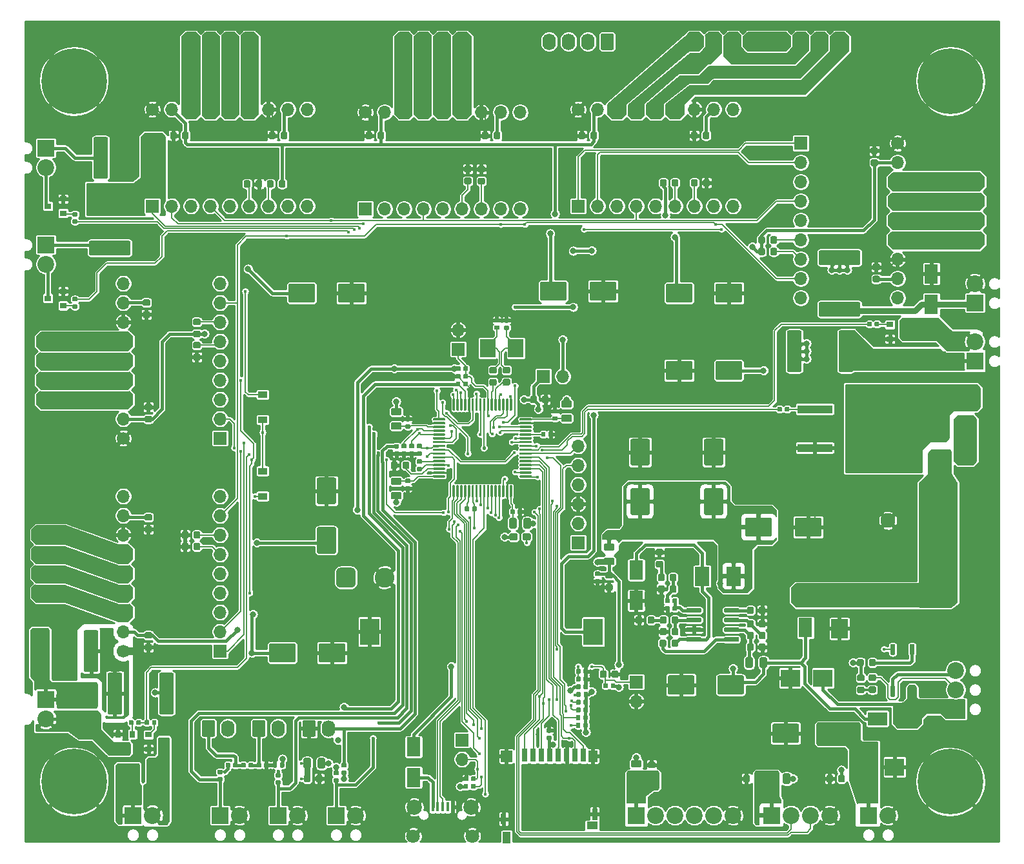
<source format=gbr>
G04 #@! TF.GenerationSoftware,KiCad,Pcbnew,(5.1.5)-3*
G04 #@! TF.CreationDate,2020-06-23T00:22:58+02:00*
G04 #@! TF.ProjectId,3D_Printer_Mainboard_STM32,33445f50-7269-46e7-9465-725f4d61696e,rev?*
G04 #@! TF.SameCoordinates,Original*
G04 #@! TF.FileFunction,Copper,L1,Top*
G04 #@! TF.FilePolarity,Positive*
%FSLAX46Y46*%
G04 Gerber Fmt 4.6, Leading zero omitted, Abs format (unit mm)*
G04 Created by KiCad (PCBNEW (5.1.5)-3) date 2020-06-23 00:22:58*
%MOMM*%
%LPD*%
G04 APERTURE LIST*
%ADD10R,2.540000X3.510000*%
%ADD11R,2.200000X2.200000*%
%ADD12C,2.200000*%
%ADD13R,2.000000X2.400000*%
%ADD14R,1.700000X1.700000*%
%ADD15O,1.700000X1.700000*%
%ADD16C,1.700000*%
%ADD17C,0.100000*%
%ADD18R,2.500000X2.300000*%
%ADD19R,1.800000X2.500000*%
%ADD20R,2.500000X1.800000*%
%ADD21R,2.300000X2.500000*%
%ADD22C,0.900000*%
%ADD23C,8.600000*%
%ADD24R,0.450000X1.300000*%
%ADD25C,2.000000*%
%ADD26C,1.800000*%
%ADD27C,1.950000*%
%ADD28R,2.400000X2.400000*%
%ADD29C,2.400000*%
%ADD30R,0.700000X1.750000*%
%ADD31R,1.300000X1.500000*%
%ADD32R,0.800000X1.500000*%
%ADD33R,1.450000X1.000000*%
%ADD34R,0.800000X1.400000*%
%ADD35R,1.500000X1.500000*%
%ADD36R,1.000000X1.550000*%
%ADD37O,2.200000X1.740000*%
%ADD38O,1.740000X2.200000*%
%ADD39R,0.900000X0.800000*%
%ADD40R,4.600000X1.100000*%
%ADD41R,9.400000X10.800000*%
%ADD42R,0.800000X0.900000*%
%ADD43C,2.600000*%
%ADD44R,1.200000X0.900000*%
%ADD45R,1.900000X2.500000*%
%ADD46C,0.800000*%
%ADD47C,0.450000*%
%ADD48C,1.000000*%
%ADD49C,0.500000*%
%ADD50C,0.400000*%
%ADD51C,0.150000*%
%ADD52C,0.127000*%
%ADD53C,1.000000*%
%ADD54C,0.800000*%
%ADD55C,0.200000*%
%ADD56C,0.300000*%
%ADD57C,0.254000*%
G04 APERTURE END LIST*
D10*
X110640000Y-116280000D03*
X81280000Y-116280000D03*
D11*
X158190000Y-126440000D03*
D12*
X158190000Y-123900000D03*
X158190000Y-121360000D03*
D13*
X100477000Y-79069000D03*
X96777000Y-79069000D03*
D14*
X137870000Y-52145000D03*
D15*
X137870000Y-54685000D03*
X137870000Y-57225000D03*
X137870000Y-59765000D03*
X137870000Y-62305000D03*
X137870000Y-64845000D03*
X137870000Y-67385000D03*
X137870000Y-69925000D03*
X137870000Y-72465000D03*
D16*
X150570000Y-52145000D03*
D15*
X150570000Y-57225000D03*
X150570000Y-54685000D03*
X150570000Y-67385000D03*
X150570000Y-62305000D03*
X150570000Y-69925000D03*
X150570000Y-59765000D03*
X150570000Y-72465000D03*
X150570000Y-64845000D03*
G04 #@! TA.AperFunction,SMDPad,CuDef*
D17*
G36*
X120050691Y-115806053D02*
G01*
X120071926Y-115809203D01*
X120092750Y-115814419D01*
X120112962Y-115821651D01*
X120132368Y-115830830D01*
X120150781Y-115841866D01*
X120168024Y-115854654D01*
X120183930Y-115869070D01*
X120198346Y-115884976D01*
X120211134Y-115902219D01*
X120222170Y-115920632D01*
X120231349Y-115940038D01*
X120238581Y-115960250D01*
X120243797Y-115981074D01*
X120246947Y-116002309D01*
X120248000Y-116023750D01*
X120248000Y-116536250D01*
X120246947Y-116557691D01*
X120243797Y-116578926D01*
X120238581Y-116599750D01*
X120231349Y-116619962D01*
X120222170Y-116639368D01*
X120211134Y-116657781D01*
X120198346Y-116675024D01*
X120183930Y-116690930D01*
X120168024Y-116705346D01*
X120150781Y-116718134D01*
X120132368Y-116729170D01*
X120112962Y-116738349D01*
X120092750Y-116745581D01*
X120071926Y-116750797D01*
X120050691Y-116753947D01*
X120029250Y-116755000D01*
X119591750Y-116755000D01*
X119570309Y-116753947D01*
X119549074Y-116750797D01*
X119528250Y-116745581D01*
X119508038Y-116738349D01*
X119488632Y-116729170D01*
X119470219Y-116718134D01*
X119452976Y-116705346D01*
X119437070Y-116690930D01*
X119422654Y-116675024D01*
X119409866Y-116657781D01*
X119398830Y-116639368D01*
X119389651Y-116619962D01*
X119382419Y-116599750D01*
X119377203Y-116578926D01*
X119374053Y-116557691D01*
X119373000Y-116536250D01*
X119373000Y-116023750D01*
X119374053Y-116002309D01*
X119377203Y-115981074D01*
X119382419Y-115960250D01*
X119389651Y-115940038D01*
X119398830Y-115920632D01*
X119409866Y-115902219D01*
X119422654Y-115884976D01*
X119437070Y-115869070D01*
X119452976Y-115854654D01*
X119470219Y-115841866D01*
X119488632Y-115830830D01*
X119508038Y-115821651D01*
X119528250Y-115814419D01*
X119549074Y-115809203D01*
X119570309Y-115806053D01*
X119591750Y-115805000D01*
X120029250Y-115805000D01*
X120050691Y-115806053D01*
G37*
G04 #@! TD.AperFunction*
G04 #@! TA.AperFunction,SMDPad,CuDef*
G36*
X121625691Y-115806053D02*
G01*
X121646926Y-115809203D01*
X121667750Y-115814419D01*
X121687962Y-115821651D01*
X121707368Y-115830830D01*
X121725781Y-115841866D01*
X121743024Y-115854654D01*
X121758930Y-115869070D01*
X121773346Y-115884976D01*
X121786134Y-115902219D01*
X121797170Y-115920632D01*
X121806349Y-115940038D01*
X121813581Y-115960250D01*
X121818797Y-115981074D01*
X121821947Y-116002309D01*
X121823000Y-116023750D01*
X121823000Y-116536250D01*
X121821947Y-116557691D01*
X121818797Y-116578926D01*
X121813581Y-116599750D01*
X121806349Y-116619962D01*
X121797170Y-116639368D01*
X121786134Y-116657781D01*
X121773346Y-116675024D01*
X121758930Y-116690930D01*
X121743024Y-116705346D01*
X121725781Y-116718134D01*
X121707368Y-116729170D01*
X121687962Y-116738349D01*
X121667750Y-116745581D01*
X121646926Y-116750797D01*
X121625691Y-116753947D01*
X121604250Y-116755000D01*
X121166750Y-116755000D01*
X121145309Y-116753947D01*
X121124074Y-116750797D01*
X121103250Y-116745581D01*
X121083038Y-116738349D01*
X121063632Y-116729170D01*
X121045219Y-116718134D01*
X121027976Y-116705346D01*
X121012070Y-116690930D01*
X120997654Y-116675024D01*
X120984866Y-116657781D01*
X120973830Y-116639368D01*
X120964651Y-116619962D01*
X120957419Y-116599750D01*
X120952203Y-116578926D01*
X120949053Y-116557691D01*
X120948000Y-116536250D01*
X120948000Y-116023750D01*
X120949053Y-116002309D01*
X120952203Y-115981074D01*
X120957419Y-115960250D01*
X120964651Y-115940038D01*
X120973830Y-115920632D01*
X120984866Y-115902219D01*
X120997654Y-115884976D01*
X121012070Y-115869070D01*
X121027976Y-115854654D01*
X121045219Y-115841866D01*
X121063632Y-115830830D01*
X121083038Y-115821651D01*
X121103250Y-115814419D01*
X121124074Y-115809203D01*
X121145309Y-115806053D01*
X121166750Y-115805000D01*
X121604250Y-115805000D01*
X121625691Y-115806053D01*
G37*
G04 #@! TD.AperFunction*
G04 #@! TA.AperFunction,SMDPad,CuDef*
G36*
X131480691Y-117838053D02*
G01*
X131501926Y-117841203D01*
X131522750Y-117846419D01*
X131542962Y-117853651D01*
X131562368Y-117862830D01*
X131580781Y-117873866D01*
X131598024Y-117886654D01*
X131613930Y-117901070D01*
X131628346Y-117916976D01*
X131641134Y-117934219D01*
X131652170Y-117952632D01*
X131661349Y-117972038D01*
X131668581Y-117992250D01*
X131673797Y-118013074D01*
X131676947Y-118034309D01*
X131678000Y-118055750D01*
X131678000Y-118568250D01*
X131676947Y-118589691D01*
X131673797Y-118610926D01*
X131668581Y-118631750D01*
X131661349Y-118651962D01*
X131652170Y-118671368D01*
X131641134Y-118689781D01*
X131628346Y-118707024D01*
X131613930Y-118722930D01*
X131598024Y-118737346D01*
X131580781Y-118750134D01*
X131562368Y-118761170D01*
X131542962Y-118770349D01*
X131522750Y-118777581D01*
X131501926Y-118782797D01*
X131480691Y-118785947D01*
X131459250Y-118787000D01*
X131021750Y-118787000D01*
X131000309Y-118785947D01*
X130979074Y-118782797D01*
X130958250Y-118777581D01*
X130938038Y-118770349D01*
X130918632Y-118761170D01*
X130900219Y-118750134D01*
X130882976Y-118737346D01*
X130867070Y-118722930D01*
X130852654Y-118707024D01*
X130839866Y-118689781D01*
X130828830Y-118671368D01*
X130819651Y-118651962D01*
X130812419Y-118631750D01*
X130807203Y-118610926D01*
X130804053Y-118589691D01*
X130803000Y-118568250D01*
X130803000Y-118055750D01*
X130804053Y-118034309D01*
X130807203Y-118013074D01*
X130812419Y-117992250D01*
X130819651Y-117972038D01*
X130828830Y-117952632D01*
X130839866Y-117934219D01*
X130852654Y-117916976D01*
X130867070Y-117901070D01*
X130882976Y-117886654D01*
X130900219Y-117873866D01*
X130918632Y-117862830D01*
X130938038Y-117853651D01*
X130958250Y-117846419D01*
X130979074Y-117841203D01*
X131000309Y-117838053D01*
X131021750Y-117837000D01*
X131459250Y-117837000D01*
X131480691Y-117838053D01*
G37*
G04 #@! TD.AperFunction*
G04 #@! TA.AperFunction,SMDPad,CuDef*
G36*
X133055691Y-117838053D02*
G01*
X133076926Y-117841203D01*
X133097750Y-117846419D01*
X133117962Y-117853651D01*
X133137368Y-117862830D01*
X133155781Y-117873866D01*
X133173024Y-117886654D01*
X133188930Y-117901070D01*
X133203346Y-117916976D01*
X133216134Y-117934219D01*
X133227170Y-117952632D01*
X133236349Y-117972038D01*
X133243581Y-117992250D01*
X133248797Y-118013074D01*
X133251947Y-118034309D01*
X133253000Y-118055750D01*
X133253000Y-118568250D01*
X133251947Y-118589691D01*
X133248797Y-118610926D01*
X133243581Y-118631750D01*
X133236349Y-118651962D01*
X133227170Y-118671368D01*
X133216134Y-118689781D01*
X133203346Y-118707024D01*
X133188930Y-118722930D01*
X133173024Y-118737346D01*
X133155781Y-118750134D01*
X133137368Y-118761170D01*
X133117962Y-118770349D01*
X133097750Y-118777581D01*
X133076926Y-118782797D01*
X133055691Y-118785947D01*
X133034250Y-118787000D01*
X132596750Y-118787000D01*
X132575309Y-118785947D01*
X132554074Y-118782797D01*
X132533250Y-118777581D01*
X132513038Y-118770349D01*
X132493632Y-118761170D01*
X132475219Y-118750134D01*
X132457976Y-118737346D01*
X132442070Y-118722930D01*
X132427654Y-118707024D01*
X132414866Y-118689781D01*
X132403830Y-118671368D01*
X132394651Y-118651962D01*
X132387419Y-118631750D01*
X132382203Y-118610926D01*
X132379053Y-118589691D01*
X132378000Y-118568250D01*
X132378000Y-118055750D01*
X132379053Y-118034309D01*
X132382203Y-118013074D01*
X132387419Y-117992250D01*
X132394651Y-117972038D01*
X132403830Y-117952632D01*
X132414866Y-117934219D01*
X132427654Y-117916976D01*
X132442070Y-117901070D01*
X132457976Y-117886654D01*
X132475219Y-117873866D01*
X132493632Y-117862830D01*
X132513038Y-117853651D01*
X132533250Y-117846419D01*
X132554074Y-117841203D01*
X132575309Y-117838053D01*
X132596750Y-117837000D01*
X133034250Y-117837000D01*
X133055691Y-117838053D01*
G37*
G04 #@! TD.AperFunction*
G04 #@! TA.AperFunction,SMDPad,CuDef*
G36*
X121625691Y-114282053D02*
G01*
X121646926Y-114285203D01*
X121667750Y-114290419D01*
X121687962Y-114297651D01*
X121707368Y-114306830D01*
X121725781Y-114317866D01*
X121743024Y-114330654D01*
X121758930Y-114345070D01*
X121773346Y-114360976D01*
X121786134Y-114378219D01*
X121797170Y-114396632D01*
X121806349Y-114416038D01*
X121813581Y-114436250D01*
X121818797Y-114457074D01*
X121821947Y-114478309D01*
X121823000Y-114499750D01*
X121823000Y-115012250D01*
X121821947Y-115033691D01*
X121818797Y-115054926D01*
X121813581Y-115075750D01*
X121806349Y-115095962D01*
X121797170Y-115115368D01*
X121786134Y-115133781D01*
X121773346Y-115151024D01*
X121758930Y-115166930D01*
X121743024Y-115181346D01*
X121725781Y-115194134D01*
X121707368Y-115205170D01*
X121687962Y-115214349D01*
X121667750Y-115221581D01*
X121646926Y-115226797D01*
X121625691Y-115229947D01*
X121604250Y-115231000D01*
X121166750Y-115231000D01*
X121145309Y-115229947D01*
X121124074Y-115226797D01*
X121103250Y-115221581D01*
X121083038Y-115214349D01*
X121063632Y-115205170D01*
X121045219Y-115194134D01*
X121027976Y-115181346D01*
X121012070Y-115166930D01*
X120997654Y-115151024D01*
X120984866Y-115133781D01*
X120973830Y-115115368D01*
X120964651Y-115095962D01*
X120957419Y-115075750D01*
X120952203Y-115054926D01*
X120949053Y-115033691D01*
X120948000Y-115012250D01*
X120948000Y-114499750D01*
X120949053Y-114478309D01*
X120952203Y-114457074D01*
X120957419Y-114436250D01*
X120964651Y-114416038D01*
X120973830Y-114396632D01*
X120984866Y-114378219D01*
X120997654Y-114360976D01*
X121012070Y-114345070D01*
X121027976Y-114330654D01*
X121045219Y-114317866D01*
X121063632Y-114306830D01*
X121083038Y-114297651D01*
X121103250Y-114290419D01*
X121124074Y-114285203D01*
X121145309Y-114282053D01*
X121166750Y-114281000D01*
X121604250Y-114281000D01*
X121625691Y-114282053D01*
G37*
G04 #@! TD.AperFunction*
G04 #@! TA.AperFunction,SMDPad,CuDef*
G36*
X120050691Y-114282053D02*
G01*
X120071926Y-114285203D01*
X120092750Y-114290419D01*
X120112962Y-114297651D01*
X120132368Y-114306830D01*
X120150781Y-114317866D01*
X120168024Y-114330654D01*
X120183930Y-114345070D01*
X120198346Y-114360976D01*
X120211134Y-114378219D01*
X120222170Y-114396632D01*
X120231349Y-114416038D01*
X120238581Y-114436250D01*
X120243797Y-114457074D01*
X120246947Y-114478309D01*
X120248000Y-114499750D01*
X120248000Y-115012250D01*
X120246947Y-115033691D01*
X120243797Y-115054926D01*
X120238581Y-115075750D01*
X120231349Y-115095962D01*
X120222170Y-115115368D01*
X120211134Y-115133781D01*
X120198346Y-115151024D01*
X120183930Y-115166930D01*
X120168024Y-115181346D01*
X120150781Y-115194134D01*
X120132368Y-115205170D01*
X120112962Y-115214349D01*
X120092750Y-115221581D01*
X120071926Y-115226797D01*
X120050691Y-115229947D01*
X120029250Y-115231000D01*
X119591750Y-115231000D01*
X119570309Y-115229947D01*
X119549074Y-115226797D01*
X119528250Y-115221581D01*
X119508038Y-115214349D01*
X119488632Y-115205170D01*
X119470219Y-115194134D01*
X119452976Y-115181346D01*
X119437070Y-115166930D01*
X119422654Y-115151024D01*
X119409866Y-115133781D01*
X119398830Y-115115368D01*
X119389651Y-115095962D01*
X119382419Y-115075750D01*
X119377203Y-115054926D01*
X119374053Y-115033691D01*
X119373000Y-115012250D01*
X119373000Y-114499750D01*
X119374053Y-114478309D01*
X119377203Y-114457074D01*
X119382419Y-114436250D01*
X119389651Y-114416038D01*
X119398830Y-114396632D01*
X119409866Y-114378219D01*
X119422654Y-114360976D01*
X119437070Y-114345070D01*
X119452976Y-114330654D01*
X119470219Y-114317866D01*
X119488632Y-114306830D01*
X119508038Y-114297651D01*
X119528250Y-114290419D01*
X119549074Y-114285203D01*
X119570309Y-114282053D01*
X119591750Y-114281000D01*
X120029250Y-114281000D01*
X120050691Y-114282053D01*
G37*
G04 #@! TD.AperFunction*
G04 #@! TA.AperFunction,SMDPad,CuDef*
G36*
X133055691Y-113012053D02*
G01*
X133076926Y-113015203D01*
X133097750Y-113020419D01*
X133117962Y-113027651D01*
X133137368Y-113036830D01*
X133155781Y-113047866D01*
X133173024Y-113060654D01*
X133188930Y-113075070D01*
X133203346Y-113090976D01*
X133216134Y-113108219D01*
X133227170Y-113126632D01*
X133236349Y-113146038D01*
X133243581Y-113166250D01*
X133248797Y-113187074D01*
X133251947Y-113208309D01*
X133253000Y-113229750D01*
X133253000Y-113742250D01*
X133251947Y-113763691D01*
X133248797Y-113784926D01*
X133243581Y-113805750D01*
X133236349Y-113825962D01*
X133227170Y-113845368D01*
X133216134Y-113863781D01*
X133203346Y-113881024D01*
X133188930Y-113896930D01*
X133173024Y-113911346D01*
X133155781Y-113924134D01*
X133137368Y-113935170D01*
X133117962Y-113944349D01*
X133097750Y-113951581D01*
X133076926Y-113956797D01*
X133055691Y-113959947D01*
X133034250Y-113961000D01*
X132596750Y-113961000D01*
X132575309Y-113959947D01*
X132554074Y-113956797D01*
X132533250Y-113951581D01*
X132513038Y-113944349D01*
X132493632Y-113935170D01*
X132475219Y-113924134D01*
X132457976Y-113911346D01*
X132442070Y-113896930D01*
X132427654Y-113881024D01*
X132414866Y-113863781D01*
X132403830Y-113845368D01*
X132394651Y-113825962D01*
X132387419Y-113805750D01*
X132382203Y-113784926D01*
X132379053Y-113763691D01*
X132378000Y-113742250D01*
X132378000Y-113229750D01*
X132379053Y-113208309D01*
X132382203Y-113187074D01*
X132387419Y-113166250D01*
X132394651Y-113146038D01*
X132403830Y-113126632D01*
X132414866Y-113108219D01*
X132427654Y-113090976D01*
X132442070Y-113075070D01*
X132457976Y-113060654D01*
X132475219Y-113047866D01*
X132493632Y-113036830D01*
X132513038Y-113027651D01*
X132533250Y-113020419D01*
X132554074Y-113015203D01*
X132575309Y-113012053D01*
X132596750Y-113011000D01*
X133034250Y-113011000D01*
X133055691Y-113012053D01*
G37*
G04 #@! TD.AperFunction*
G04 #@! TA.AperFunction,SMDPad,CuDef*
G36*
X131480691Y-113012053D02*
G01*
X131501926Y-113015203D01*
X131522750Y-113020419D01*
X131542962Y-113027651D01*
X131562368Y-113036830D01*
X131580781Y-113047866D01*
X131598024Y-113060654D01*
X131613930Y-113075070D01*
X131628346Y-113090976D01*
X131641134Y-113108219D01*
X131652170Y-113126632D01*
X131661349Y-113146038D01*
X131668581Y-113166250D01*
X131673797Y-113187074D01*
X131676947Y-113208309D01*
X131678000Y-113229750D01*
X131678000Y-113742250D01*
X131676947Y-113763691D01*
X131673797Y-113784926D01*
X131668581Y-113805750D01*
X131661349Y-113825962D01*
X131652170Y-113845368D01*
X131641134Y-113863781D01*
X131628346Y-113881024D01*
X131613930Y-113896930D01*
X131598024Y-113911346D01*
X131580781Y-113924134D01*
X131562368Y-113935170D01*
X131542962Y-113944349D01*
X131522750Y-113951581D01*
X131501926Y-113956797D01*
X131480691Y-113959947D01*
X131459250Y-113961000D01*
X131021750Y-113961000D01*
X131000309Y-113959947D01*
X130979074Y-113956797D01*
X130958250Y-113951581D01*
X130938038Y-113944349D01*
X130918632Y-113935170D01*
X130900219Y-113924134D01*
X130882976Y-113911346D01*
X130867070Y-113896930D01*
X130852654Y-113881024D01*
X130839866Y-113863781D01*
X130828830Y-113845368D01*
X130819651Y-113825962D01*
X130812419Y-113805750D01*
X130807203Y-113784926D01*
X130804053Y-113763691D01*
X130803000Y-113742250D01*
X130803000Y-113229750D01*
X130804053Y-113208309D01*
X130807203Y-113187074D01*
X130812419Y-113166250D01*
X130819651Y-113146038D01*
X130828830Y-113126632D01*
X130839866Y-113108219D01*
X130852654Y-113090976D01*
X130867070Y-113075070D01*
X130882976Y-113060654D01*
X130900219Y-113047866D01*
X130918632Y-113036830D01*
X130938038Y-113027651D01*
X130958250Y-113020419D01*
X130979074Y-113015203D01*
X131000309Y-113012053D01*
X131021750Y-113011000D01*
X131459250Y-113011000D01*
X131480691Y-113012053D01*
G37*
G04 #@! TD.AperFunction*
G04 #@! TA.AperFunction,SMDPad,CuDef*
G36*
X113001691Y-110027053D02*
G01*
X113022926Y-110030203D01*
X113043750Y-110035419D01*
X113063962Y-110042651D01*
X113083368Y-110051830D01*
X113101781Y-110062866D01*
X113119024Y-110075654D01*
X113134930Y-110090070D01*
X113149346Y-110105976D01*
X113162134Y-110123219D01*
X113173170Y-110141632D01*
X113182349Y-110161038D01*
X113189581Y-110181250D01*
X113194797Y-110202074D01*
X113197947Y-110223309D01*
X113199000Y-110244750D01*
X113199000Y-110682250D01*
X113197947Y-110703691D01*
X113194797Y-110724926D01*
X113189581Y-110745750D01*
X113182349Y-110765962D01*
X113173170Y-110785368D01*
X113162134Y-110803781D01*
X113149346Y-110821024D01*
X113134930Y-110836930D01*
X113119024Y-110851346D01*
X113101781Y-110864134D01*
X113083368Y-110875170D01*
X113063962Y-110884349D01*
X113043750Y-110891581D01*
X113022926Y-110896797D01*
X113001691Y-110899947D01*
X112980250Y-110901000D01*
X112467750Y-110901000D01*
X112446309Y-110899947D01*
X112425074Y-110896797D01*
X112404250Y-110891581D01*
X112384038Y-110884349D01*
X112364632Y-110875170D01*
X112346219Y-110864134D01*
X112328976Y-110851346D01*
X112313070Y-110836930D01*
X112298654Y-110821024D01*
X112285866Y-110803781D01*
X112274830Y-110785368D01*
X112265651Y-110765962D01*
X112258419Y-110745750D01*
X112253203Y-110724926D01*
X112250053Y-110703691D01*
X112249000Y-110682250D01*
X112249000Y-110244750D01*
X112250053Y-110223309D01*
X112253203Y-110202074D01*
X112258419Y-110181250D01*
X112265651Y-110161038D01*
X112274830Y-110141632D01*
X112285866Y-110123219D01*
X112298654Y-110105976D01*
X112313070Y-110090070D01*
X112328976Y-110075654D01*
X112346219Y-110062866D01*
X112364632Y-110051830D01*
X112384038Y-110042651D01*
X112404250Y-110035419D01*
X112425074Y-110030203D01*
X112446309Y-110027053D01*
X112467750Y-110026000D01*
X112980250Y-110026000D01*
X113001691Y-110027053D01*
G37*
G04 #@! TD.AperFunction*
G04 #@! TA.AperFunction,SMDPad,CuDef*
G36*
X113001691Y-108452053D02*
G01*
X113022926Y-108455203D01*
X113043750Y-108460419D01*
X113063962Y-108467651D01*
X113083368Y-108476830D01*
X113101781Y-108487866D01*
X113119024Y-108500654D01*
X113134930Y-108515070D01*
X113149346Y-108530976D01*
X113162134Y-108548219D01*
X113173170Y-108566632D01*
X113182349Y-108586038D01*
X113189581Y-108606250D01*
X113194797Y-108627074D01*
X113197947Y-108648309D01*
X113199000Y-108669750D01*
X113199000Y-109107250D01*
X113197947Y-109128691D01*
X113194797Y-109149926D01*
X113189581Y-109170750D01*
X113182349Y-109190962D01*
X113173170Y-109210368D01*
X113162134Y-109228781D01*
X113149346Y-109246024D01*
X113134930Y-109261930D01*
X113119024Y-109276346D01*
X113101781Y-109289134D01*
X113083368Y-109300170D01*
X113063962Y-109309349D01*
X113043750Y-109316581D01*
X113022926Y-109321797D01*
X113001691Y-109324947D01*
X112980250Y-109326000D01*
X112467750Y-109326000D01*
X112446309Y-109324947D01*
X112425074Y-109321797D01*
X112404250Y-109316581D01*
X112384038Y-109309349D01*
X112364632Y-109300170D01*
X112346219Y-109289134D01*
X112328976Y-109276346D01*
X112313070Y-109261930D01*
X112298654Y-109246024D01*
X112285866Y-109228781D01*
X112274830Y-109210368D01*
X112265651Y-109190962D01*
X112258419Y-109170750D01*
X112253203Y-109149926D01*
X112250053Y-109128691D01*
X112249000Y-109107250D01*
X112249000Y-108669750D01*
X112250053Y-108648309D01*
X112253203Y-108627074D01*
X112258419Y-108606250D01*
X112265651Y-108586038D01*
X112274830Y-108566632D01*
X112285866Y-108548219D01*
X112298654Y-108530976D01*
X112313070Y-108515070D01*
X112328976Y-108500654D01*
X112346219Y-108487866D01*
X112364632Y-108476830D01*
X112384038Y-108467651D01*
X112404250Y-108460419D01*
X112425074Y-108455203D01*
X112446309Y-108452053D01*
X112467750Y-108451000D01*
X112980250Y-108451000D01*
X113001691Y-108452053D01*
G37*
G04 #@! TD.AperFunction*
G04 #@! TA.AperFunction,SMDPad,CuDef*
G36*
X73340191Y-135110053D02*
G01*
X73361426Y-135113203D01*
X73382250Y-135118419D01*
X73402462Y-135125651D01*
X73421868Y-135134830D01*
X73440281Y-135145866D01*
X73457524Y-135158654D01*
X73473430Y-135173070D01*
X73487846Y-135188976D01*
X73500634Y-135206219D01*
X73511670Y-135224632D01*
X73520849Y-135244038D01*
X73528081Y-135264250D01*
X73533297Y-135285074D01*
X73536447Y-135306309D01*
X73537500Y-135327750D01*
X73537500Y-135840250D01*
X73536447Y-135861691D01*
X73533297Y-135882926D01*
X73528081Y-135903750D01*
X73520849Y-135923962D01*
X73511670Y-135943368D01*
X73500634Y-135961781D01*
X73487846Y-135979024D01*
X73473430Y-135994930D01*
X73457524Y-136009346D01*
X73440281Y-136022134D01*
X73421868Y-136033170D01*
X73402462Y-136042349D01*
X73382250Y-136049581D01*
X73361426Y-136054797D01*
X73340191Y-136057947D01*
X73318750Y-136059000D01*
X72881250Y-136059000D01*
X72859809Y-136057947D01*
X72838574Y-136054797D01*
X72817750Y-136049581D01*
X72797538Y-136042349D01*
X72778132Y-136033170D01*
X72759719Y-136022134D01*
X72742476Y-136009346D01*
X72726570Y-135994930D01*
X72712154Y-135979024D01*
X72699366Y-135961781D01*
X72688330Y-135943368D01*
X72679151Y-135923962D01*
X72671919Y-135903750D01*
X72666703Y-135882926D01*
X72663553Y-135861691D01*
X72662500Y-135840250D01*
X72662500Y-135327750D01*
X72663553Y-135306309D01*
X72666703Y-135285074D01*
X72671919Y-135264250D01*
X72679151Y-135244038D01*
X72688330Y-135224632D01*
X72699366Y-135206219D01*
X72712154Y-135188976D01*
X72726570Y-135173070D01*
X72742476Y-135158654D01*
X72759719Y-135145866D01*
X72778132Y-135134830D01*
X72797538Y-135125651D01*
X72817750Y-135118419D01*
X72838574Y-135113203D01*
X72859809Y-135110053D01*
X72881250Y-135109000D01*
X73318750Y-135109000D01*
X73340191Y-135110053D01*
G37*
G04 #@! TD.AperFunction*
G04 #@! TA.AperFunction,SMDPad,CuDef*
G36*
X74915191Y-135110053D02*
G01*
X74936426Y-135113203D01*
X74957250Y-135118419D01*
X74977462Y-135125651D01*
X74996868Y-135134830D01*
X75015281Y-135145866D01*
X75032524Y-135158654D01*
X75048430Y-135173070D01*
X75062846Y-135188976D01*
X75075634Y-135206219D01*
X75086670Y-135224632D01*
X75095849Y-135244038D01*
X75103081Y-135264250D01*
X75108297Y-135285074D01*
X75111447Y-135306309D01*
X75112500Y-135327750D01*
X75112500Y-135840250D01*
X75111447Y-135861691D01*
X75108297Y-135882926D01*
X75103081Y-135903750D01*
X75095849Y-135923962D01*
X75086670Y-135943368D01*
X75075634Y-135961781D01*
X75062846Y-135979024D01*
X75048430Y-135994930D01*
X75032524Y-136009346D01*
X75015281Y-136022134D01*
X74996868Y-136033170D01*
X74977462Y-136042349D01*
X74957250Y-136049581D01*
X74936426Y-136054797D01*
X74915191Y-136057947D01*
X74893750Y-136059000D01*
X74456250Y-136059000D01*
X74434809Y-136057947D01*
X74413574Y-136054797D01*
X74392750Y-136049581D01*
X74372538Y-136042349D01*
X74353132Y-136033170D01*
X74334719Y-136022134D01*
X74317476Y-136009346D01*
X74301570Y-135994930D01*
X74287154Y-135979024D01*
X74274366Y-135961781D01*
X74263330Y-135943368D01*
X74254151Y-135923962D01*
X74246919Y-135903750D01*
X74241703Y-135882926D01*
X74238553Y-135861691D01*
X74237500Y-135840250D01*
X74237500Y-135327750D01*
X74238553Y-135306309D01*
X74241703Y-135285074D01*
X74246919Y-135264250D01*
X74254151Y-135244038D01*
X74263330Y-135224632D01*
X74274366Y-135206219D01*
X74287154Y-135188976D01*
X74301570Y-135173070D01*
X74317476Y-135158654D01*
X74334719Y-135145866D01*
X74353132Y-135134830D01*
X74372538Y-135125651D01*
X74392750Y-135118419D01*
X74413574Y-135113203D01*
X74434809Y-135110053D01*
X74456250Y-135109000D01*
X74893750Y-135109000D01*
X74915191Y-135110053D01*
G37*
G04 #@! TD.AperFunction*
G04 #@! TA.AperFunction,SMDPad,CuDef*
G36*
X111386958Y-108388710D02*
G01*
X111401276Y-108390834D01*
X111415317Y-108394351D01*
X111428946Y-108399228D01*
X111442031Y-108405417D01*
X111454447Y-108412858D01*
X111466073Y-108421481D01*
X111476798Y-108431202D01*
X111486519Y-108441927D01*
X111495142Y-108453553D01*
X111502583Y-108465969D01*
X111508772Y-108479054D01*
X111513649Y-108492683D01*
X111517166Y-108506724D01*
X111519290Y-108521042D01*
X111520000Y-108535500D01*
X111520000Y-108830500D01*
X111519290Y-108844958D01*
X111517166Y-108859276D01*
X111513649Y-108873317D01*
X111508772Y-108886946D01*
X111502583Y-108900031D01*
X111495142Y-108912447D01*
X111486519Y-108924073D01*
X111476798Y-108934798D01*
X111466073Y-108944519D01*
X111454447Y-108953142D01*
X111442031Y-108960583D01*
X111428946Y-108966772D01*
X111415317Y-108971649D01*
X111401276Y-108975166D01*
X111386958Y-108977290D01*
X111372500Y-108978000D01*
X111027500Y-108978000D01*
X111013042Y-108977290D01*
X110998724Y-108975166D01*
X110984683Y-108971649D01*
X110971054Y-108966772D01*
X110957969Y-108960583D01*
X110945553Y-108953142D01*
X110933927Y-108944519D01*
X110923202Y-108934798D01*
X110913481Y-108924073D01*
X110904858Y-108912447D01*
X110897417Y-108900031D01*
X110891228Y-108886946D01*
X110886351Y-108873317D01*
X110882834Y-108859276D01*
X110880710Y-108844958D01*
X110880000Y-108830500D01*
X110880000Y-108535500D01*
X110880710Y-108521042D01*
X110882834Y-108506724D01*
X110886351Y-108492683D01*
X110891228Y-108479054D01*
X110897417Y-108465969D01*
X110904858Y-108453553D01*
X110913481Y-108441927D01*
X110923202Y-108431202D01*
X110933927Y-108421481D01*
X110945553Y-108412858D01*
X110957969Y-108405417D01*
X110971054Y-108399228D01*
X110984683Y-108394351D01*
X110998724Y-108390834D01*
X111013042Y-108388710D01*
X111027500Y-108388000D01*
X111372500Y-108388000D01*
X111386958Y-108388710D01*
G37*
G04 #@! TD.AperFunction*
G04 #@! TA.AperFunction,SMDPad,CuDef*
G36*
X111386958Y-109358710D02*
G01*
X111401276Y-109360834D01*
X111415317Y-109364351D01*
X111428946Y-109369228D01*
X111442031Y-109375417D01*
X111454447Y-109382858D01*
X111466073Y-109391481D01*
X111476798Y-109401202D01*
X111486519Y-109411927D01*
X111495142Y-109423553D01*
X111502583Y-109435969D01*
X111508772Y-109449054D01*
X111513649Y-109462683D01*
X111517166Y-109476724D01*
X111519290Y-109491042D01*
X111520000Y-109505500D01*
X111520000Y-109800500D01*
X111519290Y-109814958D01*
X111517166Y-109829276D01*
X111513649Y-109843317D01*
X111508772Y-109856946D01*
X111502583Y-109870031D01*
X111495142Y-109882447D01*
X111486519Y-109894073D01*
X111476798Y-109904798D01*
X111466073Y-109914519D01*
X111454447Y-109923142D01*
X111442031Y-109930583D01*
X111428946Y-109936772D01*
X111415317Y-109941649D01*
X111401276Y-109945166D01*
X111386958Y-109947290D01*
X111372500Y-109948000D01*
X111027500Y-109948000D01*
X111013042Y-109947290D01*
X110998724Y-109945166D01*
X110984683Y-109941649D01*
X110971054Y-109936772D01*
X110957969Y-109930583D01*
X110945553Y-109923142D01*
X110933927Y-109914519D01*
X110923202Y-109904798D01*
X110913481Y-109894073D01*
X110904858Y-109882447D01*
X110897417Y-109870031D01*
X110891228Y-109856946D01*
X110886351Y-109843317D01*
X110882834Y-109829276D01*
X110880710Y-109814958D01*
X110880000Y-109800500D01*
X110880000Y-109505500D01*
X110880710Y-109491042D01*
X110882834Y-109476724D01*
X110886351Y-109462683D01*
X110891228Y-109449054D01*
X110897417Y-109435969D01*
X110904858Y-109423553D01*
X110913481Y-109411927D01*
X110923202Y-109401202D01*
X110933927Y-109391481D01*
X110945553Y-109382858D01*
X110957969Y-109375417D01*
X110971054Y-109369228D01*
X110984683Y-109364351D01*
X110998724Y-109360834D01*
X111013042Y-109358710D01*
X111027500Y-109358000D01*
X111372500Y-109358000D01*
X111386958Y-109358710D01*
G37*
G04 #@! TD.AperFunction*
G04 #@! TA.AperFunction,SMDPad,CuDef*
G36*
X68995958Y-133503150D02*
G01*
X69010276Y-133505274D01*
X69024317Y-133508791D01*
X69037946Y-133513668D01*
X69051031Y-133519857D01*
X69063447Y-133527298D01*
X69075073Y-133535921D01*
X69085798Y-133545642D01*
X69095519Y-133556367D01*
X69104142Y-133567993D01*
X69111583Y-133580409D01*
X69117772Y-133593494D01*
X69122649Y-133607123D01*
X69126166Y-133621164D01*
X69128290Y-133635482D01*
X69129000Y-133649940D01*
X69129000Y-133994940D01*
X69128290Y-134009398D01*
X69126166Y-134023716D01*
X69122649Y-134037757D01*
X69117772Y-134051386D01*
X69111583Y-134064471D01*
X69104142Y-134076887D01*
X69095519Y-134088513D01*
X69085798Y-134099238D01*
X69075073Y-134108959D01*
X69063447Y-134117582D01*
X69051031Y-134125023D01*
X69037946Y-134131212D01*
X69024317Y-134136089D01*
X69010276Y-134139606D01*
X68995958Y-134141730D01*
X68981500Y-134142440D01*
X68686500Y-134142440D01*
X68672042Y-134141730D01*
X68657724Y-134139606D01*
X68643683Y-134136089D01*
X68630054Y-134131212D01*
X68616969Y-134125023D01*
X68604553Y-134117582D01*
X68592927Y-134108959D01*
X68582202Y-134099238D01*
X68572481Y-134088513D01*
X68563858Y-134076887D01*
X68556417Y-134064471D01*
X68550228Y-134051386D01*
X68545351Y-134037757D01*
X68541834Y-134023716D01*
X68539710Y-134009398D01*
X68539000Y-133994940D01*
X68539000Y-133649940D01*
X68539710Y-133635482D01*
X68541834Y-133621164D01*
X68545351Y-133607123D01*
X68550228Y-133593494D01*
X68556417Y-133580409D01*
X68563858Y-133567993D01*
X68572481Y-133556367D01*
X68582202Y-133545642D01*
X68592927Y-133535921D01*
X68604553Y-133527298D01*
X68616969Y-133519857D01*
X68630054Y-133513668D01*
X68643683Y-133508791D01*
X68657724Y-133505274D01*
X68672042Y-133503150D01*
X68686500Y-133502440D01*
X68981500Y-133502440D01*
X68995958Y-133503150D01*
G37*
G04 #@! TD.AperFunction*
G04 #@! TA.AperFunction,SMDPad,CuDef*
G36*
X69965958Y-133503150D02*
G01*
X69980276Y-133505274D01*
X69994317Y-133508791D01*
X70007946Y-133513668D01*
X70021031Y-133519857D01*
X70033447Y-133527298D01*
X70045073Y-133535921D01*
X70055798Y-133545642D01*
X70065519Y-133556367D01*
X70074142Y-133567993D01*
X70081583Y-133580409D01*
X70087772Y-133593494D01*
X70092649Y-133607123D01*
X70096166Y-133621164D01*
X70098290Y-133635482D01*
X70099000Y-133649940D01*
X70099000Y-133994940D01*
X70098290Y-134009398D01*
X70096166Y-134023716D01*
X70092649Y-134037757D01*
X70087772Y-134051386D01*
X70081583Y-134064471D01*
X70074142Y-134076887D01*
X70065519Y-134088513D01*
X70055798Y-134099238D01*
X70045073Y-134108959D01*
X70033447Y-134117582D01*
X70021031Y-134125023D01*
X70007946Y-134131212D01*
X69994317Y-134136089D01*
X69980276Y-134139606D01*
X69965958Y-134141730D01*
X69951500Y-134142440D01*
X69656500Y-134142440D01*
X69642042Y-134141730D01*
X69627724Y-134139606D01*
X69613683Y-134136089D01*
X69600054Y-134131212D01*
X69586969Y-134125023D01*
X69574553Y-134117582D01*
X69562927Y-134108959D01*
X69552202Y-134099238D01*
X69542481Y-134088513D01*
X69533858Y-134076887D01*
X69526417Y-134064471D01*
X69520228Y-134051386D01*
X69515351Y-134037757D01*
X69511834Y-134023716D01*
X69509710Y-134009398D01*
X69509000Y-133994940D01*
X69509000Y-133649940D01*
X69509710Y-133635482D01*
X69511834Y-133621164D01*
X69515351Y-133607123D01*
X69520228Y-133593494D01*
X69526417Y-133580409D01*
X69533858Y-133567993D01*
X69542481Y-133556367D01*
X69552202Y-133545642D01*
X69562927Y-133535921D01*
X69574553Y-133527298D01*
X69586969Y-133519857D01*
X69600054Y-133513668D01*
X69613683Y-133508791D01*
X69627724Y-133505274D01*
X69642042Y-133503150D01*
X69656500Y-133502440D01*
X69951500Y-133502440D01*
X69965958Y-133503150D01*
G37*
G04 #@! TD.AperFunction*
G04 #@! TA.AperFunction,SMDPad,CuDef*
G36*
X121600191Y-117330053D02*
G01*
X121621426Y-117333203D01*
X121642250Y-117338419D01*
X121662462Y-117345651D01*
X121681868Y-117354830D01*
X121700281Y-117365866D01*
X121717524Y-117378654D01*
X121733430Y-117393070D01*
X121747846Y-117408976D01*
X121760634Y-117426219D01*
X121771670Y-117444632D01*
X121780849Y-117464038D01*
X121788081Y-117484250D01*
X121793297Y-117505074D01*
X121796447Y-117526309D01*
X121797500Y-117547750D01*
X121797500Y-118060250D01*
X121796447Y-118081691D01*
X121793297Y-118102926D01*
X121788081Y-118123750D01*
X121780849Y-118143962D01*
X121771670Y-118163368D01*
X121760634Y-118181781D01*
X121747846Y-118199024D01*
X121733430Y-118214930D01*
X121717524Y-118229346D01*
X121700281Y-118242134D01*
X121681868Y-118253170D01*
X121662462Y-118262349D01*
X121642250Y-118269581D01*
X121621426Y-118274797D01*
X121600191Y-118277947D01*
X121578750Y-118279000D01*
X121141250Y-118279000D01*
X121119809Y-118277947D01*
X121098574Y-118274797D01*
X121077750Y-118269581D01*
X121057538Y-118262349D01*
X121038132Y-118253170D01*
X121019719Y-118242134D01*
X121002476Y-118229346D01*
X120986570Y-118214930D01*
X120972154Y-118199024D01*
X120959366Y-118181781D01*
X120948330Y-118163368D01*
X120939151Y-118143962D01*
X120931919Y-118123750D01*
X120926703Y-118102926D01*
X120923553Y-118081691D01*
X120922500Y-118060250D01*
X120922500Y-117547750D01*
X120923553Y-117526309D01*
X120926703Y-117505074D01*
X120931919Y-117484250D01*
X120939151Y-117464038D01*
X120948330Y-117444632D01*
X120959366Y-117426219D01*
X120972154Y-117408976D01*
X120986570Y-117393070D01*
X121002476Y-117378654D01*
X121019719Y-117365866D01*
X121038132Y-117354830D01*
X121057538Y-117345651D01*
X121077750Y-117338419D01*
X121098574Y-117333203D01*
X121119809Y-117330053D01*
X121141250Y-117329000D01*
X121578750Y-117329000D01*
X121600191Y-117330053D01*
G37*
G04 #@! TD.AperFunction*
G04 #@! TA.AperFunction,SMDPad,CuDef*
G36*
X120025191Y-117330053D02*
G01*
X120046426Y-117333203D01*
X120067250Y-117338419D01*
X120087462Y-117345651D01*
X120106868Y-117354830D01*
X120125281Y-117365866D01*
X120142524Y-117378654D01*
X120158430Y-117393070D01*
X120172846Y-117408976D01*
X120185634Y-117426219D01*
X120196670Y-117444632D01*
X120205849Y-117464038D01*
X120213081Y-117484250D01*
X120218297Y-117505074D01*
X120221447Y-117526309D01*
X120222500Y-117547750D01*
X120222500Y-118060250D01*
X120221447Y-118081691D01*
X120218297Y-118102926D01*
X120213081Y-118123750D01*
X120205849Y-118143962D01*
X120196670Y-118163368D01*
X120185634Y-118181781D01*
X120172846Y-118199024D01*
X120158430Y-118214930D01*
X120142524Y-118229346D01*
X120125281Y-118242134D01*
X120106868Y-118253170D01*
X120087462Y-118262349D01*
X120067250Y-118269581D01*
X120046426Y-118274797D01*
X120025191Y-118277947D01*
X120003750Y-118279000D01*
X119566250Y-118279000D01*
X119544809Y-118277947D01*
X119523574Y-118274797D01*
X119502750Y-118269581D01*
X119482538Y-118262349D01*
X119463132Y-118253170D01*
X119444719Y-118242134D01*
X119427476Y-118229346D01*
X119411570Y-118214930D01*
X119397154Y-118199024D01*
X119384366Y-118181781D01*
X119373330Y-118163368D01*
X119364151Y-118143962D01*
X119356919Y-118123750D01*
X119351703Y-118102926D01*
X119348553Y-118081691D01*
X119347500Y-118060250D01*
X119347500Y-117547750D01*
X119348553Y-117526309D01*
X119351703Y-117505074D01*
X119356919Y-117484250D01*
X119364151Y-117464038D01*
X119373330Y-117444632D01*
X119384366Y-117426219D01*
X119397154Y-117408976D01*
X119411570Y-117393070D01*
X119427476Y-117378654D01*
X119444719Y-117365866D01*
X119463132Y-117354830D01*
X119482538Y-117345651D01*
X119502750Y-117338419D01*
X119523574Y-117333203D01*
X119544809Y-117330053D01*
X119566250Y-117329000D01*
X120003750Y-117329000D01*
X120025191Y-117330053D01*
G37*
G04 #@! TD.AperFunction*
G04 #@! TA.AperFunction,SMDPad,CuDef*
G36*
X119796691Y-110218053D02*
G01*
X119817926Y-110221203D01*
X119838750Y-110226419D01*
X119858962Y-110233651D01*
X119878368Y-110242830D01*
X119896781Y-110253866D01*
X119914024Y-110266654D01*
X119929930Y-110281070D01*
X119944346Y-110296976D01*
X119957134Y-110314219D01*
X119968170Y-110332632D01*
X119977349Y-110352038D01*
X119984581Y-110372250D01*
X119989797Y-110393074D01*
X119992947Y-110414309D01*
X119994000Y-110435750D01*
X119994000Y-110948250D01*
X119992947Y-110969691D01*
X119989797Y-110990926D01*
X119984581Y-111011750D01*
X119977349Y-111031962D01*
X119968170Y-111051368D01*
X119957134Y-111069781D01*
X119944346Y-111087024D01*
X119929930Y-111102930D01*
X119914024Y-111117346D01*
X119896781Y-111130134D01*
X119878368Y-111141170D01*
X119858962Y-111150349D01*
X119838750Y-111157581D01*
X119817926Y-111162797D01*
X119796691Y-111165947D01*
X119775250Y-111167000D01*
X119337750Y-111167000D01*
X119316309Y-111165947D01*
X119295074Y-111162797D01*
X119274250Y-111157581D01*
X119254038Y-111150349D01*
X119234632Y-111141170D01*
X119216219Y-111130134D01*
X119198976Y-111117346D01*
X119183070Y-111102930D01*
X119168654Y-111087024D01*
X119155866Y-111069781D01*
X119144830Y-111051368D01*
X119135651Y-111031962D01*
X119128419Y-111011750D01*
X119123203Y-110990926D01*
X119120053Y-110969691D01*
X119119000Y-110948250D01*
X119119000Y-110435750D01*
X119120053Y-110414309D01*
X119123203Y-110393074D01*
X119128419Y-110372250D01*
X119135651Y-110352038D01*
X119144830Y-110332632D01*
X119155866Y-110314219D01*
X119168654Y-110296976D01*
X119183070Y-110281070D01*
X119198976Y-110266654D01*
X119216219Y-110253866D01*
X119234632Y-110242830D01*
X119254038Y-110233651D01*
X119274250Y-110226419D01*
X119295074Y-110221203D01*
X119316309Y-110218053D01*
X119337750Y-110217000D01*
X119775250Y-110217000D01*
X119796691Y-110218053D01*
G37*
G04 #@! TD.AperFunction*
G04 #@! TA.AperFunction,SMDPad,CuDef*
G36*
X121371691Y-110218053D02*
G01*
X121392926Y-110221203D01*
X121413750Y-110226419D01*
X121433962Y-110233651D01*
X121453368Y-110242830D01*
X121471781Y-110253866D01*
X121489024Y-110266654D01*
X121504930Y-110281070D01*
X121519346Y-110296976D01*
X121532134Y-110314219D01*
X121543170Y-110332632D01*
X121552349Y-110352038D01*
X121559581Y-110372250D01*
X121564797Y-110393074D01*
X121567947Y-110414309D01*
X121569000Y-110435750D01*
X121569000Y-110948250D01*
X121567947Y-110969691D01*
X121564797Y-110990926D01*
X121559581Y-111011750D01*
X121552349Y-111031962D01*
X121543170Y-111051368D01*
X121532134Y-111069781D01*
X121519346Y-111087024D01*
X121504930Y-111102930D01*
X121489024Y-111117346D01*
X121471781Y-111130134D01*
X121453368Y-111141170D01*
X121433962Y-111150349D01*
X121413750Y-111157581D01*
X121392926Y-111162797D01*
X121371691Y-111165947D01*
X121350250Y-111167000D01*
X120912750Y-111167000D01*
X120891309Y-111165947D01*
X120870074Y-111162797D01*
X120849250Y-111157581D01*
X120829038Y-111150349D01*
X120809632Y-111141170D01*
X120791219Y-111130134D01*
X120773976Y-111117346D01*
X120758070Y-111102930D01*
X120743654Y-111087024D01*
X120730866Y-111069781D01*
X120719830Y-111051368D01*
X120710651Y-111031962D01*
X120703419Y-111011750D01*
X120698203Y-110990926D01*
X120695053Y-110969691D01*
X120694000Y-110948250D01*
X120694000Y-110435750D01*
X120695053Y-110414309D01*
X120698203Y-110393074D01*
X120703419Y-110372250D01*
X120710651Y-110352038D01*
X120719830Y-110332632D01*
X120730866Y-110314219D01*
X120743654Y-110296976D01*
X120758070Y-110281070D01*
X120773976Y-110266654D01*
X120791219Y-110253866D01*
X120809632Y-110242830D01*
X120829038Y-110233651D01*
X120849250Y-110226419D01*
X120870074Y-110221203D01*
X120891309Y-110218053D01*
X120912750Y-110217000D01*
X121350250Y-110217000D01*
X121371691Y-110218053D01*
G37*
G04 #@! TD.AperFunction*
G04 #@! TA.AperFunction,SMDPad,CuDef*
G36*
X85986958Y-91624710D02*
G01*
X86001276Y-91626834D01*
X86015317Y-91630351D01*
X86028946Y-91635228D01*
X86042031Y-91641417D01*
X86054447Y-91648858D01*
X86066073Y-91657481D01*
X86076798Y-91667202D01*
X86086519Y-91677927D01*
X86095142Y-91689553D01*
X86102583Y-91701969D01*
X86108772Y-91715054D01*
X86113649Y-91728683D01*
X86117166Y-91742724D01*
X86119290Y-91757042D01*
X86120000Y-91771500D01*
X86120000Y-92066500D01*
X86119290Y-92080958D01*
X86117166Y-92095276D01*
X86113649Y-92109317D01*
X86108772Y-92122946D01*
X86102583Y-92136031D01*
X86095142Y-92148447D01*
X86086519Y-92160073D01*
X86076798Y-92170798D01*
X86066073Y-92180519D01*
X86054447Y-92189142D01*
X86042031Y-92196583D01*
X86028946Y-92202772D01*
X86015317Y-92207649D01*
X86001276Y-92211166D01*
X85986958Y-92213290D01*
X85972500Y-92214000D01*
X85627500Y-92214000D01*
X85613042Y-92213290D01*
X85598724Y-92211166D01*
X85584683Y-92207649D01*
X85571054Y-92202772D01*
X85557969Y-92196583D01*
X85545553Y-92189142D01*
X85533927Y-92180519D01*
X85523202Y-92170798D01*
X85513481Y-92160073D01*
X85504858Y-92148447D01*
X85497417Y-92136031D01*
X85491228Y-92122946D01*
X85486351Y-92109317D01*
X85482834Y-92095276D01*
X85480710Y-92080958D01*
X85480000Y-92066500D01*
X85480000Y-91771500D01*
X85480710Y-91757042D01*
X85482834Y-91742724D01*
X85486351Y-91728683D01*
X85491228Y-91715054D01*
X85497417Y-91701969D01*
X85504858Y-91689553D01*
X85513481Y-91677927D01*
X85523202Y-91667202D01*
X85533927Y-91657481D01*
X85545553Y-91648858D01*
X85557969Y-91641417D01*
X85571054Y-91635228D01*
X85584683Y-91630351D01*
X85598724Y-91626834D01*
X85613042Y-91624710D01*
X85627500Y-91624000D01*
X85972500Y-91624000D01*
X85986958Y-91624710D01*
G37*
G04 #@! TD.AperFunction*
G04 #@! TA.AperFunction,SMDPad,CuDef*
G36*
X85986958Y-92594710D02*
G01*
X86001276Y-92596834D01*
X86015317Y-92600351D01*
X86028946Y-92605228D01*
X86042031Y-92611417D01*
X86054447Y-92618858D01*
X86066073Y-92627481D01*
X86076798Y-92637202D01*
X86086519Y-92647927D01*
X86095142Y-92659553D01*
X86102583Y-92671969D01*
X86108772Y-92685054D01*
X86113649Y-92698683D01*
X86117166Y-92712724D01*
X86119290Y-92727042D01*
X86120000Y-92741500D01*
X86120000Y-93036500D01*
X86119290Y-93050958D01*
X86117166Y-93065276D01*
X86113649Y-93079317D01*
X86108772Y-93092946D01*
X86102583Y-93106031D01*
X86095142Y-93118447D01*
X86086519Y-93130073D01*
X86076798Y-93140798D01*
X86066073Y-93150519D01*
X86054447Y-93159142D01*
X86042031Y-93166583D01*
X86028946Y-93172772D01*
X86015317Y-93177649D01*
X86001276Y-93181166D01*
X85986958Y-93183290D01*
X85972500Y-93184000D01*
X85627500Y-93184000D01*
X85613042Y-93183290D01*
X85598724Y-93181166D01*
X85584683Y-93177649D01*
X85571054Y-93172772D01*
X85557969Y-93166583D01*
X85545553Y-93159142D01*
X85533927Y-93150519D01*
X85523202Y-93140798D01*
X85513481Y-93130073D01*
X85504858Y-93118447D01*
X85497417Y-93106031D01*
X85491228Y-93092946D01*
X85486351Y-93079317D01*
X85482834Y-93065276D01*
X85480710Y-93050958D01*
X85480000Y-93036500D01*
X85480000Y-92741500D01*
X85480710Y-92727042D01*
X85482834Y-92712724D01*
X85486351Y-92698683D01*
X85491228Y-92685054D01*
X85497417Y-92671969D01*
X85504858Y-92659553D01*
X85513481Y-92647927D01*
X85523202Y-92637202D01*
X85533927Y-92627481D01*
X85545553Y-92618858D01*
X85557969Y-92611417D01*
X85571054Y-92605228D01*
X85584683Y-92600351D01*
X85598724Y-92596834D01*
X85613042Y-92594710D01*
X85627500Y-92594000D01*
X85972500Y-92594000D01*
X85986958Y-92594710D01*
G37*
G04 #@! TD.AperFunction*
G04 #@! TA.AperFunction,SMDPad,CuDef*
G36*
X87002958Y-91624710D02*
G01*
X87017276Y-91626834D01*
X87031317Y-91630351D01*
X87044946Y-91635228D01*
X87058031Y-91641417D01*
X87070447Y-91648858D01*
X87082073Y-91657481D01*
X87092798Y-91667202D01*
X87102519Y-91677927D01*
X87111142Y-91689553D01*
X87118583Y-91701969D01*
X87124772Y-91715054D01*
X87129649Y-91728683D01*
X87133166Y-91742724D01*
X87135290Y-91757042D01*
X87136000Y-91771500D01*
X87136000Y-92066500D01*
X87135290Y-92080958D01*
X87133166Y-92095276D01*
X87129649Y-92109317D01*
X87124772Y-92122946D01*
X87118583Y-92136031D01*
X87111142Y-92148447D01*
X87102519Y-92160073D01*
X87092798Y-92170798D01*
X87082073Y-92180519D01*
X87070447Y-92189142D01*
X87058031Y-92196583D01*
X87044946Y-92202772D01*
X87031317Y-92207649D01*
X87017276Y-92211166D01*
X87002958Y-92213290D01*
X86988500Y-92214000D01*
X86643500Y-92214000D01*
X86629042Y-92213290D01*
X86614724Y-92211166D01*
X86600683Y-92207649D01*
X86587054Y-92202772D01*
X86573969Y-92196583D01*
X86561553Y-92189142D01*
X86549927Y-92180519D01*
X86539202Y-92170798D01*
X86529481Y-92160073D01*
X86520858Y-92148447D01*
X86513417Y-92136031D01*
X86507228Y-92122946D01*
X86502351Y-92109317D01*
X86498834Y-92095276D01*
X86496710Y-92080958D01*
X86496000Y-92066500D01*
X86496000Y-91771500D01*
X86496710Y-91757042D01*
X86498834Y-91742724D01*
X86502351Y-91728683D01*
X86507228Y-91715054D01*
X86513417Y-91701969D01*
X86520858Y-91689553D01*
X86529481Y-91677927D01*
X86539202Y-91667202D01*
X86549927Y-91657481D01*
X86561553Y-91648858D01*
X86573969Y-91641417D01*
X86587054Y-91635228D01*
X86600683Y-91630351D01*
X86614724Y-91626834D01*
X86629042Y-91624710D01*
X86643500Y-91624000D01*
X86988500Y-91624000D01*
X87002958Y-91624710D01*
G37*
G04 #@! TD.AperFunction*
G04 #@! TA.AperFunction,SMDPad,CuDef*
G36*
X87002958Y-92594710D02*
G01*
X87017276Y-92596834D01*
X87031317Y-92600351D01*
X87044946Y-92605228D01*
X87058031Y-92611417D01*
X87070447Y-92618858D01*
X87082073Y-92627481D01*
X87092798Y-92637202D01*
X87102519Y-92647927D01*
X87111142Y-92659553D01*
X87118583Y-92671969D01*
X87124772Y-92685054D01*
X87129649Y-92698683D01*
X87133166Y-92712724D01*
X87135290Y-92727042D01*
X87136000Y-92741500D01*
X87136000Y-93036500D01*
X87135290Y-93050958D01*
X87133166Y-93065276D01*
X87129649Y-93079317D01*
X87124772Y-93092946D01*
X87118583Y-93106031D01*
X87111142Y-93118447D01*
X87102519Y-93130073D01*
X87092798Y-93140798D01*
X87082073Y-93150519D01*
X87070447Y-93159142D01*
X87058031Y-93166583D01*
X87044946Y-93172772D01*
X87031317Y-93177649D01*
X87017276Y-93181166D01*
X87002958Y-93183290D01*
X86988500Y-93184000D01*
X86643500Y-93184000D01*
X86629042Y-93183290D01*
X86614724Y-93181166D01*
X86600683Y-93177649D01*
X86587054Y-93172772D01*
X86573969Y-93166583D01*
X86561553Y-93159142D01*
X86549927Y-93150519D01*
X86539202Y-93140798D01*
X86529481Y-93130073D01*
X86520858Y-93118447D01*
X86513417Y-93106031D01*
X86507228Y-93092946D01*
X86502351Y-93079317D01*
X86498834Y-93065276D01*
X86496710Y-93050958D01*
X86496000Y-93036500D01*
X86496000Y-92741500D01*
X86496710Y-92727042D01*
X86498834Y-92712724D01*
X86502351Y-92698683D01*
X86507228Y-92685054D01*
X86513417Y-92671969D01*
X86520858Y-92659553D01*
X86529481Y-92647927D01*
X86539202Y-92637202D01*
X86549927Y-92627481D01*
X86561553Y-92618858D01*
X86573969Y-92611417D01*
X86587054Y-92605228D01*
X86600683Y-92600351D01*
X86614724Y-92596834D01*
X86629042Y-92594710D01*
X86643500Y-92594000D01*
X86988500Y-92594000D01*
X87002958Y-92594710D01*
G37*
G04 #@! TD.AperFunction*
G04 #@! TA.AperFunction,SMDPad,CuDef*
G36*
X88018958Y-91624710D02*
G01*
X88033276Y-91626834D01*
X88047317Y-91630351D01*
X88060946Y-91635228D01*
X88074031Y-91641417D01*
X88086447Y-91648858D01*
X88098073Y-91657481D01*
X88108798Y-91667202D01*
X88118519Y-91677927D01*
X88127142Y-91689553D01*
X88134583Y-91701969D01*
X88140772Y-91715054D01*
X88145649Y-91728683D01*
X88149166Y-91742724D01*
X88151290Y-91757042D01*
X88152000Y-91771500D01*
X88152000Y-92066500D01*
X88151290Y-92080958D01*
X88149166Y-92095276D01*
X88145649Y-92109317D01*
X88140772Y-92122946D01*
X88134583Y-92136031D01*
X88127142Y-92148447D01*
X88118519Y-92160073D01*
X88108798Y-92170798D01*
X88098073Y-92180519D01*
X88086447Y-92189142D01*
X88074031Y-92196583D01*
X88060946Y-92202772D01*
X88047317Y-92207649D01*
X88033276Y-92211166D01*
X88018958Y-92213290D01*
X88004500Y-92214000D01*
X87659500Y-92214000D01*
X87645042Y-92213290D01*
X87630724Y-92211166D01*
X87616683Y-92207649D01*
X87603054Y-92202772D01*
X87589969Y-92196583D01*
X87577553Y-92189142D01*
X87565927Y-92180519D01*
X87555202Y-92170798D01*
X87545481Y-92160073D01*
X87536858Y-92148447D01*
X87529417Y-92136031D01*
X87523228Y-92122946D01*
X87518351Y-92109317D01*
X87514834Y-92095276D01*
X87512710Y-92080958D01*
X87512000Y-92066500D01*
X87512000Y-91771500D01*
X87512710Y-91757042D01*
X87514834Y-91742724D01*
X87518351Y-91728683D01*
X87523228Y-91715054D01*
X87529417Y-91701969D01*
X87536858Y-91689553D01*
X87545481Y-91677927D01*
X87555202Y-91667202D01*
X87565927Y-91657481D01*
X87577553Y-91648858D01*
X87589969Y-91641417D01*
X87603054Y-91635228D01*
X87616683Y-91630351D01*
X87630724Y-91626834D01*
X87645042Y-91624710D01*
X87659500Y-91624000D01*
X88004500Y-91624000D01*
X88018958Y-91624710D01*
G37*
G04 #@! TD.AperFunction*
G04 #@! TA.AperFunction,SMDPad,CuDef*
G36*
X88018958Y-92594710D02*
G01*
X88033276Y-92596834D01*
X88047317Y-92600351D01*
X88060946Y-92605228D01*
X88074031Y-92611417D01*
X88086447Y-92618858D01*
X88098073Y-92627481D01*
X88108798Y-92637202D01*
X88118519Y-92647927D01*
X88127142Y-92659553D01*
X88134583Y-92671969D01*
X88140772Y-92685054D01*
X88145649Y-92698683D01*
X88149166Y-92712724D01*
X88151290Y-92727042D01*
X88152000Y-92741500D01*
X88152000Y-93036500D01*
X88151290Y-93050958D01*
X88149166Y-93065276D01*
X88145649Y-93079317D01*
X88140772Y-93092946D01*
X88134583Y-93106031D01*
X88127142Y-93118447D01*
X88118519Y-93130073D01*
X88108798Y-93140798D01*
X88098073Y-93150519D01*
X88086447Y-93159142D01*
X88074031Y-93166583D01*
X88060946Y-93172772D01*
X88047317Y-93177649D01*
X88033276Y-93181166D01*
X88018958Y-93183290D01*
X88004500Y-93184000D01*
X87659500Y-93184000D01*
X87645042Y-93183290D01*
X87630724Y-93181166D01*
X87616683Y-93177649D01*
X87603054Y-93172772D01*
X87589969Y-93166583D01*
X87577553Y-93159142D01*
X87565927Y-93150519D01*
X87555202Y-93140798D01*
X87545481Y-93130073D01*
X87536858Y-93118447D01*
X87529417Y-93106031D01*
X87523228Y-93092946D01*
X87518351Y-93079317D01*
X87514834Y-93065276D01*
X87512710Y-93050958D01*
X87512000Y-93036500D01*
X87512000Y-92741500D01*
X87512710Y-92727042D01*
X87514834Y-92712724D01*
X87518351Y-92698683D01*
X87523228Y-92685054D01*
X87529417Y-92671969D01*
X87536858Y-92659553D01*
X87545481Y-92647927D01*
X87555202Y-92637202D01*
X87565927Y-92627481D01*
X87577553Y-92618858D01*
X87589969Y-92611417D01*
X87603054Y-92605228D01*
X87616683Y-92600351D01*
X87630724Y-92596834D01*
X87645042Y-92594710D01*
X87659500Y-92594000D01*
X88004500Y-92594000D01*
X88018958Y-92594710D01*
G37*
G04 #@! TD.AperFunction*
G04 #@! TA.AperFunction,SMDPad,CuDef*
G36*
X105036958Y-128962710D02*
G01*
X105051276Y-128964834D01*
X105065317Y-128968351D01*
X105078946Y-128973228D01*
X105092031Y-128979417D01*
X105104447Y-128986858D01*
X105116073Y-128995481D01*
X105126798Y-129005202D01*
X105136519Y-129015927D01*
X105145142Y-129027553D01*
X105152583Y-129039969D01*
X105158772Y-129053054D01*
X105163649Y-129066683D01*
X105167166Y-129080724D01*
X105169290Y-129095042D01*
X105170000Y-129109500D01*
X105170000Y-129404500D01*
X105169290Y-129418958D01*
X105167166Y-129433276D01*
X105163649Y-129447317D01*
X105158772Y-129460946D01*
X105152583Y-129474031D01*
X105145142Y-129486447D01*
X105136519Y-129498073D01*
X105126798Y-129508798D01*
X105116073Y-129518519D01*
X105104447Y-129527142D01*
X105092031Y-129534583D01*
X105078946Y-129540772D01*
X105065317Y-129545649D01*
X105051276Y-129549166D01*
X105036958Y-129551290D01*
X105022500Y-129552000D01*
X104677500Y-129552000D01*
X104663042Y-129551290D01*
X104648724Y-129549166D01*
X104634683Y-129545649D01*
X104621054Y-129540772D01*
X104607969Y-129534583D01*
X104595553Y-129527142D01*
X104583927Y-129518519D01*
X104573202Y-129508798D01*
X104563481Y-129498073D01*
X104554858Y-129486447D01*
X104547417Y-129474031D01*
X104541228Y-129460946D01*
X104536351Y-129447317D01*
X104532834Y-129433276D01*
X104530710Y-129418958D01*
X104530000Y-129404500D01*
X104530000Y-129109500D01*
X104530710Y-129095042D01*
X104532834Y-129080724D01*
X104536351Y-129066683D01*
X104541228Y-129053054D01*
X104547417Y-129039969D01*
X104554858Y-129027553D01*
X104563481Y-129015927D01*
X104573202Y-129005202D01*
X104583927Y-128995481D01*
X104595553Y-128986858D01*
X104607969Y-128979417D01*
X104621054Y-128973228D01*
X104634683Y-128968351D01*
X104648724Y-128964834D01*
X104663042Y-128962710D01*
X104677500Y-128962000D01*
X105022500Y-128962000D01*
X105036958Y-128962710D01*
G37*
G04 #@! TD.AperFunction*
G04 #@! TA.AperFunction,SMDPad,CuDef*
G36*
X105036958Y-129932710D02*
G01*
X105051276Y-129934834D01*
X105065317Y-129938351D01*
X105078946Y-129943228D01*
X105092031Y-129949417D01*
X105104447Y-129956858D01*
X105116073Y-129965481D01*
X105126798Y-129975202D01*
X105136519Y-129985927D01*
X105145142Y-129997553D01*
X105152583Y-130009969D01*
X105158772Y-130023054D01*
X105163649Y-130036683D01*
X105167166Y-130050724D01*
X105169290Y-130065042D01*
X105170000Y-130079500D01*
X105170000Y-130374500D01*
X105169290Y-130388958D01*
X105167166Y-130403276D01*
X105163649Y-130417317D01*
X105158772Y-130430946D01*
X105152583Y-130444031D01*
X105145142Y-130456447D01*
X105136519Y-130468073D01*
X105126798Y-130478798D01*
X105116073Y-130488519D01*
X105104447Y-130497142D01*
X105092031Y-130504583D01*
X105078946Y-130510772D01*
X105065317Y-130515649D01*
X105051276Y-130519166D01*
X105036958Y-130521290D01*
X105022500Y-130522000D01*
X104677500Y-130522000D01*
X104663042Y-130521290D01*
X104648724Y-130519166D01*
X104634683Y-130515649D01*
X104621054Y-130510772D01*
X104607969Y-130504583D01*
X104595553Y-130497142D01*
X104583927Y-130488519D01*
X104573202Y-130478798D01*
X104563481Y-130468073D01*
X104554858Y-130456447D01*
X104547417Y-130444031D01*
X104541228Y-130430946D01*
X104536351Y-130417317D01*
X104532834Y-130403276D01*
X104530710Y-130388958D01*
X104530000Y-130374500D01*
X104530000Y-130079500D01*
X104530710Y-130065042D01*
X104532834Y-130050724D01*
X104536351Y-130036683D01*
X104541228Y-130023054D01*
X104547417Y-130009969D01*
X104554858Y-129997553D01*
X104563481Y-129985927D01*
X104573202Y-129975202D01*
X104583927Y-129965481D01*
X104595553Y-129956858D01*
X104607969Y-129949417D01*
X104621054Y-129943228D01*
X104634683Y-129938351D01*
X104648724Y-129934834D01*
X104663042Y-129932710D01*
X104677500Y-129932000D01*
X105022500Y-129932000D01*
X105036958Y-129932710D01*
G37*
G04 #@! TD.AperFunction*
G04 #@! TA.AperFunction,SMDPad,CuDef*
G36*
X109814958Y-123199710D02*
G01*
X109829276Y-123201834D01*
X109843317Y-123205351D01*
X109856946Y-123210228D01*
X109870031Y-123216417D01*
X109882447Y-123223858D01*
X109894073Y-123232481D01*
X109904798Y-123242202D01*
X109914519Y-123252927D01*
X109923142Y-123264553D01*
X109930583Y-123276969D01*
X109936772Y-123290054D01*
X109941649Y-123303683D01*
X109945166Y-123317724D01*
X109947290Y-123332042D01*
X109948000Y-123346500D01*
X109948000Y-123691500D01*
X109947290Y-123705958D01*
X109945166Y-123720276D01*
X109941649Y-123734317D01*
X109936772Y-123747946D01*
X109930583Y-123761031D01*
X109923142Y-123773447D01*
X109914519Y-123785073D01*
X109904798Y-123795798D01*
X109894073Y-123805519D01*
X109882447Y-123814142D01*
X109870031Y-123821583D01*
X109856946Y-123827772D01*
X109843317Y-123832649D01*
X109829276Y-123836166D01*
X109814958Y-123838290D01*
X109800500Y-123839000D01*
X109505500Y-123839000D01*
X109491042Y-123838290D01*
X109476724Y-123836166D01*
X109462683Y-123832649D01*
X109449054Y-123827772D01*
X109435969Y-123821583D01*
X109423553Y-123814142D01*
X109411927Y-123805519D01*
X109401202Y-123795798D01*
X109391481Y-123785073D01*
X109382858Y-123773447D01*
X109375417Y-123761031D01*
X109369228Y-123747946D01*
X109364351Y-123734317D01*
X109360834Y-123720276D01*
X109358710Y-123705958D01*
X109358000Y-123691500D01*
X109358000Y-123346500D01*
X109358710Y-123332042D01*
X109360834Y-123317724D01*
X109364351Y-123303683D01*
X109369228Y-123290054D01*
X109375417Y-123276969D01*
X109382858Y-123264553D01*
X109391481Y-123252927D01*
X109401202Y-123242202D01*
X109411927Y-123232481D01*
X109423553Y-123223858D01*
X109435969Y-123216417D01*
X109449054Y-123210228D01*
X109462683Y-123205351D01*
X109476724Y-123201834D01*
X109491042Y-123199710D01*
X109505500Y-123199000D01*
X109800500Y-123199000D01*
X109814958Y-123199710D01*
G37*
G04 #@! TD.AperFunction*
G04 #@! TA.AperFunction,SMDPad,CuDef*
G36*
X108844958Y-123199710D02*
G01*
X108859276Y-123201834D01*
X108873317Y-123205351D01*
X108886946Y-123210228D01*
X108900031Y-123216417D01*
X108912447Y-123223858D01*
X108924073Y-123232481D01*
X108934798Y-123242202D01*
X108944519Y-123252927D01*
X108953142Y-123264553D01*
X108960583Y-123276969D01*
X108966772Y-123290054D01*
X108971649Y-123303683D01*
X108975166Y-123317724D01*
X108977290Y-123332042D01*
X108978000Y-123346500D01*
X108978000Y-123691500D01*
X108977290Y-123705958D01*
X108975166Y-123720276D01*
X108971649Y-123734317D01*
X108966772Y-123747946D01*
X108960583Y-123761031D01*
X108953142Y-123773447D01*
X108944519Y-123785073D01*
X108934798Y-123795798D01*
X108924073Y-123805519D01*
X108912447Y-123814142D01*
X108900031Y-123821583D01*
X108886946Y-123827772D01*
X108873317Y-123832649D01*
X108859276Y-123836166D01*
X108844958Y-123838290D01*
X108830500Y-123839000D01*
X108535500Y-123839000D01*
X108521042Y-123838290D01*
X108506724Y-123836166D01*
X108492683Y-123832649D01*
X108479054Y-123827772D01*
X108465969Y-123821583D01*
X108453553Y-123814142D01*
X108441927Y-123805519D01*
X108431202Y-123795798D01*
X108421481Y-123785073D01*
X108412858Y-123773447D01*
X108405417Y-123761031D01*
X108399228Y-123747946D01*
X108394351Y-123734317D01*
X108390834Y-123720276D01*
X108388710Y-123705958D01*
X108388000Y-123691500D01*
X108388000Y-123346500D01*
X108388710Y-123332042D01*
X108390834Y-123317724D01*
X108394351Y-123303683D01*
X108399228Y-123290054D01*
X108405417Y-123276969D01*
X108412858Y-123264553D01*
X108421481Y-123252927D01*
X108431202Y-123242202D01*
X108441927Y-123232481D01*
X108453553Y-123223858D01*
X108465969Y-123216417D01*
X108479054Y-123210228D01*
X108492683Y-123205351D01*
X108506724Y-123201834D01*
X108521042Y-123199710D01*
X108535500Y-123199000D01*
X108830500Y-123199000D01*
X108844958Y-123199710D01*
G37*
G04 #@! TD.AperFunction*
G04 #@! TA.AperFunction,SMDPad,CuDef*
G36*
X109814958Y-121167710D02*
G01*
X109829276Y-121169834D01*
X109843317Y-121173351D01*
X109856946Y-121178228D01*
X109870031Y-121184417D01*
X109882447Y-121191858D01*
X109894073Y-121200481D01*
X109904798Y-121210202D01*
X109914519Y-121220927D01*
X109923142Y-121232553D01*
X109930583Y-121244969D01*
X109936772Y-121258054D01*
X109941649Y-121271683D01*
X109945166Y-121285724D01*
X109947290Y-121300042D01*
X109948000Y-121314500D01*
X109948000Y-121659500D01*
X109947290Y-121673958D01*
X109945166Y-121688276D01*
X109941649Y-121702317D01*
X109936772Y-121715946D01*
X109930583Y-121729031D01*
X109923142Y-121741447D01*
X109914519Y-121753073D01*
X109904798Y-121763798D01*
X109894073Y-121773519D01*
X109882447Y-121782142D01*
X109870031Y-121789583D01*
X109856946Y-121795772D01*
X109843317Y-121800649D01*
X109829276Y-121804166D01*
X109814958Y-121806290D01*
X109800500Y-121807000D01*
X109505500Y-121807000D01*
X109491042Y-121806290D01*
X109476724Y-121804166D01*
X109462683Y-121800649D01*
X109449054Y-121795772D01*
X109435969Y-121789583D01*
X109423553Y-121782142D01*
X109411927Y-121773519D01*
X109401202Y-121763798D01*
X109391481Y-121753073D01*
X109382858Y-121741447D01*
X109375417Y-121729031D01*
X109369228Y-121715946D01*
X109364351Y-121702317D01*
X109360834Y-121688276D01*
X109358710Y-121673958D01*
X109358000Y-121659500D01*
X109358000Y-121314500D01*
X109358710Y-121300042D01*
X109360834Y-121285724D01*
X109364351Y-121271683D01*
X109369228Y-121258054D01*
X109375417Y-121244969D01*
X109382858Y-121232553D01*
X109391481Y-121220927D01*
X109401202Y-121210202D01*
X109411927Y-121200481D01*
X109423553Y-121191858D01*
X109435969Y-121184417D01*
X109449054Y-121178228D01*
X109462683Y-121173351D01*
X109476724Y-121169834D01*
X109491042Y-121167710D01*
X109505500Y-121167000D01*
X109800500Y-121167000D01*
X109814958Y-121167710D01*
G37*
G04 #@! TD.AperFunction*
G04 #@! TA.AperFunction,SMDPad,CuDef*
G36*
X108844958Y-121167710D02*
G01*
X108859276Y-121169834D01*
X108873317Y-121173351D01*
X108886946Y-121178228D01*
X108900031Y-121184417D01*
X108912447Y-121191858D01*
X108924073Y-121200481D01*
X108934798Y-121210202D01*
X108944519Y-121220927D01*
X108953142Y-121232553D01*
X108960583Y-121244969D01*
X108966772Y-121258054D01*
X108971649Y-121271683D01*
X108975166Y-121285724D01*
X108977290Y-121300042D01*
X108978000Y-121314500D01*
X108978000Y-121659500D01*
X108977290Y-121673958D01*
X108975166Y-121688276D01*
X108971649Y-121702317D01*
X108966772Y-121715946D01*
X108960583Y-121729031D01*
X108953142Y-121741447D01*
X108944519Y-121753073D01*
X108934798Y-121763798D01*
X108924073Y-121773519D01*
X108912447Y-121782142D01*
X108900031Y-121789583D01*
X108886946Y-121795772D01*
X108873317Y-121800649D01*
X108859276Y-121804166D01*
X108844958Y-121806290D01*
X108830500Y-121807000D01*
X108535500Y-121807000D01*
X108521042Y-121806290D01*
X108506724Y-121804166D01*
X108492683Y-121800649D01*
X108479054Y-121795772D01*
X108465969Y-121789583D01*
X108453553Y-121782142D01*
X108441927Y-121773519D01*
X108431202Y-121763798D01*
X108421481Y-121753073D01*
X108412858Y-121741447D01*
X108405417Y-121729031D01*
X108399228Y-121715946D01*
X108394351Y-121702317D01*
X108390834Y-121688276D01*
X108388710Y-121673958D01*
X108388000Y-121659500D01*
X108388000Y-121314500D01*
X108388710Y-121300042D01*
X108390834Y-121285724D01*
X108394351Y-121271683D01*
X108399228Y-121258054D01*
X108405417Y-121244969D01*
X108412858Y-121232553D01*
X108421481Y-121220927D01*
X108431202Y-121210202D01*
X108441927Y-121200481D01*
X108453553Y-121191858D01*
X108465969Y-121184417D01*
X108479054Y-121178228D01*
X108492683Y-121173351D01*
X108506724Y-121169834D01*
X108521042Y-121167710D01*
X108535500Y-121167000D01*
X108830500Y-121167000D01*
X108844958Y-121167710D01*
G37*
G04 #@! TD.AperFunction*
G04 #@! TA.AperFunction,SMDPad,CuDef*
G36*
X113751691Y-121394053D02*
G01*
X113772926Y-121397203D01*
X113793750Y-121402419D01*
X113813962Y-121409651D01*
X113833368Y-121418830D01*
X113851781Y-121429866D01*
X113869024Y-121442654D01*
X113884930Y-121457070D01*
X113899346Y-121472976D01*
X113912134Y-121490219D01*
X113923170Y-121508632D01*
X113932349Y-121528038D01*
X113939581Y-121548250D01*
X113944797Y-121569074D01*
X113947947Y-121590309D01*
X113949000Y-121611750D01*
X113949000Y-122124250D01*
X113947947Y-122145691D01*
X113944797Y-122166926D01*
X113939581Y-122187750D01*
X113932349Y-122207962D01*
X113923170Y-122227368D01*
X113912134Y-122245781D01*
X113899346Y-122263024D01*
X113884930Y-122278930D01*
X113869024Y-122293346D01*
X113851781Y-122306134D01*
X113833368Y-122317170D01*
X113813962Y-122326349D01*
X113793750Y-122333581D01*
X113772926Y-122338797D01*
X113751691Y-122341947D01*
X113730250Y-122343000D01*
X113292750Y-122343000D01*
X113271309Y-122341947D01*
X113250074Y-122338797D01*
X113229250Y-122333581D01*
X113209038Y-122326349D01*
X113189632Y-122317170D01*
X113171219Y-122306134D01*
X113153976Y-122293346D01*
X113138070Y-122278930D01*
X113123654Y-122263024D01*
X113110866Y-122245781D01*
X113099830Y-122227368D01*
X113090651Y-122207962D01*
X113083419Y-122187750D01*
X113078203Y-122166926D01*
X113075053Y-122145691D01*
X113074000Y-122124250D01*
X113074000Y-121611750D01*
X113075053Y-121590309D01*
X113078203Y-121569074D01*
X113083419Y-121548250D01*
X113090651Y-121528038D01*
X113099830Y-121508632D01*
X113110866Y-121490219D01*
X113123654Y-121472976D01*
X113138070Y-121457070D01*
X113153976Y-121442654D01*
X113171219Y-121429866D01*
X113189632Y-121418830D01*
X113209038Y-121409651D01*
X113229250Y-121402419D01*
X113250074Y-121397203D01*
X113271309Y-121394053D01*
X113292750Y-121393000D01*
X113730250Y-121393000D01*
X113751691Y-121394053D01*
G37*
G04 #@! TD.AperFunction*
G04 #@! TA.AperFunction,SMDPad,CuDef*
G36*
X112176691Y-121394053D02*
G01*
X112197926Y-121397203D01*
X112218750Y-121402419D01*
X112238962Y-121409651D01*
X112258368Y-121418830D01*
X112276781Y-121429866D01*
X112294024Y-121442654D01*
X112309930Y-121457070D01*
X112324346Y-121472976D01*
X112337134Y-121490219D01*
X112348170Y-121508632D01*
X112357349Y-121528038D01*
X112364581Y-121548250D01*
X112369797Y-121569074D01*
X112372947Y-121590309D01*
X112374000Y-121611750D01*
X112374000Y-122124250D01*
X112372947Y-122145691D01*
X112369797Y-122166926D01*
X112364581Y-122187750D01*
X112357349Y-122207962D01*
X112348170Y-122227368D01*
X112337134Y-122245781D01*
X112324346Y-122263024D01*
X112309930Y-122278930D01*
X112294024Y-122293346D01*
X112276781Y-122306134D01*
X112258368Y-122317170D01*
X112238962Y-122326349D01*
X112218750Y-122333581D01*
X112197926Y-122338797D01*
X112176691Y-122341947D01*
X112155250Y-122343000D01*
X111717750Y-122343000D01*
X111696309Y-122341947D01*
X111675074Y-122338797D01*
X111654250Y-122333581D01*
X111634038Y-122326349D01*
X111614632Y-122317170D01*
X111596219Y-122306134D01*
X111578976Y-122293346D01*
X111563070Y-122278930D01*
X111548654Y-122263024D01*
X111535866Y-122245781D01*
X111524830Y-122227368D01*
X111515651Y-122207962D01*
X111508419Y-122187750D01*
X111503203Y-122166926D01*
X111500053Y-122145691D01*
X111499000Y-122124250D01*
X111499000Y-121611750D01*
X111500053Y-121590309D01*
X111503203Y-121569074D01*
X111508419Y-121548250D01*
X111515651Y-121528038D01*
X111524830Y-121508632D01*
X111535866Y-121490219D01*
X111548654Y-121472976D01*
X111563070Y-121457070D01*
X111578976Y-121442654D01*
X111596219Y-121429866D01*
X111614632Y-121418830D01*
X111634038Y-121409651D01*
X111654250Y-121402419D01*
X111675074Y-121397203D01*
X111696309Y-121394053D01*
X111717750Y-121393000D01*
X112155250Y-121393000D01*
X112176691Y-121394053D01*
G37*
G04 #@! TD.AperFunction*
G04 #@! TA.AperFunction,SMDPad,CuDef*
G36*
X108844958Y-122183710D02*
G01*
X108859276Y-122185834D01*
X108873317Y-122189351D01*
X108886946Y-122194228D01*
X108900031Y-122200417D01*
X108912447Y-122207858D01*
X108924073Y-122216481D01*
X108934798Y-122226202D01*
X108944519Y-122236927D01*
X108953142Y-122248553D01*
X108960583Y-122260969D01*
X108966772Y-122274054D01*
X108971649Y-122287683D01*
X108975166Y-122301724D01*
X108977290Y-122316042D01*
X108978000Y-122330500D01*
X108978000Y-122675500D01*
X108977290Y-122689958D01*
X108975166Y-122704276D01*
X108971649Y-122718317D01*
X108966772Y-122731946D01*
X108960583Y-122745031D01*
X108953142Y-122757447D01*
X108944519Y-122769073D01*
X108934798Y-122779798D01*
X108924073Y-122789519D01*
X108912447Y-122798142D01*
X108900031Y-122805583D01*
X108886946Y-122811772D01*
X108873317Y-122816649D01*
X108859276Y-122820166D01*
X108844958Y-122822290D01*
X108830500Y-122823000D01*
X108535500Y-122823000D01*
X108521042Y-122822290D01*
X108506724Y-122820166D01*
X108492683Y-122816649D01*
X108479054Y-122811772D01*
X108465969Y-122805583D01*
X108453553Y-122798142D01*
X108441927Y-122789519D01*
X108431202Y-122779798D01*
X108421481Y-122769073D01*
X108412858Y-122757447D01*
X108405417Y-122745031D01*
X108399228Y-122731946D01*
X108394351Y-122718317D01*
X108390834Y-122704276D01*
X108388710Y-122689958D01*
X108388000Y-122675500D01*
X108388000Y-122330500D01*
X108388710Y-122316042D01*
X108390834Y-122301724D01*
X108394351Y-122287683D01*
X108399228Y-122274054D01*
X108405417Y-122260969D01*
X108412858Y-122248553D01*
X108421481Y-122236927D01*
X108431202Y-122226202D01*
X108441927Y-122216481D01*
X108453553Y-122207858D01*
X108465969Y-122200417D01*
X108479054Y-122194228D01*
X108492683Y-122189351D01*
X108506724Y-122185834D01*
X108521042Y-122183710D01*
X108535500Y-122183000D01*
X108830500Y-122183000D01*
X108844958Y-122183710D01*
G37*
G04 #@! TD.AperFunction*
G04 #@! TA.AperFunction,SMDPad,CuDef*
G36*
X109814958Y-122183710D02*
G01*
X109829276Y-122185834D01*
X109843317Y-122189351D01*
X109856946Y-122194228D01*
X109870031Y-122200417D01*
X109882447Y-122207858D01*
X109894073Y-122216481D01*
X109904798Y-122226202D01*
X109914519Y-122236927D01*
X109923142Y-122248553D01*
X109930583Y-122260969D01*
X109936772Y-122274054D01*
X109941649Y-122287683D01*
X109945166Y-122301724D01*
X109947290Y-122316042D01*
X109948000Y-122330500D01*
X109948000Y-122675500D01*
X109947290Y-122689958D01*
X109945166Y-122704276D01*
X109941649Y-122718317D01*
X109936772Y-122731946D01*
X109930583Y-122745031D01*
X109923142Y-122757447D01*
X109914519Y-122769073D01*
X109904798Y-122779798D01*
X109894073Y-122789519D01*
X109882447Y-122798142D01*
X109870031Y-122805583D01*
X109856946Y-122811772D01*
X109843317Y-122816649D01*
X109829276Y-122820166D01*
X109814958Y-122822290D01*
X109800500Y-122823000D01*
X109505500Y-122823000D01*
X109491042Y-122822290D01*
X109476724Y-122820166D01*
X109462683Y-122816649D01*
X109449054Y-122811772D01*
X109435969Y-122805583D01*
X109423553Y-122798142D01*
X109411927Y-122789519D01*
X109401202Y-122779798D01*
X109391481Y-122769073D01*
X109382858Y-122757447D01*
X109375417Y-122745031D01*
X109369228Y-122731946D01*
X109364351Y-122718317D01*
X109360834Y-122704276D01*
X109358710Y-122689958D01*
X109358000Y-122675500D01*
X109358000Y-122330500D01*
X109358710Y-122316042D01*
X109360834Y-122301724D01*
X109364351Y-122287683D01*
X109369228Y-122274054D01*
X109375417Y-122260969D01*
X109382858Y-122248553D01*
X109391481Y-122236927D01*
X109401202Y-122226202D01*
X109411927Y-122216481D01*
X109423553Y-122207858D01*
X109435969Y-122200417D01*
X109449054Y-122194228D01*
X109462683Y-122189351D01*
X109476724Y-122185834D01*
X109491042Y-122183710D01*
X109505500Y-122183000D01*
X109800500Y-122183000D01*
X109814958Y-122183710D01*
G37*
G04 #@! TD.AperFunction*
G04 #@! TA.AperFunction,SMDPad,CuDef*
G36*
X105798958Y-87999710D02*
G01*
X105813276Y-88001834D01*
X105827317Y-88005351D01*
X105840946Y-88010228D01*
X105854031Y-88016417D01*
X105866447Y-88023858D01*
X105878073Y-88032481D01*
X105888798Y-88042202D01*
X105898519Y-88052927D01*
X105907142Y-88064553D01*
X105914583Y-88076969D01*
X105920772Y-88090054D01*
X105925649Y-88103683D01*
X105929166Y-88117724D01*
X105931290Y-88132042D01*
X105932000Y-88146500D01*
X105932000Y-88441500D01*
X105931290Y-88455958D01*
X105929166Y-88470276D01*
X105925649Y-88484317D01*
X105920772Y-88497946D01*
X105914583Y-88511031D01*
X105907142Y-88523447D01*
X105898519Y-88535073D01*
X105888798Y-88545798D01*
X105878073Y-88555519D01*
X105866447Y-88564142D01*
X105854031Y-88571583D01*
X105840946Y-88577772D01*
X105827317Y-88582649D01*
X105813276Y-88586166D01*
X105798958Y-88588290D01*
X105784500Y-88589000D01*
X105439500Y-88589000D01*
X105425042Y-88588290D01*
X105410724Y-88586166D01*
X105396683Y-88582649D01*
X105383054Y-88577772D01*
X105369969Y-88571583D01*
X105357553Y-88564142D01*
X105345927Y-88555519D01*
X105335202Y-88545798D01*
X105325481Y-88535073D01*
X105316858Y-88523447D01*
X105309417Y-88511031D01*
X105303228Y-88497946D01*
X105298351Y-88484317D01*
X105294834Y-88470276D01*
X105292710Y-88455958D01*
X105292000Y-88441500D01*
X105292000Y-88146500D01*
X105292710Y-88132042D01*
X105294834Y-88117724D01*
X105298351Y-88103683D01*
X105303228Y-88090054D01*
X105309417Y-88076969D01*
X105316858Y-88064553D01*
X105325481Y-88052927D01*
X105335202Y-88042202D01*
X105345927Y-88032481D01*
X105357553Y-88023858D01*
X105369969Y-88016417D01*
X105383054Y-88010228D01*
X105396683Y-88005351D01*
X105410724Y-88001834D01*
X105425042Y-87999710D01*
X105439500Y-87999000D01*
X105784500Y-87999000D01*
X105798958Y-87999710D01*
G37*
G04 #@! TD.AperFunction*
G04 #@! TA.AperFunction,SMDPad,CuDef*
G36*
X105798958Y-87029710D02*
G01*
X105813276Y-87031834D01*
X105827317Y-87035351D01*
X105840946Y-87040228D01*
X105854031Y-87046417D01*
X105866447Y-87053858D01*
X105878073Y-87062481D01*
X105888798Y-87072202D01*
X105898519Y-87082927D01*
X105907142Y-87094553D01*
X105914583Y-87106969D01*
X105920772Y-87120054D01*
X105925649Y-87133683D01*
X105929166Y-87147724D01*
X105931290Y-87162042D01*
X105932000Y-87176500D01*
X105932000Y-87471500D01*
X105931290Y-87485958D01*
X105929166Y-87500276D01*
X105925649Y-87514317D01*
X105920772Y-87527946D01*
X105914583Y-87541031D01*
X105907142Y-87553447D01*
X105898519Y-87565073D01*
X105888798Y-87575798D01*
X105878073Y-87585519D01*
X105866447Y-87594142D01*
X105854031Y-87601583D01*
X105840946Y-87607772D01*
X105827317Y-87612649D01*
X105813276Y-87616166D01*
X105798958Y-87618290D01*
X105784500Y-87619000D01*
X105439500Y-87619000D01*
X105425042Y-87618290D01*
X105410724Y-87616166D01*
X105396683Y-87612649D01*
X105383054Y-87607772D01*
X105369969Y-87601583D01*
X105357553Y-87594142D01*
X105345927Y-87585519D01*
X105335202Y-87575798D01*
X105325481Y-87565073D01*
X105316858Y-87553447D01*
X105309417Y-87541031D01*
X105303228Y-87527946D01*
X105298351Y-87514317D01*
X105294834Y-87500276D01*
X105292710Y-87485958D01*
X105292000Y-87471500D01*
X105292000Y-87176500D01*
X105292710Y-87162042D01*
X105294834Y-87147724D01*
X105298351Y-87133683D01*
X105303228Y-87120054D01*
X105309417Y-87106969D01*
X105316858Y-87094553D01*
X105325481Y-87082927D01*
X105335202Y-87072202D01*
X105345927Y-87062481D01*
X105357553Y-87053858D01*
X105369969Y-87046417D01*
X105383054Y-87040228D01*
X105396683Y-87035351D01*
X105410724Y-87031834D01*
X105425042Y-87029710D01*
X105439500Y-87029000D01*
X105784500Y-87029000D01*
X105798958Y-87029710D01*
G37*
G04 #@! TD.AperFunction*
G04 #@! TA.AperFunction,SMDPad,CuDef*
G36*
X99448958Y-76084710D02*
G01*
X99463276Y-76086834D01*
X99477317Y-76090351D01*
X99490946Y-76095228D01*
X99504031Y-76101417D01*
X99516447Y-76108858D01*
X99528073Y-76117481D01*
X99538798Y-76127202D01*
X99548519Y-76137927D01*
X99557142Y-76149553D01*
X99564583Y-76161969D01*
X99570772Y-76175054D01*
X99575649Y-76188683D01*
X99579166Y-76202724D01*
X99581290Y-76217042D01*
X99582000Y-76231500D01*
X99582000Y-76526500D01*
X99581290Y-76540958D01*
X99579166Y-76555276D01*
X99575649Y-76569317D01*
X99570772Y-76582946D01*
X99564583Y-76596031D01*
X99557142Y-76608447D01*
X99548519Y-76620073D01*
X99538798Y-76630798D01*
X99528073Y-76640519D01*
X99516447Y-76649142D01*
X99504031Y-76656583D01*
X99490946Y-76662772D01*
X99477317Y-76667649D01*
X99463276Y-76671166D01*
X99448958Y-76673290D01*
X99434500Y-76674000D01*
X99089500Y-76674000D01*
X99075042Y-76673290D01*
X99060724Y-76671166D01*
X99046683Y-76667649D01*
X99033054Y-76662772D01*
X99019969Y-76656583D01*
X99007553Y-76649142D01*
X98995927Y-76640519D01*
X98985202Y-76630798D01*
X98975481Y-76620073D01*
X98966858Y-76608447D01*
X98959417Y-76596031D01*
X98953228Y-76582946D01*
X98948351Y-76569317D01*
X98944834Y-76555276D01*
X98942710Y-76540958D01*
X98942000Y-76526500D01*
X98942000Y-76231500D01*
X98942710Y-76217042D01*
X98944834Y-76202724D01*
X98948351Y-76188683D01*
X98953228Y-76175054D01*
X98959417Y-76161969D01*
X98966858Y-76149553D01*
X98975481Y-76137927D01*
X98985202Y-76127202D01*
X98995927Y-76117481D01*
X99007553Y-76108858D01*
X99019969Y-76101417D01*
X99033054Y-76095228D01*
X99046683Y-76090351D01*
X99060724Y-76086834D01*
X99075042Y-76084710D01*
X99089500Y-76084000D01*
X99434500Y-76084000D01*
X99448958Y-76084710D01*
G37*
G04 #@! TD.AperFunction*
G04 #@! TA.AperFunction,SMDPad,CuDef*
G36*
X99448958Y-75114710D02*
G01*
X99463276Y-75116834D01*
X99477317Y-75120351D01*
X99490946Y-75125228D01*
X99504031Y-75131417D01*
X99516447Y-75138858D01*
X99528073Y-75147481D01*
X99538798Y-75157202D01*
X99548519Y-75167927D01*
X99557142Y-75179553D01*
X99564583Y-75191969D01*
X99570772Y-75205054D01*
X99575649Y-75218683D01*
X99579166Y-75232724D01*
X99581290Y-75247042D01*
X99582000Y-75261500D01*
X99582000Y-75556500D01*
X99581290Y-75570958D01*
X99579166Y-75585276D01*
X99575649Y-75599317D01*
X99570772Y-75612946D01*
X99564583Y-75626031D01*
X99557142Y-75638447D01*
X99548519Y-75650073D01*
X99538798Y-75660798D01*
X99528073Y-75670519D01*
X99516447Y-75679142D01*
X99504031Y-75686583D01*
X99490946Y-75692772D01*
X99477317Y-75697649D01*
X99463276Y-75701166D01*
X99448958Y-75703290D01*
X99434500Y-75704000D01*
X99089500Y-75704000D01*
X99075042Y-75703290D01*
X99060724Y-75701166D01*
X99046683Y-75697649D01*
X99033054Y-75692772D01*
X99019969Y-75686583D01*
X99007553Y-75679142D01*
X98995927Y-75670519D01*
X98985202Y-75660798D01*
X98975481Y-75650073D01*
X98966858Y-75638447D01*
X98959417Y-75626031D01*
X98953228Y-75612946D01*
X98948351Y-75599317D01*
X98944834Y-75585276D01*
X98942710Y-75570958D01*
X98942000Y-75556500D01*
X98942000Y-75261500D01*
X98942710Y-75247042D01*
X98944834Y-75232724D01*
X98948351Y-75218683D01*
X98953228Y-75205054D01*
X98959417Y-75191969D01*
X98966858Y-75179553D01*
X98975481Y-75167927D01*
X98985202Y-75157202D01*
X98995927Y-75147481D01*
X99007553Y-75138858D01*
X99019969Y-75131417D01*
X99033054Y-75125228D01*
X99046683Y-75120351D01*
X99060724Y-75116834D01*
X99075042Y-75114710D01*
X99089500Y-75114000D01*
X99434500Y-75114000D01*
X99448958Y-75114710D01*
G37*
G04 #@! TD.AperFunction*
G04 #@! TA.AperFunction,SMDPad,CuDef*
G36*
X98178958Y-76061710D02*
G01*
X98193276Y-76063834D01*
X98207317Y-76067351D01*
X98220946Y-76072228D01*
X98234031Y-76078417D01*
X98246447Y-76085858D01*
X98258073Y-76094481D01*
X98268798Y-76104202D01*
X98278519Y-76114927D01*
X98287142Y-76126553D01*
X98294583Y-76138969D01*
X98300772Y-76152054D01*
X98305649Y-76165683D01*
X98309166Y-76179724D01*
X98311290Y-76194042D01*
X98312000Y-76208500D01*
X98312000Y-76503500D01*
X98311290Y-76517958D01*
X98309166Y-76532276D01*
X98305649Y-76546317D01*
X98300772Y-76559946D01*
X98294583Y-76573031D01*
X98287142Y-76585447D01*
X98278519Y-76597073D01*
X98268798Y-76607798D01*
X98258073Y-76617519D01*
X98246447Y-76626142D01*
X98234031Y-76633583D01*
X98220946Y-76639772D01*
X98207317Y-76644649D01*
X98193276Y-76648166D01*
X98178958Y-76650290D01*
X98164500Y-76651000D01*
X97819500Y-76651000D01*
X97805042Y-76650290D01*
X97790724Y-76648166D01*
X97776683Y-76644649D01*
X97763054Y-76639772D01*
X97749969Y-76633583D01*
X97737553Y-76626142D01*
X97725927Y-76617519D01*
X97715202Y-76607798D01*
X97705481Y-76597073D01*
X97696858Y-76585447D01*
X97689417Y-76573031D01*
X97683228Y-76559946D01*
X97678351Y-76546317D01*
X97674834Y-76532276D01*
X97672710Y-76517958D01*
X97672000Y-76503500D01*
X97672000Y-76208500D01*
X97672710Y-76194042D01*
X97674834Y-76179724D01*
X97678351Y-76165683D01*
X97683228Y-76152054D01*
X97689417Y-76138969D01*
X97696858Y-76126553D01*
X97705481Y-76114927D01*
X97715202Y-76104202D01*
X97725927Y-76094481D01*
X97737553Y-76085858D01*
X97749969Y-76078417D01*
X97763054Y-76072228D01*
X97776683Y-76067351D01*
X97790724Y-76063834D01*
X97805042Y-76061710D01*
X97819500Y-76061000D01*
X98164500Y-76061000D01*
X98178958Y-76061710D01*
G37*
G04 #@! TD.AperFunction*
G04 #@! TA.AperFunction,SMDPad,CuDef*
G36*
X98178958Y-75091710D02*
G01*
X98193276Y-75093834D01*
X98207317Y-75097351D01*
X98220946Y-75102228D01*
X98234031Y-75108417D01*
X98246447Y-75115858D01*
X98258073Y-75124481D01*
X98268798Y-75134202D01*
X98278519Y-75144927D01*
X98287142Y-75156553D01*
X98294583Y-75168969D01*
X98300772Y-75182054D01*
X98305649Y-75195683D01*
X98309166Y-75209724D01*
X98311290Y-75224042D01*
X98312000Y-75238500D01*
X98312000Y-75533500D01*
X98311290Y-75547958D01*
X98309166Y-75562276D01*
X98305649Y-75576317D01*
X98300772Y-75589946D01*
X98294583Y-75603031D01*
X98287142Y-75615447D01*
X98278519Y-75627073D01*
X98268798Y-75637798D01*
X98258073Y-75647519D01*
X98246447Y-75656142D01*
X98234031Y-75663583D01*
X98220946Y-75669772D01*
X98207317Y-75674649D01*
X98193276Y-75678166D01*
X98178958Y-75680290D01*
X98164500Y-75681000D01*
X97819500Y-75681000D01*
X97805042Y-75680290D01*
X97790724Y-75678166D01*
X97776683Y-75674649D01*
X97763054Y-75669772D01*
X97749969Y-75663583D01*
X97737553Y-75656142D01*
X97725927Y-75647519D01*
X97715202Y-75637798D01*
X97705481Y-75627073D01*
X97696858Y-75615447D01*
X97689417Y-75603031D01*
X97683228Y-75589946D01*
X97678351Y-75576317D01*
X97674834Y-75562276D01*
X97672710Y-75547958D01*
X97672000Y-75533500D01*
X97672000Y-75238500D01*
X97672710Y-75224042D01*
X97674834Y-75209724D01*
X97678351Y-75195683D01*
X97683228Y-75182054D01*
X97689417Y-75168969D01*
X97696858Y-75156553D01*
X97705481Y-75144927D01*
X97715202Y-75134202D01*
X97725927Y-75124481D01*
X97737553Y-75115858D01*
X97749969Y-75108417D01*
X97763054Y-75102228D01*
X97776683Y-75097351D01*
X97790724Y-75093834D01*
X97805042Y-75091710D01*
X97819500Y-75091000D01*
X98164500Y-75091000D01*
X98178958Y-75091710D01*
G37*
G04 #@! TD.AperFunction*
G04 #@! TA.AperFunction,SMDPad,CuDef*
G36*
X101178958Y-100212710D02*
G01*
X101193276Y-100214834D01*
X101207317Y-100218351D01*
X101220946Y-100223228D01*
X101234031Y-100229417D01*
X101246447Y-100236858D01*
X101258073Y-100245481D01*
X101268798Y-100255202D01*
X101278519Y-100265927D01*
X101287142Y-100277553D01*
X101294583Y-100289969D01*
X101300772Y-100303054D01*
X101305649Y-100316683D01*
X101309166Y-100330724D01*
X101311290Y-100345042D01*
X101312000Y-100359500D01*
X101312000Y-100704500D01*
X101311290Y-100718958D01*
X101309166Y-100733276D01*
X101305649Y-100747317D01*
X101300772Y-100760946D01*
X101294583Y-100774031D01*
X101287142Y-100786447D01*
X101278519Y-100798073D01*
X101268798Y-100808798D01*
X101258073Y-100818519D01*
X101246447Y-100827142D01*
X101234031Y-100834583D01*
X101220946Y-100840772D01*
X101207317Y-100845649D01*
X101193276Y-100849166D01*
X101178958Y-100851290D01*
X101164500Y-100852000D01*
X100869500Y-100852000D01*
X100855042Y-100851290D01*
X100840724Y-100849166D01*
X100826683Y-100845649D01*
X100813054Y-100840772D01*
X100799969Y-100834583D01*
X100787553Y-100827142D01*
X100775927Y-100818519D01*
X100765202Y-100808798D01*
X100755481Y-100798073D01*
X100746858Y-100786447D01*
X100739417Y-100774031D01*
X100733228Y-100760946D01*
X100728351Y-100747317D01*
X100724834Y-100733276D01*
X100722710Y-100718958D01*
X100722000Y-100704500D01*
X100722000Y-100359500D01*
X100722710Y-100345042D01*
X100724834Y-100330724D01*
X100728351Y-100316683D01*
X100733228Y-100303054D01*
X100739417Y-100289969D01*
X100746858Y-100277553D01*
X100755481Y-100265927D01*
X100765202Y-100255202D01*
X100775927Y-100245481D01*
X100787553Y-100236858D01*
X100799969Y-100229417D01*
X100813054Y-100223228D01*
X100826683Y-100218351D01*
X100840724Y-100214834D01*
X100855042Y-100212710D01*
X100869500Y-100212000D01*
X101164500Y-100212000D01*
X101178958Y-100212710D01*
G37*
G04 #@! TD.AperFunction*
G04 #@! TA.AperFunction,SMDPad,CuDef*
G36*
X100208958Y-100212710D02*
G01*
X100223276Y-100214834D01*
X100237317Y-100218351D01*
X100250946Y-100223228D01*
X100264031Y-100229417D01*
X100276447Y-100236858D01*
X100288073Y-100245481D01*
X100298798Y-100255202D01*
X100308519Y-100265927D01*
X100317142Y-100277553D01*
X100324583Y-100289969D01*
X100330772Y-100303054D01*
X100335649Y-100316683D01*
X100339166Y-100330724D01*
X100341290Y-100345042D01*
X100342000Y-100359500D01*
X100342000Y-100704500D01*
X100341290Y-100718958D01*
X100339166Y-100733276D01*
X100335649Y-100747317D01*
X100330772Y-100760946D01*
X100324583Y-100774031D01*
X100317142Y-100786447D01*
X100308519Y-100798073D01*
X100298798Y-100808798D01*
X100288073Y-100818519D01*
X100276447Y-100827142D01*
X100264031Y-100834583D01*
X100250946Y-100840772D01*
X100237317Y-100845649D01*
X100223276Y-100849166D01*
X100208958Y-100851290D01*
X100194500Y-100852000D01*
X99899500Y-100852000D01*
X99885042Y-100851290D01*
X99870724Y-100849166D01*
X99856683Y-100845649D01*
X99843054Y-100840772D01*
X99829969Y-100834583D01*
X99817553Y-100827142D01*
X99805927Y-100818519D01*
X99795202Y-100808798D01*
X99785481Y-100798073D01*
X99776858Y-100786447D01*
X99769417Y-100774031D01*
X99763228Y-100760946D01*
X99758351Y-100747317D01*
X99754834Y-100733276D01*
X99752710Y-100718958D01*
X99752000Y-100704500D01*
X99752000Y-100359500D01*
X99752710Y-100345042D01*
X99754834Y-100330724D01*
X99758351Y-100316683D01*
X99763228Y-100303054D01*
X99769417Y-100289969D01*
X99776858Y-100277553D01*
X99785481Y-100265927D01*
X99795202Y-100255202D01*
X99805927Y-100245481D01*
X99817553Y-100236858D01*
X99829969Y-100229417D01*
X99843054Y-100223228D01*
X99856683Y-100218351D01*
X99870724Y-100214834D01*
X99885042Y-100212710D01*
X99899500Y-100212000D01*
X100194500Y-100212000D01*
X100208958Y-100212710D01*
G37*
G04 #@! TD.AperFunction*
G04 #@! TA.AperFunction,SMDPad,CuDef*
G36*
X86494958Y-96196710D02*
G01*
X86509276Y-96198834D01*
X86523317Y-96202351D01*
X86536946Y-96207228D01*
X86550031Y-96213417D01*
X86562447Y-96220858D01*
X86574073Y-96229481D01*
X86584798Y-96239202D01*
X86594519Y-96249927D01*
X86603142Y-96261553D01*
X86610583Y-96273969D01*
X86616772Y-96287054D01*
X86621649Y-96300683D01*
X86625166Y-96314724D01*
X86627290Y-96329042D01*
X86628000Y-96343500D01*
X86628000Y-96638500D01*
X86627290Y-96652958D01*
X86625166Y-96667276D01*
X86621649Y-96681317D01*
X86616772Y-96694946D01*
X86610583Y-96708031D01*
X86603142Y-96720447D01*
X86594519Y-96732073D01*
X86584798Y-96742798D01*
X86574073Y-96752519D01*
X86562447Y-96761142D01*
X86550031Y-96768583D01*
X86536946Y-96774772D01*
X86523317Y-96779649D01*
X86509276Y-96783166D01*
X86494958Y-96785290D01*
X86480500Y-96786000D01*
X86135500Y-96786000D01*
X86121042Y-96785290D01*
X86106724Y-96783166D01*
X86092683Y-96779649D01*
X86079054Y-96774772D01*
X86065969Y-96768583D01*
X86053553Y-96761142D01*
X86041927Y-96752519D01*
X86031202Y-96742798D01*
X86021481Y-96732073D01*
X86012858Y-96720447D01*
X86005417Y-96708031D01*
X85999228Y-96694946D01*
X85994351Y-96681317D01*
X85990834Y-96667276D01*
X85988710Y-96652958D01*
X85988000Y-96638500D01*
X85988000Y-96343500D01*
X85988710Y-96329042D01*
X85990834Y-96314724D01*
X85994351Y-96300683D01*
X85999228Y-96287054D01*
X86005417Y-96273969D01*
X86012858Y-96261553D01*
X86021481Y-96249927D01*
X86031202Y-96239202D01*
X86041927Y-96229481D01*
X86053553Y-96220858D01*
X86065969Y-96213417D01*
X86079054Y-96207228D01*
X86092683Y-96202351D01*
X86106724Y-96198834D01*
X86121042Y-96196710D01*
X86135500Y-96196000D01*
X86480500Y-96196000D01*
X86494958Y-96196710D01*
G37*
G04 #@! TD.AperFunction*
G04 #@! TA.AperFunction,SMDPad,CuDef*
G36*
X86494958Y-97166710D02*
G01*
X86509276Y-97168834D01*
X86523317Y-97172351D01*
X86536946Y-97177228D01*
X86550031Y-97183417D01*
X86562447Y-97190858D01*
X86574073Y-97199481D01*
X86584798Y-97209202D01*
X86594519Y-97219927D01*
X86603142Y-97231553D01*
X86610583Y-97243969D01*
X86616772Y-97257054D01*
X86621649Y-97270683D01*
X86625166Y-97284724D01*
X86627290Y-97299042D01*
X86628000Y-97313500D01*
X86628000Y-97608500D01*
X86627290Y-97622958D01*
X86625166Y-97637276D01*
X86621649Y-97651317D01*
X86616772Y-97664946D01*
X86610583Y-97678031D01*
X86603142Y-97690447D01*
X86594519Y-97702073D01*
X86584798Y-97712798D01*
X86574073Y-97722519D01*
X86562447Y-97731142D01*
X86550031Y-97738583D01*
X86536946Y-97744772D01*
X86523317Y-97749649D01*
X86509276Y-97753166D01*
X86494958Y-97755290D01*
X86480500Y-97756000D01*
X86135500Y-97756000D01*
X86121042Y-97755290D01*
X86106724Y-97753166D01*
X86092683Y-97749649D01*
X86079054Y-97744772D01*
X86065969Y-97738583D01*
X86053553Y-97731142D01*
X86041927Y-97722519D01*
X86031202Y-97712798D01*
X86021481Y-97702073D01*
X86012858Y-97690447D01*
X86005417Y-97678031D01*
X85999228Y-97664946D01*
X85994351Y-97651317D01*
X85990834Y-97637276D01*
X85988710Y-97622958D01*
X85988000Y-97608500D01*
X85988000Y-97313500D01*
X85988710Y-97299042D01*
X85990834Y-97284724D01*
X85994351Y-97270683D01*
X85999228Y-97257054D01*
X86005417Y-97243969D01*
X86012858Y-97231553D01*
X86021481Y-97219927D01*
X86031202Y-97209202D01*
X86041927Y-97199481D01*
X86053553Y-97190858D01*
X86065969Y-97183417D01*
X86079054Y-97177228D01*
X86092683Y-97172351D01*
X86106724Y-97168834D01*
X86121042Y-97166710D01*
X86135500Y-97166000D01*
X86480500Y-97166000D01*
X86494958Y-97166710D01*
G37*
G04 #@! TD.AperFunction*
G04 #@! TA.AperFunction,SMDPad,CuDef*
G36*
X86494958Y-88068710D02*
G01*
X86509276Y-88070834D01*
X86523317Y-88074351D01*
X86536946Y-88079228D01*
X86550031Y-88085417D01*
X86562447Y-88092858D01*
X86574073Y-88101481D01*
X86584798Y-88111202D01*
X86594519Y-88121927D01*
X86603142Y-88133553D01*
X86610583Y-88145969D01*
X86616772Y-88159054D01*
X86621649Y-88172683D01*
X86625166Y-88186724D01*
X86627290Y-88201042D01*
X86628000Y-88215500D01*
X86628000Y-88510500D01*
X86627290Y-88524958D01*
X86625166Y-88539276D01*
X86621649Y-88553317D01*
X86616772Y-88566946D01*
X86610583Y-88580031D01*
X86603142Y-88592447D01*
X86594519Y-88604073D01*
X86584798Y-88614798D01*
X86574073Y-88624519D01*
X86562447Y-88633142D01*
X86550031Y-88640583D01*
X86536946Y-88646772D01*
X86523317Y-88651649D01*
X86509276Y-88655166D01*
X86494958Y-88657290D01*
X86480500Y-88658000D01*
X86135500Y-88658000D01*
X86121042Y-88657290D01*
X86106724Y-88655166D01*
X86092683Y-88651649D01*
X86079054Y-88646772D01*
X86065969Y-88640583D01*
X86053553Y-88633142D01*
X86041927Y-88624519D01*
X86031202Y-88614798D01*
X86021481Y-88604073D01*
X86012858Y-88592447D01*
X86005417Y-88580031D01*
X85999228Y-88566946D01*
X85994351Y-88553317D01*
X85990834Y-88539276D01*
X85988710Y-88524958D01*
X85988000Y-88510500D01*
X85988000Y-88215500D01*
X85988710Y-88201042D01*
X85990834Y-88186724D01*
X85994351Y-88172683D01*
X85999228Y-88159054D01*
X86005417Y-88145969D01*
X86012858Y-88133553D01*
X86021481Y-88121927D01*
X86031202Y-88111202D01*
X86041927Y-88101481D01*
X86053553Y-88092858D01*
X86065969Y-88085417D01*
X86079054Y-88079228D01*
X86092683Y-88074351D01*
X86106724Y-88070834D01*
X86121042Y-88068710D01*
X86135500Y-88068000D01*
X86480500Y-88068000D01*
X86494958Y-88068710D01*
G37*
G04 #@! TD.AperFunction*
G04 #@! TA.AperFunction,SMDPad,CuDef*
G36*
X86494958Y-89038710D02*
G01*
X86509276Y-89040834D01*
X86523317Y-89044351D01*
X86536946Y-89049228D01*
X86550031Y-89055417D01*
X86562447Y-89062858D01*
X86574073Y-89071481D01*
X86584798Y-89081202D01*
X86594519Y-89091927D01*
X86603142Y-89103553D01*
X86610583Y-89115969D01*
X86616772Y-89129054D01*
X86621649Y-89142683D01*
X86625166Y-89156724D01*
X86627290Y-89171042D01*
X86628000Y-89185500D01*
X86628000Y-89480500D01*
X86627290Y-89494958D01*
X86625166Y-89509276D01*
X86621649Y-89523317D01*
X86616772Y-89536946D01*
X86610583Y-89550031D01*
X86603142Y-89562447D01*
X86594519Y-89574073D01*
X86584798Y-89584798D01*
X86574073Y-89594519D01*
X86562447Y-89603142D01*
X86550031Y-89610583D01*
X86536946Y-89616772D01*
X86523317Y-89621649D01*
X86509276Y-89625166D01*
X86494958Y-89627290D01*
X86480500Y-89628000D01*
X86135500Y-89628000D01*
X86121042Y-89627290D01*
X86106724Y-89625166D01*
X86092683Y-89621649D01*
X86079054Y-89616772D01*
X86065969Y-89610583D01*
X86053553Y-89603142D01*
X86041927Y-89594519D01*
X86031202Y-89584798D01*
X86021481Y-89574073D01*
X86012858Y-89562447D01*
X86005417Y-89550031D01*
X85999228Y-89536946D01*
X85994351Y-89523317D01*
X85990834Y-89509276D01*
X85988710Y-89494958D01*
X85988000Y-89480500D01*
X85988000Y-89185500D01*
X85988710Y-89171042D01*
X85990834Y-89156724D01*
X85994351Y-89142683D01*
X85999228Y-89129054D01*
X86005417Y-89115969D01*
X86012858Y-89103553D01*
X86021481Y-89091927D01*
X86031202Y-89081202D01*
X86041927Y-89071481D01*
X86053553Y-89062858D01*
X86065969Y-89055417D01*
X86079054Y-89049228D01*
X86092683Y-89044351D01*
X86106724Y-89040834D01*
X86121042Y-89038710D01*
X86135500Y-89038000D01*
X86480500Y-89038000D01*
X86494958Y-89038710D01*
G37*
G04 #@! TD.AperFunction*
G04 #@! TA.AperFunction,SMDPad,CuDef*
G36*
X84744691Y-93962053D02*
G01*
X84765926Y-93965203D01*
X84786750Y-93970419D01*
X84806962Y-93977651D01*
X84826368Y-93986830D01*
X84844781Y-93997866D01*
X84862024Y-94010654D01*
X84877930Y-94025070D01*
X84892346Y-94040976D01*
X84905134Y-94058219D01*
X84916170Y-94076632D01*
X84925349Y-94096038D01*
X84932581Y-94116250D01*
X84937797Y-94137074D01*
X84940947Y-94158309D01*
X84942000Y-94179750D01*
X84942000Y-94692250D01*
X84940947Y-94713691D01*
X84937797Y-94734926D01*
X84932581Y-94755750D01*
X84925349Y-94775962D01*
X84916170Y-94795368D01*
X84905134Y-94813781D01*
X84892346Y-94831024D01*
X84877930Y-94846930D01*
X84862024Y-94861346D01*
X84844781Y-94874134D01*
X84826368Y-94885170D01*
X84806962Y-94894349D01*
X84786750Y-94901581D01*
X84765926Y-94906797D01*
X84744691Y-94909947D01*
X84723250Y-94911000D01*
X84285750Y-94911000D01*
X84264309Y-94909947D01*
X84243074Y-94906797D01*
X84222250Y-94901581D01*
X84202038Y-94894349D01*
X84182632Y-94885170D01*
X84164219Y-94874134D01*
X84146976Y-94861346D01*
X84131070Y-94846930D01*
X84116654Y-94831024D01*
X84103866Y-94813781D01*
X84092830Y-94795368D01*
X84083651Y-94775962D01*
X84076419Y-94755750D01*
X84071203Y-94734926D01*
X84068053Y-94713691D01*
X84067000Y-94692250D01*
X84067000Y-94179750D01*
X84068053Y-94158309D01*
X84071203Y-94137074D01*
X84076419Y-94116250D01*
X84083651Y-94096038D01*
X84092830Y-94076632D01*
X84103866Y-94058219D01*
X84116654Y-94040976D01*
X84131070Y-94025070D01*
X84146976Y-94010654D01*
X84164219Y-93997866D01*
X84182632Y-93986830D01*
X84202038Y-93977651D01*
X84222250Y-93970419D01*
X84243074Y-93965203D01*
X84264309Y-93962053D01*
X84285750Y-93961000D01*
X84723250Y-93961000D01*
X84744691Y-93962053D01*
G37*
G04 #@! TD.AperFunction*
G04 #@! TA.AperFunction,SMDPad,CuDef*
G36*
X86319691Y-93962053D02*
G01*
X86340926Y-93965203D01*
X86361750Y-93970419D01*
X86381962Y-93977651D01*
X86401368Y-93986830D01*
X86419781Y-93997866D01*
X86437024Y-94010654D01*
X86452930Y-94025070D01*
X86467346Y-94040976D01*
X86480134Y-94058219D01*
X86491170Y-94076632D01*
X86500349Y-94096038D01*
X86507581Y-94116250D01*
X86512797Y-94137074D01*
X86515947Y-94158309D01*
X86517000Y-94179750D01*
X86517000Y-94692250D01*
X86515947Y-94713691D01*
X86512797Y-94734926D01*
X86507581Y-94755750D01*
X86500349Y-94775962D01*
X86491170Y-94795368D01*
X86480134Y-94813781D01*
X86467346Y-94831024D01*
X86452930Y-94846930D01*
X86437024Y-94861346D01*
X86419781Y-94874134D01*
X86401368Y-94885170D01*
X86381962Y-94894349D01*
X86361750Y-94901581D01*
X86340926Y-94906797D01*
X86319691Y-94909947D01*
X86298250Y-94911000D01*
X85860750Y-94911000D01*
X85839309Y-94909947D01*
X85818074Y-94906797D01*
X85797250Y-94901581D01*
X85777038Y-94894349D01*
X85757632Y-94885170D01*
X85739219Y-94874134D01*
X85721976Y-94861346D01*
X85706070Y-94846930D01*
X85691654Y-94831024D01*
X85678866Y-94813781D01*
X85667830Y-94795368D01*
X85658651Y-94775962D01*
X85651419Y-94755750D01*
X85646203Y-94734926D01*
X85643053Y-94713691D01*
X85642000Y-94692250D01*
X85642000Y-94179750D01*
X85643053Y-94158309D01*
X85646203Y-94137074D01*
X85651419Y-94116250D01*
X85658651Y-94096038D01*
X85667830Y-94076632D01*
X85678866Y-94058219D01*
X85691654Y-94040976D01*
X85706070Y-94025070D01*
X85721976Y-94010654D01*
X85739219Y-93997866D01*
X85757632Y-93986830D01*
X85777038Y-93977651D01*
X85797250Y-93970419D01*
X85818074Y-93965203D01*
X85839309Y-93962053D01*
X85860750Y-93961000D01*
X86298250Y-93961000D01*
X86319691Y-93962053D01*
G37*
G04 #@! TD.AperFunction*
G04 #@! TA.AperFunction,SMDPad,CuDef*
G36*
X94043958Y-83448710D02*
G01*
X94058276Y-83450834D01*
X94072317Y-83454351D01*
X94085946Y-83459228D01*
X94099031Y-83465417D01*
X94111447Y-83472858D01*
X94123073Y-83481481D01*
X94133798Y-83491202D01*
X94143519Y-83501927D01*
X94152142Y-83513553D01*
X94159583Y-83525969D01*
X94165772Y-83539054D01*
X94170649Y-83552683D01*
X94174166Y-83566724D01*
X94176290Y-83581042D01*
X94177000Y-83595500D01*
X94177000Y-83940500D01*
X94176290Y-83954958D01*
X94174166Y-83969276D01*
X94170649Y-83983317D01*
X94165772Y-83996946D01*
X94159583Y-84010031D01*
X94152142Y-84022447D01*
X94143519Y-84034073D01*
X94133798Y-84044798D01*
X94123073Y-84054519D01*
X94111447Y-84063142D01*
X94099031Y-84070583D01*
X94085946Y-84076772D01*
X94072317Y-84081649D01*
X94058276Y-84085166D01*
X94043958Y-84087290D01*
X94029500Y-84088000D01*
X93734500Y-84088000D01*
X93720042Y-84087290D01*
X93705724Y-84085166D01*
X93691683Y-84081649D01*
X93678054Y-84076772D01*
X93664969Y-84070583D01*
X93652553Y-84063142D01*
X93640927Y-84054519D01*
X93630202Y-84044798D01*
X93620481Y-84034073D01*
X93611858Y-84022447D01*
X93604417Y-84010031D01*
X93598228Y-83996946D01*
X93593351Y-83983317D01*
X93589834Y-83969276D01*
X93587710Y-83954958D01*
X93587000Y-83940500D01*
X93587000Y-83595500D01*
X93587710Y-83581042D01*
X93589834Y-83566724D01*
X93593351Y-83552683D01*
X93598228Y-83539054D01*
X93604417Y-83525969D01*
X93611858Y-83513553D01*
X93620481Y-83501927D01*
X93630202Y-83491202D01*
X93640927Y-83481481D01*
X93652553Y-83472858D01*
X93664969Y-83465417D01*
X93678054Y-83459228D01*
X93691683Y-83454351D01*
X93705724Y-83450834D01*
X93720042Y-83448710D01*
X93734500Y-83448000D01*
X94029500Y-83448000D01*
X94043958Y-83448710D01*
G37*
G04 #@! TD.AperFunction*
G04 #@! TA.AperFunction,SMDPad,CuDef*
G36*
X93073958Y-83448710D02*
G01*
X93088276Y-83450834D01*
X93102317Y-83454351D01*
X93115946Y-83459228D01*
X93129031Y-83465417D01*
X93141447Y-83472858D01*
X93153073Y-83481481D01*
X93163798Y-83491202D01*
X93173519Y-83501927D01*
X93182142Y-83513553D01*
X93189583Y-83525969D01*
X93195772Y-83539054D01*
X93200649Y-83552683D01*
X93204166Y-83566724D01*
X93206290Y-83581042D01*
X93207000Y-83595500D01*
X93207000Y-83940500D01*
X93206290Y-83954958D01*
X93204166Y-83969276D01*
X93200649Y-83983317D01*
X93195772Y-83996946D01*
X93189583Y-84010031D01*
X93182142Y-84022447D01*
X93173519Y-84034073D01*
X93163798Y-84044798D01*
X93153073Y-84054519D01*
X93141447Y-84063142D01*
X93129031Y-84070583D01*
X93115946Y-84076772D01*
X93102317Y-84081649D01*
X93088276Y-84085166D01*
X93073958Y-84087290D01*
X93059500Y-84088000D01*
X92764500Y-84088000D01*
X92750042Y-84087290D01*
X92735724Y-84085166D01*
X92721683Y-84081649D01*
X92708054Y-84076772D01*
X92694969Y-84070583D01*
X92682553Y-84063142D01*
X92670927Y-84054519D01*
X92660202Y-84044798D01*
X92650481Y-84034073D01*
X92641858Y-84022447D01*
X92634417Y-84010031D01*
X92628228Y-83996946D01*
X92623351Y-83983317D01*
X92619834Y-83969276D01*
X92617710Y-83954958D01*
X92617000Y-83940500D01*
X92617000Y-83595500D01*
X92617710Y-83581042D01*
X92619834Y-83566724D01*
X92623351Y-83552683D01*
X92628228Y-83539054D01*
X92634417Y-83525969D01*
X92641858Y-83513553D01*
X92650481Y-83501927D01*
X92660202Y-83491202D01*
X92670927Y-83481481D01*
X92682553Y-83472858D01*
X92694969Y-83465417D01*
X92708054Y-83459228D01*
X92721683Y-83454351D01*
X92735724Y-83450834D01*
X92750042Y-83448710D01*
X92764500Y-83448000D01*
X93059500Y-83448000D01*
X93073958Y-83448710D01*
G37*
G04 #@! TD.AperFunction*
G04 #@! TA.AperFunction,SMDPad,CuDef*
G36*
X103032691Y-85326053D02*
G01*
X103053926Y-85329203D01*
X103074750Y-85334419D01*
X103094962Y-85341651D01*
X103114368Y-85350830D01*
X103132781Y-85361866D01*
X103150024Y-85374654D01*
X103165930Y-85389070D01*
X103180346Y-85404976D01*
X103193134Y-85422219D01*
X103204170Y-85440632D01*
X103213349Y-85460038D01*
X103220581Y-85480250D01*
X103225797Y-85501074D01*
X103228947Y-85522309D01*
X103230000Y-85543750D01*
X103230000Y-86056250D01*
X103228947Y-86077691D01*
X103225797Y-86098926D01*
X103220581Y-86119750D01*
X103213349Y-86139962D01*
X103204170Y-86159368D01*
X103193134Y-86177781D01*
X103180346Y-86195024D01*
X103165930Y-86210930D01*
X103150024Y-86225346D01*
X103132781Y-86238134D01*
X103114368Y-86249170D01*
X103094962Y-86258349D01*
X103074750Y-86265581D01*
X103053926Y-86270797D01*
X103032691Y-86273947D01*
X103011250Y-86275000D01*
X102573750Y-86275000D01*
X102552309Y-86273947D01*
X102531074Y-86270797D01*
X102510250Y-86265581D01*
X102490038Y-86258349D01*
X102470632Y-86249170D01*
X102452219Y-86238134D01*
X102434976Y-86225346D01*
X102419070Y-86210930D01*
X102404654Y-86195024D01*
X102391866Y-86177781D01*
X102380830Y-86159368D01*
X102371651Y-86139962D01*
X102364419Y-86119750D01*
X102359203Y-86098926D01*
X102356053Y-86077691D01*
X102355000Y-86056250D01*
X102355000Y-85543750D01*
X102356053Y-85522309D01*
X102359203Y-85501074D01*
X102364419Y-85480250D01*
X102371651Y-85460038D01*
X102380830Y-85440632D01*
X102391866Y-85422219D01*
X102404654Y-85404976D01*
X102419070Y-85389070D01*
X102434976Y-85374654D01*
X102452219Y-85361866D01*
X102470632Y-85350830D01*
X102490038Y-85341651D01*
X102510250Y-85334419D01*
X102531074Y-85329203D01*
X102552309Y-85326053D01*
X102573750Y-85325000D01*
X103011250Y-85325000D01*
X103032691Y-85326053D01*
G37*
G04 #@! TD.AperFunction*
G04 #@! TA.AperFunction,SMDPad,CuDef*
G36*
X104607691Y-85326053D02*
G01*
X104628926Y-85329203D01*
X104649750Y-85334419D01*
X104669962Y-85341651D01*
X104689368Y-85350830D01*
X104707781Y-85361866D01*
X104725024Y-85374654D01*
X104740930Y-85389070D01*
X104755346Y-85404976D01*
X104768134Y-85422219D01*
X104779170Y-85440632D01*
X104788349Y-85460038D01*
X104795581Y-85480250D01*
X104800797Y-85501074D01*
X104803947Y-85522309D01*
X104805000Y-85543750D01*
X104805000Y-86056250D01*
X104803947Y-86077691D01*
X104800797Y-86098926D01*
X104795581Y-86119750D01*
X104788349Y-86139962D01*
X104779170Y-86159368D01*
X104768134Y-86177781D01*
X104755346Y-86195024D01*
X104740930Y-86210930D01*
X104725024Y-86225346D01*
X104707781Y-86238134D01*
X104689368Y-86249170D01*
X104669962Y-86258349D01*
X104649750Y-86265581D01*
X104628926Y-86270797D01*
X104607691Y-86273947D01*
X104586250Y-86275000D01*
X104148750Y-86275000D01*
X104127309Y-86273947D01*
X104106074Y-86270797D01*
X104085250Y-86265581D01*
X104065038Y-86258349D01*
X104045632Y-86249170D01*
X104027219Y-86238134D01*
X104009976Y-86225346D01*
X103994070Y-86210930D01*
X103979654Y-86195024D01*
X103966866Y-86177781D01*
X103955830Y-86159368D01*
X103946651Y-86139962D01*
X103939419Y-86119750D01*
X103934203Y-86098926D01*
X103931053Y-86077691D01*
X103930000Y-86056250D01*
X103930000Y-85543750D01*
X103931053Y-85522309D01*
X103934203Y-85501074D01*
X103939419Y-85480250D01*
X103946651Y-85460038D01*
X103955830Y-85440632D01*
X103966866Y-85422219D01*
X103979654Y-85404976D01*
X103994070Y-85389070D01*
X104009976Y-85374654D01*
X104027219Y-85361866D01*
X104045632Y-85350830D01*
X104065038Y-85341651D01*
X104085250Y-85334419D01*
X104106074Y-85329203D01*
X104127309Y-85326053D01*
X104148750Y-85325000D01*
X104586250Y-85325000D01*
X104607691Y-85326053D01*
G37*
G04 #@! TD.AperFunction*
G04 #@! TA.AperFunction,SMDPad,CuDef*
G36*
X93096958Y-82432710D02*
G01*
X93111276Y-82434834D01*
X93125317Y-82438351D01*
X93138946Y-82443228D01*
X93152031Y-82449417D01*
X93164447Y-82456858D01*
X93176073Y-82465481D01*
X93186798Y-82475202D01*
X93196519Y-82485927D01*
X93205142Y-82497553D01*
X93212583Y-82509969D01*
X93218772Y-82523054D01*
X93223649Y-82536683D01*
X93227166Y-82550724D01*
X93229290Y-82565042D01*
X93230000Y-82579500D01*
X93230000Y-82924500D01*
X93229290Y-82938958D01*
X93227166Y-82953276D01*
X93223649Y-82967317D01*
X93218772Y-82980946D01*
X93212583Y-82994031D01*
X93205142Y-83006447D01*
X93196519Y-83018073D01*
X93186798Y-83028798D01*
X93176073Y-83038519D01*
X93164447Y-83047142D01*
X93152031Y-83054583D01*
X93138946Y-83060772D01*
X93125317Y-83065649D01*
X93111276Y-83069166D01*
X93096958Y-83071290D01*
X93082500Y-83072000D01*
X92787500Y-83072000D01*
X92773042Y-83071290D01*
X92758724Y-83069166D01*
X92744683Y-83065649D01*
X92731054Y-83060772D01*
X92717969Y-83054583D01*
X92705553Y-83047142D01*
X92693927Y-83038519D01*
X92683202Y-83028798D01*
X92673481Y-83018073D01*
X92664858Y-83006447D01*
X92657417Y-82994031D01*
X92651228Y-82980946D01*
X92646351Y-82967317D01*
X92642834Y-82953276D01*
X92640710Y-82938958D01*
X92640000Y-82924500D01*
X92640000Y-82579500D01*
X92640710Y-82565042D01*
X92642834Y-82550724D01*
X92646351Y-82536683D01*
X92651228Y-82523054D01*
X92657417Y-82509969D01*
X92664858Y-82497553D01*
X92673481Y-82485927D01*
X92683202Y-82475202D01*
X92693927Y-82465481D01*
X92705553Y-82456858D01*
X92717969Y-82449417D01*
X92731054Y-82443228D01*
X92744683Y-82438351D01*
X92758724Y-82434834D01*
X92773042Y-82432710D01*
X92787500Y-82432000D01*
X93082500Y-82432000D01*
X93096958Y-82432710D01*
G37*
G04 #@! TD.AperFunction*
G04 #@! TA.AperFunction,SMDPad,CuDef*
G36*
X94066958Y-82432710D02*
G01*
X94081276Y-82434834D01*
X94095317Y-82438351D01*
X94108946Y-82443228D01*
X94122031Y-82449417D01*
X94134447Y-82456858D01*
X94146073Y-82465481D01*
X94156798Y-82475202D01*
X94166519Y-82485927D01*
X94175142Y-82497553D01*
X94182583Y-82509969D01*
X94188772Y-82523054D01*
X94193649Y-82536683D01*
X94197166Y-82550724D01*
X94199290Y-82565042D01*
X94200000Y-82579500D01*
X94200000Y-82924500D01*
X94199290Y-82938958D01*
X94197166Y-82953276D01*
X94193649Y-82967317D01*
X94188772Y-82980946D01*
X94182583Y-82994031D01*
X94175142Y-83006447D01*
X94166519Y-83018073D01*
X94156798Y-83028798D01*
X94146073Y-83038519D01*
X94134447Y-83047142D01*
X94122031Y-83054583D01*
X94108946Y-83060772D01*
X94095317Y-83065649D01*
X94081276Y-83069166D01*
X94066958Y-83071290D01*
X94052500Y-83072000D01*
X93757500Y-83072000D01*
X93743042Y-83071290D01*
X93728724Y-83069166D01*
X93714683Y-83065649D01*
X93701054Y-83060772D01*
X93687969Y-83054583D01*
X93675553Y-83047142D01*
X93663927Y-83038519D01*
X93653202Y-83028798D01*
X93643481Y-83018073D01*
X93634858Y-83006447D01*
X93627417Y-82994031D01*
X93621228Y-82980946D01*
X93616351Y-82967317D01*
X93612834Y-82953276D01*
X93610710Y-82938958D01*
X93610000Y-82924500D01*
X93610000Y-82579500D01*
X93610710Y-82565042D01*
X93612834Y-82550724D01*
X93616351Y-82536683D01*
X93621228Y-82523054D01*
X93627417Y-82509969D01*
X93634858Y-82497553D01*
X93643481Y-82485927D01*
X93653202Y-82475202D01*
X93663927Y-82465481D01*
X93675553Y-82456858D01*
X93687969Y-82449417D01*
X93701054Y-82443228D01*
X93714683Y-82438351D01*
X93728724Y-82434834D01*
X93743042Y-82432710D01*
X93757500Y-82432000D01*
X94052500Y-82432000D01*
X94066958Y-82432710D01*
G37*
G04 #@! TD.AperFunction*
G04 #@! TA.AperFunction,SMDPad,CuDef*
G36*
X118589691Y-133344053D02*
G01*
X118610926Y-133347203D01*
X118631750Y-133352419D01*
X118651962Y-133359651D01*
X118671368Y-133368830D01*
X118689781Y-133379866D01*
X118707024Y-133392654D01*
X118722930Y-133407070D01*
X118737346Y-133422976D01*
X118750134Y-133440219D01*
X118761170Y-133458632D01*
X118770349Y-133478038D01*
X118777581Y-133498250D01*
X118782797Y-133519074D01*
X118785947Y-133540309D01*
X118787000Y-133561750D01*
X118787000Y-133999250D01*
X118785947Y-134020691D01*
X118782797Y-134041926D01*
X118777581Y-134062750D01*
X118770349Y-134082962D01*
X118761170Y-134102368D01*
X118750134Y-134120781D01*
X118737346Y-134138024D01*
X118722930Y-134153930D01*
X118707024Y-134168346D01*
X118689781Y-134181134D01*
X118671368Y-134192170D01*
X118651962Y-134201349D01*
X118631750Y-134208581D01*
X118610926Y-134213797D01*
X118589691Y-134216947D01*
X118568250Y-134218000D01*
X118055750Y-134218000D01*
X118034309Y-134216947D01*
X118013074Y-134213797D01*
X117992250Y-134208581D01*
X117972038Y-134201349D01*
X117952632Y-134192170D01*
X117934219Y-134181134D01*
X117916976Y-134168346D01*
X117901070Y-134153930D01*
X117886654Y-134138024D01*
X117873866Y-134120781D01*
X117862830Y-134102368D01*
X117853651Y-134082962D01*
X117846419Y-134062750D01*
X117841203Y-134041926D01*
X117838053Y-134020691D01*
X117837000Y-133999250D01*
X117837000Y-133561750D01*
X117838053Y-133540309D01*
X117841203Y-133519074D01*
X117846419Y-133498250D01*
X117853651Y-133478038D01*
X117862830Y-133458632D01*
X117873866Y-133440219D01*
X117886654Y-133422976D01*
X117901070Y-133407070D01*
X117916976Y-133392654D01*
X117934219Y-133379866D01*
X117952632Y-133368830D01*
X117972038Y-133359651D01*
X117992250Y-133352419D01*
X118013074Y-133347203D01*
X118034309Y-133344053D01*
X118055750Y-133343000D01*
X118568250Y-133343000D01*
X118589691Y-133344053D01*
G37*
G04 #@! TD.AperFunction*
G04 #@! TA.AperFunction,SMDPad,CuDef*
G36*
X118589691Y-134919053D02*
G01*
X118610926Y-134922203D01*
X118631750Y-134927419D01*
X118651962Y-134934651D01*
X118671368Y-134943830D01*
X118689781Y-134954866D01*
X118707024Y-134967654D01*
X118722930Y-134982070D01*
X118737346Y-134997976D01*
X118750134Y-135015219D01*
X118761170Y-135033632D01*
X118770349Y-135053038D01*
X118777581Y-135073250D01*
X118782797Y-135094074D01*
X118785947Y-135115309D01*
X118787000Y-135136750D01*
X118787000Y-135574250D01*
X118785947Y-135595691D01*
X118782797Y-135616926D01*
X118777581Y-135637750D01*
X118770349Y-135657962D01*
X118761170Y-135677368D01*
X118750134Y-135695781D01*
X118737346Y-135713024D01*
X118722930Y-135728930D01*
X118707024Y-135743346D01*
X118689781Y-135756134D01*
X118671368Y-135767170D01*
X118651962Y-135776349D01*
X118631750Y-135783581D01*
X118610926Y-135788797D01*
X118589691Y-135791947D01*
X118568250Y-135793000D01*
X118055750Y-135793000D01*
X118034309Y-135791947D01*
X118013074Y-135788797D01*
X117992250Y-135783581D01*
X117972038Y-135776349D01*
X117952632Y-135767170D01*
X117934219Y-135756134D01*
X117916976Y-135743346D01*
X117901070Y-135728930D01*
X117886654Y-135713024D01*
X117873866Y-135695781D01*
X117862830Y-135677368D01*
X117853651Y-135657962D01*
X117846419Y-135637750D01*
X117841203Y-135616926D01*
X117838053Y-135595691D01*
X117837000Y-135574250D01*
X117837000Y-135136750D01*
X117838053Y-135115309D01*
X117841203Y-135094074D01*
X117846419Y-135073250D01*
X117853651Y-135053038D01*
X117862830Y-135033632D01*
X117873866Y-135015219D01*
X117886654Y-134997976D01*
X117901070Y-134982070D01*
X117916976Y-134967654D01*
X117934219Y-134954866D01*
X117952632Y-134943830D01*
X117972038Y-134934651D01*
X117992250Y-134927419D01*
X118013074Y-134922203D01*
X118034309Y-134919053D01*
X118055750Y-134918000D01*
X118568250Y-134918000D01*
X118589691Y-134919053D01*
G37*
G04 #@! TD.AperFunction*
G04 #@! TA.AperFunction,SMDPad,CuDef*
G36*
X132547691Y-135110053D02*
G01*
X132568926Y-135113203D01*
X132589750Y-135118419D01*
X132609962Y-135125651D01*
X132629368Y-135134830D01*
X132647781Y-135145866D01*
X132665024Y-135158654D01*
X132680930Y-135173070D01*
X132695346Y-135188976D01*
X132708134Y-135206219D01*
X132719170Y-135224632D01*
X132728349Y-135244038D01*
X132735581Y-135264250D01*
X132740797Y-135285074D01*
X132743947Y-135306309D01*
X132745000Y-135327750D01*
X132745000Y-135840250D01*
X132743947Y-135861691D01*
X132740797Y-135882926D01*
X132735581Y-135903750D01*
X132728349Y-135923962D01*
X132719170Y-135943368D01*
X132708134Y-135961781D01*
X132695346Y-135979024D01*
X132680930Y-135994930D01*
X132665024Y-136009346D01*
X132647781Y-136022134D01*
X132629368Y-136033170D01*
X132609962Y-136042349D01*
X132589750Y-136049581D01*
X132568926Y-136054797D01*
X132547691Y-136057947D01*
X132526250Y-136059000D01*
X132088750Y-136059000D01*
X132067309Y-136057947D01*
X132046074Y-136054797D01*
X132025250Y-136049581D01*
X132005038Y-136042349D01*
X131985632Y-136033170D01*
X131967219Y-136022134D01*
X131949976Y-136009346D01*
X131934070Y-135994930D01*
X131919654Y-135979024D01*
X131906866Y-135961781D01*
X131895830Y-135943368D01*
X131886651Y-135923962D01*
X131879419Y-135903750D01*
X131874203Y-135882926D01*
X131871053Y-135861691D01*
X131870000Y-135840250D01*
X131870000Y-135327750D01*
X131871053Y-135306309D01*
X131874203Y-135285074D01*
X131879419Y-135264250D01*
X131886651Y-135244038D01*
X131895830Y-135224632D01*
X131906866Y-135206219D01*
X131919654Y-135188976D01*
X131934070Y-135173070D01*
X131949976Y-135158654D01*
X131967219Y-135145866D01*
X131985632Y-135134830D01*
X132005038Y-135125651D01*
X132025250Y-135118419D01*
X132046074Y-135113203D01*
X132067309Y-135110053D01*
X132088750Y-135109000D01*
X132526250Y-135109000D01*
X132547691Y-135110053D01*
G37*
G04 #@! TD.AperFunction*
G04 #@! TA.AperFunction,SMDPad,CuDef*
G36*
X130972691Y-135110053D02*
G01*
X130993926Y-135113203D01*
X131014750Y-135118419D01*
X131034962Y-135125651D01*
X131054368Y-135134830D01*
X131072781Y-135145866D01*
X131090024Y-135158654D01*
X131105930Y-135173070D01*
X131120346Y-135188976D01*
X131133134Y-135206219D01*
X131144170Y-135224632D01*
X131153349Y-135244038D01*
X131160581Y-135264250D01*
X131165797Y-135285074D01*
X131168947Y-135306309D01*
X131170000Y-135327750D01*
X131170000Y-135840250D01*
X131168947Y-135861691D01*
X131165797Y-135882926D01*
X131160581Y-135903750D01*
X131153349Y-135923962D01*
X131144170Y-135943368D01*
X131133134Y-135961781D01*
X131120346Y-135979024D01*
X131105930Y-135994930D01*
X131090024Y-136009346D01*
X131072781Y-136022134D01*
X131054368Y-136033170D01*
X131034962Y-136042349D01*
X131014750Y-136049581D01*
X130993926Y-136054797D01*
X130972691Y-136057947D01*
X130951250Y-136059000D01*
X130513750Y-136059000D01*
X130492309Y-136057947D01*
X130471074Y-136054797D01*
X130450250Y-136049581D01*
X130430038Y-136042349D01*
X130410632Y-136033170D01*
X130392219Y-136022134D01*
X130374976Y-136009346D01*
X130359070Y-135994930D01*
X130344654Y-135979024D01*
X130331866Y-135961781D01*
X130320830Y-135943368D01*
X130311651Y-135923962D01*
X130304419Y-135903750D01*
X130299203Y-135882926D01*
X130296053Y-135861691D01*
X130295000Y-135840250D01*
X130295000Y-135327750D01*
X130296053Y-135306309D01*
X130299203Y-135285074D01*
X130304419Y-135264250D01*
X130311651Y-135244038D01*
X130320830Y-135224632D01*
X130331866Y-135206219D01*
X130344654Y-135188976D01*
X130359070Y-135173070D01*
X130374976Y-135158654D01*
X130392219Y-135145866D01*
X130410632Y-135134830D01*
X130430038Y-135125651D01*
X130450250Y-135118419D01*
X130471074Y-135113203D01*
X130492309Y-135110053D01*
X130513750Y-135109000D01*
X130951250Y-135109000D01*
X130972691Y-135110053D01*
G37*
G04 #@! TD.AperFunction*
G04 #@! TA.AperFunction,SMDPad,CuDef*
G36*
X141894691Y-135110053D02*
G01*
X141915926Y-135113203D01*
X141936750Y-135118419D01*
X141956962Y-135125651D01*
X141976368Y-135134830D01*
X141994781Y-135145866D01*
X142012024Y-135158654D01*
X142027930Y-135173070D01*
X142042346Y-135188976D01*
X142055134Y-135206219D01*
X142066170Y-135224632D01*
X142075349Y-135244038D01*
X142082581Y-135264250D01*
X142087797Y-135285074D01*
X142090947Y-135306309D01*
X142092000Y-135327750D01*
X142092000Y-135840250D01*
X142090947Y-135861691D01*
X142087797Y-135882926D01*
X142082581Y-135903750D01*
X142075349Y-135923962D01*
X142066170Y-135943368D01*
X142055134Y-135961781D01*
X142042346Y-135979024D01*
X142027930Y-135994930D01*
X142012024Y-136009346D01*
X141994781Y-136022134D01*
X141976368Y-136033170D01*
X141956962Y-136042349D01*
X141936750Y-136049581D01*
X141915926Y-136054797D01*
X141894691Y-136057947D01*
X141873250Y-136059000D01*
X141435750Y-136059000D01*
X141414309Y-136057947D01*
X141393074Y-136054797D01*
X141372250Y-136049581D01*
X141352038Y-136042349D01*
X141332632Y-136033170D01*
X141314219Y-136022134D01*
X141296976Y-136009346D01*
X141281070Y-135994930D01*
X141266654Y-135979024D01*
X141253866Y-135961781D01*
X141242830Y-135943368D01*
X141233651Y-135923962D01*
X141226419Y-135903750D01*
X141221203Y-135882926D01*
X141218053Y-135861691D01*
X141217000Y-135840250D01*
X141217000Y-135327750D01*
X141218053Y-135306309D01*
X141221203Y-135285074D01*
X141226419Y-135264250D01*
X141233651Y-135244038D01*
X141242830Y-135224632D01*
X141253866Y-135206219D01*
X141266654Y-135188976D01*
X141281070Y-135173070D01*
X141296976Y-135158654D01*
X141314219Y-135145866D01*
X141332632Y-135134830D01*
X141352038Y-135125651D01*
X141372250Y-135118419D01*
X141393074Y-135113203D01*
X141414309Y-135110053D01*
X141435750Y-135109000D01*
X141873250Y-135109000D01*
X141894691Y-135110053D01*
G37*
G04 #@! TD.AperFunction*
G04 #@! TA.AperFunction,SMDPad,CuDef*
G36*
X143469691Y-135110053D02*
G01*
X143490926Y-135113203D01*
X143511750Y-135118419D01*
X143531962Y-135125651D01*
X143551368Y-135134830D01*
X143569781Y-135145866D01*
X143587024Y-135158654D01*
X143602930Y-135173070D01*
X143617346Y-135188976D01*
X143630134Y-135206219D01*
X143641170Y-135224632D01*
X143650349Y-135244038D01*
X143657581Y-135264250D01*
X143662797Y-135285074D01*
X143665947Y-135306309D01*
X143667000Y-135327750D01*
X143667000Y-135840250D01*
X143665947Y-135861691D01*
X143662797Y-135882926D01*
X143657581Y-135903750D01*
X143650349Y-135923962D01*
X143641170Y-135943368D01*
X143630134Y-135961781D01*
X143617346Y-135979024D01*
X143602930Y-135994930D01*
X143587024Y-136009346D01*
X143569781Y-136022134D01*
X143551368Y-136033170D01*
X143531962Y-136042349D01*
X143511750Y-136049581D01*
X143490926Y-136054797D01*
X143469691Y-136057947D01*
X143448250Y-136059000D01*
X143010750Y-136059000D01*
X142989309Y-136057947D01*
X142968074Y-136054797D01*
X142947250Y-136049581D01*
X142927038Y-136042349D01*
X142907632Y-136033170D01*
X142889219Y-136022134D01*
X142871976Y-136009346D01*
X142856070Y-135994930D01*
X142841654Y-135979024D01*
X142828866Y-135961781D01*
X142817830Y-135943368D01*
X142808651Y-135923962D01*
X142801419Y-135903750D01*
X142796203Y-135882926D01*
X142793053Y-135861691D01*
X142792000Y-135840250D01*
X142792000Y-135327750D01*
X142793053Y-135306309D01*
X142796203Y-135285074D01*
X142801419Y-135264250D01*
X142808651Y-135244038D01*
X142817830Y-135224632D01*
X142828866Y-135206219D01*
X142841654Y-135188976D01*
X142856070Y-135173070D01*
X142871976Y-135158654D01*
X142889219Y-135145866D01*
X142907632Y-135134830D01*
X142927038Y-135125651D01*
X142947250Y-135118419D01*
X142968074Y-135113203D01*
X142989309Y-135110053D01*
X143010750Y-135109000D01*
X143448250Y-135109000D01*
X143469691Y-135110053D01*
G37*
G04 #@! TD.AperFunction*
G04 #@! TA.AperFunction,SMDPad,CuDef*
G36*
X147799691Y-54274053D02*
G01*
X147820926Y-54277203D01*
X147841750Y-54282419D01*
X147861962Y-54289651D01*
X147881368Y-54298830D01*
X147899781Y-54309866D01*
X147917024Y-54322654D01*
X147932930Y-54337070D01*
X147947346Y-54352976D01*
X147960134Y-54370219D01*
X147971170Y-54388632D01*
X147980349Y-54408038D01*
X147987581Y-54428250D01*
X147992797Y-54449074D01*
X147995947Y-54470309D01*
X147997000Y-54491750D01*
X147997000Y-54929250D01*
X147995947Y-54950691D01*
X147992797Y-54971926D01*
X147987581Y-54992750D01*
X147980349Y-55012962D01*
X147971170Y-55032368D01*
X147960134Y-55050781D01*
X147947346Y-55068024D01*
X147932930Y-55083930D01*
X147917024Y-55098346D01*
X147899781Y-55111134D01*
X147881368Y-55122170D01*
X147861962Y-55131349D01*
X147841750Y-55138581D01*
X147820926Y-55143797D01*
X147799691Y-55146947D01*
X147778250Y-55148000D01*
X147265750Y-55148000D01*
X147244309Y-55146947D01*
X147223074Y-55143797D01*
X147202250Y-55138581D01*
X147182038Y-55131349D01*
X147162632Y-55122170D01*
X147144219Y-55111134D01*
X147126976Y-55098346D01*
X147111070Y-55083930D01*
X147096654Y-55068024D01*
X147083866Y-55050781D01*
X147072830Y-55032368D01*
X147063651Y-55012962D01*
X147056419Y-54992750D01*
X147051203Y-54971926D01*
X147048053Y-54950691D01*
X147047000Y-54929250D01*
X147047000Y-54491750D01*
X147048053Y-54470309D01*
X147051203Y-54449074D01*
X147056419Y-54428250D01*
X147063651Y-54408038D01*
X147072830Y-54388632D01*
X147083866Y-54370219D01*
X147096654Y-54352976D01*
X147111070Y-54337070D01*
X147126976Y-54322654D01*
X147144219Y-54309866D01*
X147162632Y-54298830D01*
X147182038Y-54289651D01*
X147202250Y-54282419D01*
X147223074Y-54277203D01*
X147244309Y-54274053D01*
X147265750Y-54273000D01*
X147778250Y-54273000D01*
X147799691Y-54274053D01*
G37*
G04 #@! TD.AperFunction*
G04 #@! TA.AperFunction,SMDPad,CuDef*
G36*
X147799691Y-52699053D02*
G01*
X147820926Y-52702203D01*
X147841750Y-52707419D01*
X147861962Y-52714651D01*
X147881368Y-52723830D01*
X147899781Y-52734866D01*
X147917024Y-52747654D01*
X147932930Y-52762070D01*
X147947346Y-52777976D01*
X147960134Y-52795219D01*
X147971170Y-52813632D01*
X147980349Y-52833038D01*
X147987581Y-52853250D01*
X147992797Y-52874074D01*
X147995947Y-52895309D01*
X147997000Y-52916750D01*
X147997000Y-53354250D01*
X147995947Y-53375691D01*
X147992797Y-53396926D01*
X147987581Y-53417750D01*
X147980349Y-53437962D01*
X147971170Y-53457368D01*
X147960134Y-53475781D01*
X147947346Y-53493024D01*
X147932930Y-53508930D01*
X147917024Y-53523346D01*
X147899781Y-53536134D01*
X147881368Y-53547170D01*
X147861962Y-53556349D01*
X147841750Y-53563581D01*
X147820926Y-53568797D01*
X147799691Y-53571947D01*
X147778250Y-53573000D01*
X147265750Y-53573000D01*
X147244309Y-53571947D01*
X147223074Y-53568797D01*
X147202250Y-53563581D01*
X147182038Y-53556349D01*
X147162632Y-53547170D01*
X147144219Y-53536134D01*
X147126976Y-53523346D01*
X147111070Y-53508930D01*
X147096654Y-53493024D01*
X147083866Y-53475781D01*
X147072830Y-53457368D01*
X147063651Y-53437962D01*
X147056419Y-53417750D01*
X147051203Y-53396926D01*
X147048053Y-53375691D01*
X147047000Y-53354250D01*
X147047000Y-52916750D01*
X147048053Y-52895309D01*
X147051203Y-52874074D01*
X147056419Y-52853250D01*
X147063651Y-52833038D01*
X147072830Y-52813632D01*
X147083866Y-52795219D01*
X147096654Y-52777976D01*
X147111070Y-52762070D01*
X147126976Y-52747654D01*
X147144219Y-52734866D01*
X147162632Y-52723830D01*
X147182038Y-52714651D01*
X147202250Y-52707419D01*
X147223074Y-52702203D01*
X147244309Y-52699053D01*
X147265750Y-52698000D01*
X147778250Y-52698000D01*
X147799691Y-52699053D01*
G37*
G04 #@! TD.AperFunction*
G04 #@! TA.AperFunction,SMDPad,CuDef*
G36*
X83017691Y-50655053D02*
G01*
X83038926Y-50658203D01*
X83059750Y-50663419D01*
X83079962Y-50670651D01*
X83099368Y-50679830D01*
X83117781Y-50690866D01*
X83135024Y-50703654D01*
X83150930Y-50718070D01*
X83165346Y-50733976D01*
X83178134Y-50751219D01*
X83189170Y-50769632D01*
X83198349Y-50789038D01*
X83205581Y-50809250D01*
X83210797Y-50830074D01*
X83213947Y-50851309D01*
X83215000Y-50872750D01*
X83215000Y-51385250D01*
X83213947Y-51406691D01*
X83210797Y-51427926D01*
X83205581Y-51448750D01*
X83198349Y-51468962D01*
X83189170Y-51488368D01*
X83178134Y-51506781D01*
X83165346Y-51524024D01*
X83150930Y-51539930D01*
X83135024Y-51554346D01*
X83117781Y-51567134D01*
X83099368Y-51578170D01*
X83079962Y-51587349D01*
X83059750Y-51594581D01*
X83038926Y-51599797D01*
X83017691Y-51602947D01*
X82996250Y-51604000D01*
X82558750Y-51604000D01*
X82537309Y-51602947D01*
X82516074Y-51599797D01*
X82495250Y-51594581D01*
X82475038Y-51587349D01*
X82455632Y-51578170D01*
X82437219Y-51567134D01*
X82419976Y-51554346D01*
X82404070Y-51539930D01*
X82389654Y-51524024D01*
X82376866Y-51506781D01*
X82365830Y-51488368D01*
X82356651Y-51468962D01*
X82349419Y-51448750D01*
X82344203Y-51427926D01*
X82341053Y-51406691D01*
X82340000Y-51385250D01*
X82340000Y-50872750D01*
X82341053Y-50851309D01*
X82344203Y-50830074D01*
X82349419Y-50809250D01*
X82356651Y-50789038D01*
X82365830Y-50769632D01*
X82376866Y-50751219D01*
X82389654Y-50733976D01*
X82404070Y-50718070D01*
X82419976Y-50703654D01*
X82437219Y-50690866D01*
X82455632Y-50679830D01*
X82475038Y-50670651D01*
X82495250Y-50663419D01*
X82516074Y-50658203D01*
X82537309Y-50655053D01*
X82558750Y-50654000D01*
X82996250Y-50654000D01*
X83017691Y-50655053D01*
G37*
G04 #@! TD.AperFunction*
G04 #@! TA.AperFunction,SMDPad,CuDef*
G36*
X81442691Y-50655053D02*
G01*
X81463926Y-50658203D01*
X81484750Y-50663419D01*
X81504962Y-50670651D01*
X81524368Y-50679830D01*
X81542781Y-50690866D01*
X81560024Y-50703654D01*
X81575930Y-50718070D01*
X81590346Y-50733976D01*
X81603134Y-50751219D01*
X81614170Y-50769632D01*
X81623349Y-50789038D01*
X81630581Y-50809250D01*
X81635797Y-50830074D01*
X81638947Y-50851309D01*
X81640000Y-50872750D01*
X81640000Y-51385250D01*
X81638947Y-51406691D01*
X81635797Y-51427926D01*
X81630581Y-51448750D01*
X81623349Y-51468962D01*
X81614170Y-51488368D01*
X81603134Y-51506781D01*
X81590346Y-51524024D01*
X81575930Y-51539930D01*
X81560024Y-51554346D01*
X81542781Y-51567134D01*
X81524368Y-51578170D01*
X81504962Y-51587349D01*
X81484750Y-51594581D01*
X81463926Y-51599797D01*
X81442691Y-51602947D01*
X81421250Y-51604000D01*
X80983750Y-51604000D01*
X80962309Y-51602947D01*
X80941074Y-51599797D01*
X80920250Y-51594581D01*
X80900038Y-51587349D01*
X80880632Y-51578170D01*
X80862219Y-51567134D01*
X80844976Y-51554346D01*
X80829070Y-51539930D01*
X80814654Y-51524024D01*
X80801866Y-51506781D01*
X80790830Y-51488368D01*
X80781651Y-51468962D01*
X80774419Y-51448750D01*
X80769203Y-51427926D01*
X80766053Y-51406691D01*
X80765000Y-51385250D01*
X80765000Y-50872750D01*
X80766053Y-50851309D01*
X80769203Y-50830074D01*
X80774419Y-50809250D01*
X80781651Y-50789038D01*
X80790830Y-50769632D01*
X80801866Y-50751219D01*
X80814654Y-50733976D01*
X80829070Y-50718070D01*
X80844976Y-50703654D01*
X80862219Y-50690866D01*
X80880632Y-50679830D01*
X80900038Y-50670651D01*
X80920250Y-50663419D01*
X80941074Y-50658203D01*
X80962309Y-50655053D01*
X80983750Y-50654000D01*
X81421250Y-50654000D01*
X81442691Y-50655053D01*
G37*
G04 #@! TD.AperFunction*
G04 #@! TA.AperFunction,SMDPad,CuDef*
G36*
X57363691Y-50655053D02*
G01*
X57384926Y-50658203D01*
X57405750Y-50663419D01*
X57425962Y-50670651D01*
X57445368Y-50679830D01*
X57463781Y-50690866D01*
X57481024Y-50703654D01*
X57496930Y-50718070D01*
X57511346Y-50733976D01*
X57524134Y-50751219D01*
X57535170Y-50769632D01*
X57544349Y-50789038D01*
X57551581Y-50809250D01*
X57556797Y-50830074D01*
X57559947Y-50851309D01*
X57561000Y-50872750D01*
X57561000Y-51385250D01*
X57559947Y-51406691D01*
X57556797Y-51427926D01*
X57551581Y-51448750D01*
X57544349Y-51468962D01*
X57535170Y-51488368D01*
X57524134Y-51506781D01*
X57511346Y-51524024D01*
X57496930Y-51539930D01*
X57481024Y-51554346D01*
X57463781Y-51567134D01*
X57445368Y-51578170D01*
X57425962Y-51587349D01*
X57405750Y-51594581D01*
X57384926Y-51599797D01*
X57363691Y-51602947D01*
X57342250Y-51604000D01*
X56904750Y-51604000D01*
X56883309Y-51602947D01*
X56862074Y-51599797D01*
X56841250Y-51594581D01*
X56821038Y-51587349D01*
X56801632Y-51578170D01*
X56783219Y-51567134D01*
X56765976Y-51554346D01*
X56750070Y-51539930D01*
X56735654Y-51524024D01*
X56722866Y-51506781D01*
X56711830Y-51488368D01*
X56702651Y-51468962D01*
X56695419Y-51448750D01*
X56690203Y-51427926D01*
X56687053Y-51406691D01*
X56686000Y-51385250D01*
X56686000Y-50872750D01*
X56687053Y-50851309D01*
X56690203Y-50830074D01*
X56695419Y-50809250D01*
X56702651Y-50789038D01*
X56711830Y-50769632D01*
X56722866Y-50751219D01*
X56735654Y-50733976D01*
X56750070Y-50718070D01*
X56765976Y-50703654D01*
X56783219Y-50690866D01*
X56801632Y-50679830D01*
X56821038Y-50670651D01*
X56841250Y-50663419D01*
X56862074Y-50658203D01*
X56883309Y-50655053D01*
X56904750Y-50654000D01*
X57342250Y-50654000D01*
X57363691Y-50655053D01*
G37*
G04 #@! TD.AperFunction*
G04 #@! TA.AperFunction,SMDPad,CuDef*
G36*
X55788691Y-50655053D02*
G01*
X55809926Y-50658203D01*
X55830750Y-50663419D01*
X55850962Y-50670651D01*
X55870368Y-50679830D01*
X55888781Y-50690866D01*
X55906024Y-50703654D01*
X55921930Y-50718070D01*
X55936346Y-50733976D01*
X55949134Y-50751219D01*
X55960170Y-50769632D01*
X55969349Y-50789038D01*
X55976581Y-50809250D01*
X55981797Y-50830074D01*
X55984947Y-50851309D01*
X55986000Y-50872750D01*
X55986000Y-51385250D01*
X55984947Y-51406691D01*
X55981797Y-51427926D01*
X55976581Y-51448750D01*
X55969349Y-51468962D01*
X55960170Y-51488368D01*
X55949134Y-51506781D01*
X55936346Y-51524024D01*
X55921930Y-51539930D01*
X55906024Y-51554346D01*
X55888781Y-51567134D01*
X55870368Y-51578170D01*
X55850962Y-51587349D01*
X55830750Y-51594581D01*
X55809926Y-51599797D01*
X55788691Y-51602947D01*
X55767250Y-51604000D01*
X55329750Y-51604000D01*
X55308309Y-51602947D01*
X55287074Y-51599797D01*
X55266250Y-51594581D01*
X55246038Y-51587349D01*
X55226632Y-51578170D01*
X55208219Y-51567134D01*
X55190976Y-51554346D01*
X55175070Y-51539930D01*
X55160654Y-51524024D01*
X55147866Y-51506781D01*
X55136830Y-51488368D01*
X55127651Y-51468962D01*
X55120419Y-51448750D01*
X55115203Y-51427926D01*
X55112053Y-51406691D01*
X55111000Y-51385250D01*
X55111000Y-50872750D01*
X55112053Y-50851309D01*
X55115203Y-50830074D01*
X55120419Y-50809250D01*
X55127651Y-50789038D01*
X55136830Y-50769632D01*
X55147866Y-50751219D01*
X55160654Y-50733976D01*
X55175070Y-50718070D01*
X55190976Y-50703654D01*
X55208219Y-50690866D01*
X55226632Y-50679830D01*
X55246038Y-50670651D01*
X55266250Y-50663419D01*
X55287074Y-50658203D01*
X55308309Y-50655053D01*
X55329750Y-50654000D01*
X55767250Y-50654000D01*
X55788691Y-50655053D01*
G37*
G04 #@! TD.AperFunction*
G04 #@! TA.AperFunction,SMDPad,CuDef*
G36*
X148053691Y-69539553D02*
G01*
X148074926Y-69542703D01*
X148095750Y-69547919D01*
X148115962Y-69555151D01*
X148135368Y-69564330D01*
X148153781Y-69575366D01*
X148171024Y-69588154D01*
X148186930Y-69602570D01*
X148201346Y-69618476D01*
X148214134Y-69635719D01*
X148225170Y-69654132D01*
X148234349Y-69673538D01*
X148241581Y-69693750D01*
X148246797Y-69714574D01*
X148249947Y-69735809D01*
X148251000Y-69757250D01*
X148251000Y-70194750D01*
X148249947Y-70216191D01*
X148246797Y-70237426D01*
X148241581Y-70258250D01*
X148234349Y-70278462D01*
X148225170Y-70297868D01*
X148214134Y-70316281D01*
X148201346Y-70333524D01*
X148186930Y-70349430D01*
X148171024Y-70363846D01*
X148153781Y-70376634D01*
X148135368Y-70387670D01*
X148115962Y-70396849D01*
X148095750Y-70404081D01*
X148074926Y-70409297D01*
X148053691Y-70412447D01*
X148032250Y-70413500D01*
X147519750Y-70413500D01*
X147498309Y-70412447D01*
X147477074Y-70409297D01*
X147456250Y-70404081D01*
X147436038Y-70396849D01*
X147416632Y-70387670D01*
X147398219Y-70376634D01*
X147380976Y-70363846D01*
X147365070Y-70349430D01*
X147350654Y-70333524D01*
X147337866Y-70316281D01*
X147326830Y-70297868D01*
X147317651Y-70278462D01*
X147310419Y-70258250D01*
X147305203Y-70237426D01*
X147302053Y-70216191D01*
X147301000Y-70194750D01*
X147301000Y-69757250D01*
X147302053Y-69735809D01*
X147305203Y-69714574D01*
X147310419Y-69693750D01*
X147317651Y-69673538D01*
X147326830Y-69654132D01*
X147337866Y-69635719D01*
X147350654Y-69618476D01*
X147365070Y-69602570D01*
X147380976Y-69588154D01*
X147398219Y-69575366D01*
X147416632Y-69564330D01*
X147436038Y-69555151D01*
X147456250Y-69547919D01*
X147477074Y-69542703D01*
X147498309Y-69539553D01*
X147519750Y-69538500D01*
X148032250Y-69538500D01*
X148053691Y-69539553D01*
G37*
G04 #@! TD.AperFunction*
G04 #@! TA.AperFunction,SMDPad,CuDef*
G36*
X148053691Y-67964553D02*
G01*
X148074926Y-67967703D01*
X148095750Y-67972919D01*
X148115962Y-67980151D01*
X148135368Y-67989330D01*
X148153781Y-68000366D01*
X148171024Y-68013154D01*
X148186930Y-68027570D01*
X148201346Y-68043476D01*
X148214134Y-68060719D01*
X148225170Y-68079132D01*
X148234349Y-68098538D01*
X148241581Y-68118750D01*
X148246797Y-68139574D01*
X148249947Y-68160809D01*
X148251000Y-68182250D01*
X148251000Y-68619750D01*
X148249947Y-68641191D01*
X148246797Y-68662426D01*
X148241581Y-68683250D01*
X148234349Y-68703462D01*
X148225170Y-68722868D01*
X148214134Y-68741281D01*
X148201346Y-68758524D01*
X148186930Y-68774430D01*
X148171024Y-68788846D01*
X148153781Y-68801634D01*
X148135368Y-68812670D01*
X148115962Y-68821849D01*
X148095750Y-68829081D01*
X148074926Y-68834297D01*
X148053691Y-68837447D01*
X148032250Y-68838500D01*
X147519750Y-68838500D01*
X147498309Y-68837447D01*
X147477074Y-68834297D01*
X147456250Y-68829081D01*
X147436038Y-68821849D01*
X147416632Y-68812670D01*
X147398219Y-68801634D01*
X147380976Y-68788846D01*
X147365070Y-68774430D01*
X147350654Y-68758524D01*
X147337866Y-68741281D01*
X147326830Y-68722868D01*
X147317651Y-68703462D01*
X147310419Y-68683250D01*
X147305203Y-68662426D01*
X147302053Y-68641191D01*
X147301000Y-68619750D01*
X147301000Y-68182250D01*
X147302053Y-68160809D01*
X147305203Y-68139574D01*
X147310419Y-68118750D01*
X147317651Y-68098538D01*
X147326830Y-68079132D01*
X147337866Y-68060719D01*
X147350654Y-68043476D01*
X147365070Y-68027570D01*
X147380976Y-68013154D01*
X147398219Y-68000366D01*
X147416632Y-67989330D01*
X147436038Y-67980151D01*
X147456250Y-67972919D01*
X147477074Y-67967703D01*
X147498309Y-67964553D01*
X147519750Y-67963500D01*
X148032250Y-67963500D01*
X148053691Y-67964553D01*
G37*
G04 #@! TD.AperFunction*
G04 #@! TA.AperFunction,SMDPad,CuDef*
G36*
X110957691Y-50655053D02*
G01*
X110978926Y-50658203D01*
X110999750Y-50663419D01*
X111019962Y-50670651D01*
X111039368Y-50679830D01*
X111057781Y-50690866D01*
X111075024Y-50703654D01*
X111090930Y-50718070D01*
X111105346Y-50733976D01*
X111118134Y-50751219D01*
X111129170Y-50769632D01*
X111138349Y-50789038D01*
X111145581Y-50809250D01*
X111150797Y-50830074D01*
X111153947Y-50851309D01*
X111155000Y-50872750D01*
X111155000Y-51385250D01*
X111153947Y-51406691D01*
X111150797Y-51427926D01*
X111145581Y-51448750D01*
X111138349Y-51468962D01*
X111129170Y-51488368D01*
X111118134Y-51506781D01*
X111105346Y-51524024D01*
X111090930Y-51539930D01*
X111075024Y-51554346D01*
X111057781Y-51567134D01*
X111039368Y-51578170D01*
X111019962Y-51587349D01*
X110999750Y-51594581D01*
X110978926Y-51599797D01*
X110957691Y-51602947D01*
X110936250Y-51604000D01*
X110498750Y-51604000D01*
X110477309Y-51602947D01*
X110456074Y-51599797D01*
X110435250Y-51594581D01*
X110415038Y-51587349D01*
X110395632Y-51578170D01*
X110377219Y-51567134D01*
X110359976Y-51554346D01*
X110344070Y-51539930D01*
X110329654Y-51524024D01*
X110316866Y-51506781D01*
X110305830Y-51488368D01*
X110296651Y-51468962D01*
X110289419Y-51448750D01*
X110284203Y-51427926D01*
X110281053Y-51406691D01*
X110280000Y-51385250D01*
X110280000Y-50872750D01*
X110281053Y-50851309D01*
X110284203Y-50830074D01*
X110289419Y-50809250D01*
X110296651Y-50789038D01*
X110305830Y-50769632D01*
X110316866Y-50751219D01*
X110329654Y-50733976D01*
X110344070Y-50718070D01*
X110359976Y-50703654D01*
X110377219Y-50690866D01*
X110395632Y-50679830D01*
X110415038Y-50670651D01*
X110435250Y-50663419D01*
X110456074Y-50658203D01*
X110477309Y-50655053D01*
X110498750Y-50654000D01*
X110936250Y-50654000D01*
X110957691Y-50655053D01*
G37*
G04 #@! TD.AperFunction*
G04 #@! TA.AperFunction,SMDPad,CuDef*
G36*
X109382691Y-50655053D02*
G01*
X109403926Y-50658203D01*
X109424750Y-50663419D01*
X109444962Y-50670651D01*
X109464368Y-50679830D01*
X109482781Y-50690866D01*
X109500024Y-50703654D01*
X109515930Y-50718070D01*
X109530346Y-50733976D01*
X109543134Y-50751219D01*
X109554170Y-50769632D01*
X109563349Y-50789038D01*
X109570581Y-50809250D01*
X109575797Y-50830074D01*
X109578947Y-50851309D01*
X109580000Y-50872750D01*
X109580000Y-51385250D01*
X109578947Y-51406691D01*
X109575797Y-51427926D01*
X109570581Y-51448750D01*
X109563349Y-51468962D01*
X109554170Y-51488368D01*
X109543134Y-51506781D01*
X109530346Y-51524024D01*
X109515930Y-51539930D01*
X109500024Y-51554346D01*
X109482781Y-51567134D01*
X109464368Y-51578170D01*
X109444962Y-51587349D01*
X109424750Y-51594581D01*
X109403926Y-51599797D01*
X109382691Y-51602947D01*
X109361250Y-51604000D01*
X108923750Y-51604000D01*
X108902309Y-51602947D01*
X108881074Y-51599797D01*
X108860250Y-51594581D01*
X108840038Y-51587349D01*
X108820632Y-51578170D01*
X108802219Y-51567134D01*
X108784976Y-51554346D01*
X108769070Y-51539930D01*
X108754654Y-51524024D01*
X108741866Y-51506781D01*
X108730830Y-51488368D01*
X108721651Y-51468962D01*
X108714419Y-51448750D01*
X108709203Y-51427926D01*
X108706053Y-51406691D01*
X108705000Y-51385250D01*
X108705000Y-50872750D01*
X108706053Y-50851309D01*
X108709203Y-50830074D01*
X108714419Y-50809250D01*
X108721651Y-50789038D01*
X108730830Y-50769632D01*
X108741866Y-50751219D01*
X108754654Y-50733976D01*
X108769070Y-50718070D01*
X108784976Y-50703654D01*
X108802219Y-50690866D01*
X108820632Y-50679830D01*
X108840038Y-50670651D01*
X108860250Y-50663419D01*
X108881074Y-50658203D01*
X108902309Y-50655053D01*
X108923750Y-50654000D01*
X109361250Y-50654000D01*
X109382691Y-50655053D01*
G37*
G04 #@! TD.AperFunction*
G04 #@! TA.AperFunction,SMDPad,CuDef*
G36*
X96682691Y-50655053D02*
G01*
X96703926Y-50658203D01*
X96724750Y-50663419D01*
X96744962Y-50670651D01*
X96764368Y-50679830D01*
X96782781Y-50690866D01*
X96800024Y-50703654D01*
X96815930Y-50718070D01*
X96830346Y-50733976D01*
X96843134Y-50751219D01*
X96854170Y-50769632D01*
X96863349Y-50789038D01*
X96870581Y-50809250D01*
X96875797Y-50830074D01*
X96878947Y-50851309D01*
X96880000Y-50872750D01*
X96880000Y-51385250D01*
X96878947Y-51406691D01*
X96875797Y-51427926D01*
X96870581Y-51448750D01*
X96863349Y-51468962D01*
X96854170Y-51488368D01*
X96843134Y-51506781D01*
X96830346Y-51524024D01*
X96815930Y-51539930D01*
X96800024Y-51554346D01*
X96782781Y-51567134D01*
X96764368Y-51578170D01*
X96744962Y-51587349D01*
X96724750Y-51594581D01*
X96703926Y-51599797D01*
X96682691Y-51602947D01*
X96661250Y-51604000D01*
X96223750Y-51604000D01*
X96202309Y-51602947D01*
X96181074Y-51599797D01*
X96160250Y-51594581D01*
X96140038Y-51587349D01*
X96120632Y-51578170D01*
X96102219Y-51567134D01*
X96084976Y-51554346D01*
X96069070Y-51539930D01*
X96054654Y-51524024D01*
X96041866Y-51506781D01*
X96030830Y-51488368D01*
X96021651Y-51468962D01*
X96014419Y-51448750D01*
X96009203Y-51427926D01*
X96006053Y-51406691D01*
X96005000Y-51385250D01*
X96005000Y-50872750D01*
X96006053Y-50851309D01*
X96009203Y-50830074D01*
X96014419Y-50809250D01*
X96021651Y-50789038D01*
X96030830Y-50769632D01*
X96041866Y-50751219D01*
X96054654Y-50733976D01*
X96069070Y-50718070D01*
X96084976Y-50703654D01*
X96102219Y-50690866D01*
X96120632Y-50679830D01*
X96140038Y-50670651D01*
X96160250Y-50663419D01*
X96181074Y-50658203D01*
X96202309Y-50655053D01*
X96223750Y-50654000D01*
X96661250Y-50654000D01*
X96682691Y-50655053D01*
G37*
G04 #@! TD.AperFunction*
G04 #@! TA.AperFunction,SMDPad,CuDef*
G36*
X98257691Y-50655053D02*
G01*
X98278926Y-50658203D01*
X98299750Y-50663419D01*
X98319962Y-50670651D01*
X98339368Y-50679830D01*
X98357781Y-50690866D01*
X98375024Y-50703654D01*
X98390930Y-50718070D01*
X98405346Y-50733976D01*
X98418134Y-50751219D01*
X98429170Y-50769632D01*
X98438349Y-50789038D01*
X98445581Y-50809250D01*
X98450797Y-50830074D01*
X98453947Y-50851309D01*
X98455000Y-50872750D01*
X98455000Y-51385250D01*
X98453947Y-51406691D01*
X98450797Y-51427926D01*
X98445581Y-51448750D01*
X98438349Y-51468962D01*
X98429170Y-51488368D01*
X98418134Y-51506781D01*
X98405346Y-51524024D01*
X98390930Y-51539930D01*
X98375024Y-51554346D01*
X98357781Y-51567134D01*
X98339368Y-51578170D01*
X98319962Y-51587349D01*
X98299750Y-51594581D01*
X98278926Y-51599797D01*
X98257691Y-51602947D01*
X98236250Y-51604000D01*
X97798750Y-51604000D01*
X97777309Y-51602947D01*
X97756074Y-51599797D01*
X97735250Y-51594581D01*
X97715038Y-51587349D01*
X97695632Y-51578170D01*
X97677219Y-51567134D01*
X97659976Y-51554346D01*
X97644070Y-51539930D01*
X97629654Y-51524024D01*
X97616866Y-51506781D01*
X97605830Y-51488368D01*
X97596651Y-51468962D01*
X97589419Y-51448750D01*
X97584203Y-51427926D01*
X97581053Y-51406691D01*
X97580000Y-51385250D01*
X97580000Y-50872750D01*
X97581053Y-50851309D01*
X97584203Y-50830074D01*
X97589419Y-50809250D01*
X97596651Y-50789038D01*
X97605830Y-50769632D01*
X97616866Y-50751219D01*
X97629654Y-50733976D01*
X97644070Y-50718070D01*
X97659976Y-50703654D01*
X97677219Y-50690866D01*
X97695632Y-50679830D01*
X97715038Y-50670651D01*
X97735250Y-50663419D01*
X97756074Y-50658203D01*
X97777309Y-50655053D01*
X97798750Y-50654000D01*
X98236250Y-50654000D01*
X98257691Y-50655053D01*
G37*
G04 #@! TD.AperFunction*
G04 #@! TA.AperFunction,SMDPad,CuDef*
G36*
X70317691Y-50655053D02*
G01*
X70338926Y-50658203D01*
X70359750Y-50663419D01*
X70379962Y-50670651D01*
X70399368Y-50679830D01*
X70417781Y-50690866D01*
X70435024Y-50703654D01*
X70450930Y-50718070D01*
X70465346Y-50733976D01*
X70478134Y-50751219D01*
X70489170Y-50769632D01*
X70498349Y-50789038D01*
X70505581Y-50809250D01*
X70510797Y-50830074D01*
X70513947Y-50851309D01*
X70515000Y-50872750D01*
X70515000Y-51385250D01*
X70513947Y-51406691D01*
X70510797Y-51427926D01*
X70505581Y-51448750D01*
X70498349Y-51468962D01*
X70489170Y-51488368D01*
X70478134Y-51506781D01*
X70465346Y-51524024D01*
X70450930Y-51539930D01*
X70435024Y-51554346D01*
X70417781Y-51567134D01*
X70399368Y-51578170D01*
X70379962Y-51587349D01*
X70359750Y-51594581D01*
X70338926Y-51599797D01*
X70317691Y-51602947D01*
X70296250Y-51604000D01*
X69858750Y-51604000D01*
X69837309Y-51602947D01*
X69816074Y-51599797D01*
X69795250Y-51594581D01*
X69775038Y-51587349D01*
X69755632Y-51578170D01*
X69737219Y-51567134D01*
X69719976Y-51554346D01*
X69704070Y-51539930D01*
X69689654Y-51524024D01*
X69676866Y-51506781D01*
X69665830Y-51488368D01*
X69656651Y-51468962D01*
X69649419Y-51448750D01*
X69644203Y-51427926D01*
X69641053Y-51406691D01*
X69640000Y-51385250D01*
X69640000Y-50872750D01*
X69641053Y-50851309D01*
X69644203Y-50830074D01*
X69649419Y-50809250D01*
X69656651Y-50789038D01*
X69665830Y-50769632D01*
X69676866Y-50751219D01*
X69689654Y-50733976D01*
X69704070Y-50718070D01*
X69719976Y-50703654D01*
X69737219Y-50690866D01*
X69755632Y-50679830D01*
X69775038Y-50670651D01*
X69795250Y-50663419D01*
X69816074Y-50658203D01*
X69837309Y-50655053D01*
X69858750Y-50654000D01*
X70296250Y-50654000D01*
X70317691Y-50655053D01*
G37*
G04 #@! TD.AperFunction*
G04 #@! TA.AperFunction,SMDPad,CuDef*
G36*
X68742691Y-50655053D02*
G01*
X68763926Y-50658203D01*
X68784750Y-50663419D01*
X68804962Y-50670651D01*
X68824368Y-50679830D01*
X68842781Y-50690866D01*
X68860024Y-50703654D01*
X68875930Y-50718070D01*
X68890346Y-50733976D01*
X68903134Y-50751219D01*
X68914170Y-50769632D01*
X68923349Y-50789038D01*
X68930581Y-50809250D01*
X68935797Y-50830074D01*
X68938947Y-50851309D01*
X68940000Y-50872750D01*
X68940000Y-51385250D01*
X68938947Y-51406691D01*
X68935797Y-51427926D01*
X68930581Y-51448750D01*
X68923349Y-51468962D01*
X68914170Y-51488368D01*
X68903134Y-51506781D01*
X68890346Y-51524024D01*
X68875930Y-51539930D01*
X68860024Y-51554346D01*
X68842781Y-51567134D01*
X68824368Y-51578170D01*
X68804962Y-51587349D01*
X68784750Y-51594581D01*
X68763926Y-51599797D01*
X68742691Y-51602947D01*
X68721250Y-51604000D01*
X68283750Y-51604000D01*
X68262309Y-51602947D01*
X68241074Y-51599797D01*
X68220250Y-51594581D01*
X68200038Y-51587349D01*
X68180632Y-51578170D01*
X68162219Y-51567134D01*
X68144976Y-51554346D01*
X68129070Y-51539930D01*
X68114654Y-51524024D01*
X68101866Y-51506781D01*
X68090830Y-51488368D01*
X68081651Y-51468962D01*
X68074419Y-51448750D01*
X68069203Y-51427926D01*
X68066053Y-51406691D01*
X68065000Y-51385250D01*
X68065000Y-50872750D01*
X68066053Y-50851309D01*
X68069203Y-50830074D01*
X68074419Y-50809250D01*
X68081651Y-50789038D01*
X68090830Y-50769632D01*
X68101866Y-50751219D01*
X68114654Y-50733976D01*
X68129070Y-50718070D01*
X68144976Y-50703654D01*
X68162219Y-50690866D01*
X68180632Y-50679830D01*
X68200038Y-50670651D01*
X68220250Y-50663419D01*
X68241074Y-50658203D01*
X68262309Y-50655053D01*
X68283750Y-50654000D01*
X68721250Y-50654000D01*
X68742691Y-50655053D01*
G37*
G04 #@! TD.AperFunction*
G04 #@! TA.AperFunction,SMDPad,CuDef*
G36*
X124114691Y-50655053D02*
G01*
X124135926Y-50658203D01*
X124156750Y-50663419D01*
X124176962Y-50670651D01*
X124196368Y-50679830D01*
X124214781Y-50690866D01*
X124232024Y-50703654D01*
X124247930Y-50718070D01*
X124262346Y-50733976D01*
X124275134Y-50751219D01*
X124286170Y-50769632D01*
X124295349Y-50789038D01*
X124302581Y-50809250D01*
X124307797Y-50830074D01*
X124310947Y-50851309D01*
X124312000Y-50872750D01*
X124312000Y-51385250D01*
X124310947Y-51406691D01*
X124307797Y-51427926D01*
X124302581Y-51448750D01*
X124295349Y-51468962D01*
X124286170Y-51488368D01*
X124275134Y-51506781D01*
X124262346Y-51524024D01*
X124247930Y-51539930D01*
X124232024Y-51554346D01*
X124214781Y-51567134D01*
X124196368Y-51578170D01*
X124176962Y-51587349D01*
X124156750Y-51594581D01*
X124135926Y-51599797D01*
X124114691Y-51602947D01*
X124093250Y-51604000D01*
X123655750Y-51604000D01*
X123634309Y-51602947D01*
X123613074Y-51599797D01*
X123592250Y-51594581D01*
X123572038Y-51587349D01*
X123552632Y-51578170D01*
X123534219Y-51567134D01*
X123516976Y-51554346D01*
X123501070Y-51539930D01*
X123486654Y-51524024D01*
X123473866Y-51506781D01*
X123462830Y-51488368D01*
X123453651Y-51468962D01*
X123446419Y-51448750D01*
X123441203Y-51427926D01*
X123438053Y-51406691D01*
X123437000Y-51385250D01*
X123437000Y-50872750D01*
X123438053Y-50851309D01*
X123441203Y-50830074D01*
X123446419Y-50809250D01*
X123453651Y-50789038D01*
X123462830Y-50769632D01*
X123473866Y-50751219D01*
X123486654Y-50733976D01*
X123501070Y-50718070D01*
X123516976Y-50703654D01*
X123534219Y-50690866D01*
X123552632Y-50679830D01*
X123572038Y-50670651D01*
X123592250Y-50663419D01*
X123613074Y-50658203D01*
X123634309Y-50655053D01*
X123655750Y-50654000D01*
X124093250Y-50654000D01*
X124114691Y-50655053D01*
G37*
G04 #@! TD.AperFunction*
G04 #@! TA.AperFunction,SMDPad,CuDef*
G36*
X125689691Y-50655053D02*
G01*
X125710926Y-50658203D01*
X125731750Y-50663419D01*
X125751962Y-50670651D01*
X125771368Y-50679830D01*
X125789781Y-50690866D01*
X125807024Y-50703654D01*
X125822930Y-50718070D01*
X125837346Y-50733976D01*
X125850134Y-50751219D01*
X125861170Y-50769632D01*
X125870349Y-50789038D01*
X125877581Y-50809250D01*
X125882797Y-50830074D01*
X125885947Y-50851309D01*
X125887000Y-50872750D01*
X125887000Y-51385250D01*
X125885947Y-51406691D01*
X125882797Y-51427926D01*
X125877581Y-51448750D01*
X125870349Y-51468962D01*
X125861170Y-51488368D01*
X125850134Y-51506781D01*
X125837346Y-51524024D01*
X125822930Y-51539930D01*
X125807024Y-51554346D01*
X125789781Y-51567134D01*
X125771368Y-51578170D01*
X125751962Y-51587349D01*
X125731750Y-51594581D01*
X125710926Y-51599797D01*
X125689691Y-51602947D01*
X125668250Y-51604000D01*
X125230750Y-51604000D01*
X125209309Y-51602947D01*
X125188074Y-51599797D01*
X125167250Y-51594581D01*
X125147038Y-51587349D01*
X125127632Y-51578170D01*
X125109219Y-51567134D01*
X125091976Y-51554346D01*
X125076070Y-51539930D01*
X125061654Y-51524024D01*
X125048866Y-51506781D01*
X125037830Y-51488368D01*
X125028651Y-51468962D01*
X125021419Y-51448750D01*
X125016203Y-51427926D01*
X125013053Y-51406691D01*
X125012000Y-51385250D01*
X125012000Y-50872750D01*
X125013053Y-50851309D01*
X125016203Y-50830074D01*
X125021419Y-50809250D01*
X125028651Y-50789038D01*
X125037830Y-50769632D01*
X125048866Y-50751219D01*
X125061654Y-50733976D01*
X125076070Y-50718070D01*
X125091976Y-50703654D01*
X125109219Y-50690866D01*
X125127632Y-50679830D01*
X125147038Y-50670651D01*
X125167250Y-50663419D01*
X125188074Y-50658203D01*
X125209309Y-50655053D01*
X125230750Y-50654000D01*
X125668250Y-50654000D01*
X125689691Y-50655053D01*
G37*
G04 #@! TD.AperFunction*
G04 #@! TA.AperFunction,SMDPad,CuDef*
G36*
X52549691Y-86354053D02*
G01*
X52570926Y-86357203D01*
X52591750Y-86362419D01*
X52611962Y-86369651D01*
X52631368Y-86378830D01*
X52649781Y-86389866D01*
X52667024Y-86402654D01*
X52682930Y-86417070D01*
X52697346Y-86432976D01*
X52710134Y-86450219D01*
X52721170Y-86468632D01*
X52730349Y-86488038D01*
X52737581Y-86508250D01*
X52742797Y-86529074D01*
X52745947Y-86550309D01*
X52747000Y-86571750D01*
X52747000Y-87009250D01*
X52745947Y-87030691D01*
X52742797Y-87051926D01*
X52737581Y-87072750D01*
X52730349Y-87092962D01*
X52721170Y-87112368D01*
X52710134Y-87130781D01*
X52697346Y-87148024D01*
X52682930Y-87163930D01*
X52667024Y-87178346D01*
X52649781Y-87191134D01*
X52631368Y-87202170D01*
X52611962Y-87211349D01*
X52591750Y-87218581D01*
X52570926Y-87223797D01*
X52549691Y-87226947D01*
X52528250Y-87228000D01*
X52015750Y-87228000D01*
X51994309Y-87226947D01*
X51973074Y-87223797D01*
X51952250Y-87218581D01*
X51932038Y-87211349D01*
X51912632Y-87202170D01*
X51894219Y-87191134D01*
X51876976Y-87178346D01*
X51861070Y-87163930D01*
X51846654Y-87148024D01*
X51833866Y-87130781D01*
X51822830Y-87112368D01*
X51813651Y-87092962D01*
X51806419Y-87072750D01*
X51801203Y-87051926D01*
X51798053Y-87030691D01*
X51797000Y-87009250D01*
X51797000Y-86571750D01*
X51798053Y-86550309D01*
X51801203Y-86529074D01*
X51806419Y-86508250D01*
X51813651Y-86488038D01*
X51822830Y-86468632D01*
X51833866Y-86450219D01*
X51846654Y-86432976D01*
X51861070Y-86417070D01*
X51876976Y-86402654D01*
X51894219Y-86389866D01*
X51912632Y-86378830D01*
X51932038Y-86369651D01*
X51952250Y-86362419D01*
X51973074Y-86357203D01*
X51994309Y-86354053D01*
X52015750Y-86353000D01*
X52528250Y-86353000D01*
X52549691Y-86354053D01*
G37*
G04 #@! TD.AperFunction*
G04 #@! TA.AperFunction,SMDPad,CuDef*
G36*
X52549691Y-87929053D02*
G01*
X52570926Y-87932203D01*
X52591750Y-87937419D01*
X52611962Y-87944651D01*
X52631368Y-87953830D01*
X52649781Y-87964866D01*
X52667024Y-87977654D01*
X52682930Y-87992070D01*
X52697346Y-88007976D01*
X52710134Y-88025219D01*
X52721170Y-88043632D01*
X52730349Y-88063038D01*
X52737581Y-88083250D01*
X52742797Y-88104074D01*
X52745947Y-88125309D01*
X52747000Y-88146750D01*
X52747000Y-88584250D01*
X52745947Y-88605691D01*
X52742797Y-88626926D01*
X52737581Y-88647750D01*
X52730349Y-88667962D01*
X52721170Y-88687368D01*
X52710134Y-88705781D01*
X52697346Y-88723024D01*
X52682930Y-88738930D01*
X52667024Y-88753346D01*
X52649781Y-88766134D01*
X52631368Y-88777170D01*
X52611962Y-88786349D01*
X52591750Y-88793581D01*
X52570926Y-88798797D01*
X52549691Y-88801947D01*
X52528250Y-88803000D01*
X52015750Y-88803000D01*
X51994309Y-88801947D01*
X51973074Y-88798797D01*
X51952250Y-88793581D01*
X51932038Y-88786349D01*
X51912632Y-88777170D01*
X51894219Y-88766134D01*
X51876976Y-88753346D01*
X51861070Y-88738930D01*
X51846654Y-88723024D01*
X51833866Y-88705781D01*
X51822830Y-88687368D01*
X51813651Y-88667962D01*
X51806419Y-88647750D01*
X51801203Y-88626926D01*
X51798053Y-88605691D01*
X51797000Y-88584250D01*
X51797000Y-88146750D01*
X51798053Y-88125309D01*
X51801203Y-88104074D01*
X51806419Y-88083250D01*
X51813651Y-88063038D01*
X51822830Y-88043632D01*
X51833866Y-88025219D01*
X51846654Y-88007976D01*
X51861070Y-87992070D01*
X51876976Y-87977654D01*
X51894219Y-87964866D01*
X51912632Y-87953830D01*
X51932038Y-87944651D01*
X51952250Y-87937419D01*
X51973074Y-87932203D01*
X51994309Y-87929053D01*
X52015750Y-87928000D01*
X52528250Y-87928000D01*
X52549691Y-87929053D01*
G37*
G04 #@! TD.AperFunction*
G04 #@! TA.AperFunction,SMDPad,CuDef*
G36*
X52549691Y-117901053D02*
G01*
X52570926Y-117904203D01*
X52591750Y-117909419D01*
X52611962Y-117916651D01*
X52631368Y-117925830D01*
X52649781Y-117936866D01*
X52667024Y-117949654D01*
X52682930Y-117964070D01*
X52697346Y-117979976D01*
X52710134Y-117997219D01*
X52721170Y-118015632D01*
X52730349Y-118035038D01*
X52737581Y-118055250D01*
X52742797Y-118076074D01*
X52745947Y-118097309D01*
X52747000Y-118118750D01*
X52747000Y-118556250D01*
X52745947Y-118577691D01*
X52742797Y-118598926D01*
X52737581Y-118619750D01*
X52730349Y-118639962D01*
X52721170Y-118659368D01*
X52710134Y-118677781D01*
X52697346Y-118695024D01*
X52682930Y-118710930D01*
X52667024Y-118725346D01*
X52649781Y-118738134D01*
X52631368Y-118749170D01*
X52611962Y-118758349D01*
X52591750Y-118765581D01*
X52570926Y-118770797D01*
X52549691Y-118773947D01*
X52528250Y-118775000D01*
X52015750Y-118775000D01*
X51994309Y-118773947D01*
X51973074Y-118770797D01*
X51952250Y-118765581D01*
X51932038Y-118758349D01*
X51912632Y-118749170D01*
X51894219Y-118738134D01*
X51876976Y-118725346D01*
X51861070Y-118710930D01*
X51846654Y-118695024D01*
X51833866Y-118677781D01*
X51822830Y-118659368D01*
X51813651Y-118639962D01*
X51806419Y-118619750D01*
X51801203Y-118598926D01*
X51798053Y-118577691D01*
X51797000Y-118556250D01*
X51797000Y-118118750D01*
X51798053Y-118097309D01*
X51801203Y-118076074D01*
X51806419Y-118055250D01*
X51813651Y-118035038D01*
X51822830Y-118015632D01*
X51833866Y-117997219D01*
X51846654Y-117979976D01*
X51861070Y-117964070D01*
X51876976Y-117949654D01*
X51894219Y-117936866D01*
X51912632Y-117925830D01*
X51932038Y-117916651D01*
X51952250Y-117909419D01*
X51973074Y-117904203D01*
X51994309Y-117901053D01*
X52015750Y-117900000D01*
X52528250Y-117900000D01*
X52549691Y-117901053D01*
G37*
G04 #@! TD.AperFunction*
G04 #@! TA.AperFunction,SMDPad,CuDef*
G36*
X52549691Y-116326053D02*
G01*
X52570926Y-116329203D01*
X52591750Y-116334419D01*
X52611962Y-116341651D01*
X52631368Y-116350830D01*
X52649781Y-116361866D01*
X52667024Y-116374654D01*
X52682930Y-116389070D01*
X52697346Y-116404976D01*
X52710134Y-116422219D01*
X52721170Y-116440632D01*
X52730349Y-116460038D01*
X52737581Y-116480250D01*
X52742797Y-116501074D01*
X52745947Y-116522309D01*
X52747000Y-116543750D01*
X52747000Y-116981250D01*
X52745947Y-117002691D01*
X52742797Y-117023926D01*
X52737581Y-117044750D01*
X52730349Y-117064962D01*
X52721170Y-117084368D01*
X52710134Y-117102781D01*
X52697346Y-117120024D01*
X52682930Y-117135930D01*
X52667024Y-117150346D01*
X52649781Y-117163134D01*
X52631368Y-117174170D01*
X52611962Y-117183349D01*
X52591750Y-117190581D01*
X52570926Y-117195797D01*
X52549691Y-117198947D01*
X52528250Y-117200000D01*
X52015750Y-117200000D01*
X51994309Y-117198947D01*
X51973074Y-117195797D01*
X51952250Y-117190581D01*
X51932038Y-117183349D01*
X51912632Y-117174170D01*
X51894219Y-117163134D01*
X51876976Y-117150346D01*
X51861070Y-117135930D01*
X51846654Y-117120024D01*
X51833866Y-117102781D01*
X51822830Y-117084368D01*
X51813651Y-117064962D01*
X51806419Y-117044750D01*
X51801203Y-117023926D01*
X51798053Y-117002691D01*
X51797000Y-116981250D01*
X51797000Y-116543750D01*
X51798053Y-116522309D01*
X51801203Y-116501074D01*
X51806419Y-116480250D01*
X51813651Y-116460038D01*
X51822830Y-116440632D01*
X51833866Y-116422219D01*
X51846654Y-116404976D01*
X51861070Y-116389070D01*
X51876976Y-116374654D01*
X51894219Y-116361866D01*
X51912632Y-116350830D01*
X51932038Y-116341651D01*
X51952250Y-116334419D01*
X51973074Y-116329203D01*
X51994309Y-116326053D01*
X52015750Y-116325000D01*
X52528250Y-116325000D01*
X52549691Y-116326053D01*
G37*
G04 #@! TD.AperFunction*
G04 #@! TA.AperFunction,SMDPad,CuDef*
G36*
X52295691Y-72638053D02*
G01*
X52316926Y-72641203D01*
X52337750Y-72646419D01*
X52357962Y-72653651D01*
X52377368Y-72662830D01*
X52395781Y-72673866D01*
X52413024Y-72686654D01*
X52428930Y-72701070D01*
X52443346Y-72716976D01*
X52456134Y-72734219D01*
X52467170Y-72752632D01*
X52476349Y-72772038D01*
X52483581Y-72792250D01*
X52488797Y-72813074D01*
X52491947Y-72834309D01*
X52493000Y-72855750D01*
X52493000Y-73293250D01*
X52491947Y-73314691D01*
X52488797Y-73335926D01*
X52483581Y-73356750D01*
X52476349Y-73376962D01*
X52467170Y-73396368D01*
X52456134Y-73414781D01*
X52443346Y-73432024D01*
X52428930Y-73447930D01*
X52413024Y-73462346D01*
X52395781Y-73475134D01*
X52377368Y-73486170D01*
X52357962Y-73495349D01*
X52337750Y-73502581D01*
X52316926Y-73507797D01*
X52295691Y-73510947D01*
X52274250Y-73512000D01*
X51761750Y-73512000D01*
X51740309Y-73510947D01*
X51719074Y-73507797D01*
X51698250Y-73502581D01*
X51678038Y-73495349D01*
X51658632Y-73486170D01*
X51640219Y-73475134D01*
X51622976Y-73462346D01*
X51607070Y-73447930D01*
X51592654Y-73432024D01*
X51579866Y-73414781D01*
X51568830Y-73396368D01*
X51559651Y-73376962D01*
X51552419Y-73356750D01*
X51547203Y-73335926D01*
X51544053Y-73314691D01*
X51543000Y-73293250D01*
X51543000Y-72855750D01*
X51544053Y-72834309D01*
X51547203Y-72813074D01*
X51552419Y-72792250D01*
X51559651Y-72772038D01*
X51568830Y-72752632D01*
X51579866Y-72734219D01*
X51592654Y-72716976D01*
X51607070Y-72701070D01*
X51622976Y-72686654D01*
X51640219Y-72673866D01*
X51658632Y-72662830D01*
X51678038Y-72653651D01*
X51698250Y-72646419D01*
X51719074Y-72641203D01*
X51740309Y-72638053D01*
X51761750Y-72637000D01*
X52274250Y-72637000D01*
X52295691Y-72638053D01*
G37*
G04 #@! TD.AperFunction*
G04 #@! TA.AperFunction,SMDPad,CuDef*
G36*
X52295691Y-74213053D02*
G01*
X52316926Y-74216203D01*
X52337750Y-74221419D01*
X52357962Y-74228651D01*
X52377368Y-74237830D01*
X52395781Y-74248866D01*
X52413024Y-74261654D01*
X52428930Y-74276070D01*
X52443346Y-74291976D01*
X52456134Y-74309219D01*
X52467170Y-74327632D01*
X52476349Y-74347038D01*
X52483581Y-74367250D01*
X52488797Y-74388074D01*
X52491947Y-74409309D01*
X52493000Y-74430750D01*
X52493000Y-74868250D01*
X52491947Y-74889691D01*
X52488797Y-74910926D01*
X52483581Y-74931750D01*
X52476349Y-74951962D01*
X52467170Y-74971368D01*
X52456134Y-74989781D01*
X52443346Y-75007024D01*
X52428930Y-75022930D01*
X52413024Y-75037346D01*
X52395781Y-75050134D01*
X52377368Y-75061170D01*
X52357962Y-75070349D01*
X52337750Y-75077581D01*
X52316926Y-75082797D01*
X52295691Y-75085947D01*
X52274250Y-75087000D01*
X51761750Y-75087000D01*
X51740309Y-75085947D01*
X51719074Y-75082797D01*
X51698250Y-75077581D01*
X51678038Y-75070349D01*
X51658632Y-75061170D01*
X51640219Y-75050134D01*
X51622976Y-75037346D01*
X51607070Y-75022930D01*
X51592654Y-75007024D01*
X51579866Y-74989781D01*
X51568830Y-74971368D01*
X51559651Y-74951962D01*
X51552419Y-74931750D01*
X51547203Y-74910926D01*
X51544053Y-74889691D01*
X51543000Y-74868250D01*
X51543000Y-74430750D01*
X51544053Y-74409309D01*
X51547203Y-74388074D01*
X51552419Y-74367250D01*
X51559651Y-74347038D01*
X51568830Y-74327632D01*
X51579866Y-74309219D01*
X51592654Y-74291976D01*
X51607070Y-74276070D01*
X51622976Y-74261654D01*
X51640219Y-74248866D01*
X51658632Y-74237830D01*
X51678038Y-74228651D01*
X51698250Y-74221419D01*
X51719074Y-74216203D01*
X51740309Y-74213053D01*
X51761750Y-74212000D01*
X52274250Y-74212000D01*
X52295691Y-74213053D01*
G37*
G04 #@! TD.AperFunction*
G04 #@! TA.AperFunction,SMDPad,CuDef*
G36*
X52549691Y-102407053D02*
G01*
X52570926Y-102410203D01*
X52591750Y-102415419D01*
X52611962Y-102422651D01*
X52631368Y-102431830D01*
X52649781Y-102442866D01*
X52667024Y-102455654D01*
X52682930Y-102470070D01*
X52697346Y-102485976D01*
X52710134Y-102503219D01*
X52721170Y-102521632D01*
X52730349Y-102541038D01*
X52737581Y-102561250D01*
X52742797Y-102582074D01*
X52745947Y-102603309D01*
X52747000Y-102624750D01*
X52747000Y-103062250D01*
X52745947Y-103083691D01*
X52742797Y-103104926D01*
X52737581Y-103125750D01*
X52730349Y-103145962D01*
X52721170Y-103165368D01*
X52710134Y-103183781D01*
X52697346Y-103201024D01*
X52682930Y-103216930D01*
X52667024Y-103231346D01*
X52649781Y-103244134D01*
X52631368Y-103255170D01*
X52611962Y-103264349D01*
X52591750Y-103271581D01*
X52570926Y-103276797D01*
X52549691Y-103279947D01*
X52528250Y-103281000D01*
X52015750Y-103281000D01*
X51994309Y-103279947D01*
X51973074Y-103276797D01*
X51952250Y-103271581D01*
X51932038Y-103264349D01*
X51912632Y-103255170D01*
X51894219Y-103244134D01*
X51876976Y-103231346D01*
X51861070Y-103216930D01*
X51846654Y-103201024D01*
X51833866Y-103183781D01*
X51822830Y-103165368D01*
X51813651Y-103145962D01*
X51806419Y-103125750D01*
X51801203Y-103104926D01*
X51798053Y-103083691D01*
X51797000Y-103062250D01*
X51797000Y-102624750D01*
X51798053Y-102603309D01*
X51801203Y-102582074D01*
X51806419Y-102561250D01*
X51813651Y-102541038D01*
X51822830Y-102521632D01*
X51833866Y-102503219D01*
X51846654Y-102485976D01*
X51861070Y-102470070D01*
X51876976Y-102455654D01*
X51894219Y-102442866D01*
X51912632Y-102431830D01*
X51932038Y-102422651D01*
X51952250Y-102415419D01*
X51973074Y-102410203D01*
X51994309Y-102407053D01*
X52015750Y-102406000D01*
X52528250Y-102406000D01*
X52549691Y-102407053D01*
G37*
G04 #@! TD.AperFunction*
G04 #@! TA.AperFunction,SMDPad,CuDef*
G36*
X52549691Y-100832053D02*
G01*
X52570926Y-100835203D01*
X52591750Y-100840419D01*
X52611962Y-100847651D01*
X52631368Y-100856830D01*
X52649781Y-100867866D01*
X52667024Y-100880654D01*
X52682930Y-100895070D01*
X52697346Y-100910976D01*
X52710134Y-100928219D01*
X52721170Y-100946632D01*
X52730349Y-100966038D01*
X52737581Y-100986250D01*
X52742797Y-101007074D01*
X52745947Y-101028309D01*
X52747000Y-101049750D01*
X52747000Y-101487250D01*
X52745947Y-101508691D01*
X52742797Y-101529926D01*
X52737581Y-101550750D01*
X52730349Y-101570962D01*
X52721170Y-101590368D01*
X52710134Y-101608781D01*
X52697346Y-101626024D01*
X52682930Y-101641930D01*
X52667024Y-101656346D01*
X52649781Y-101669134D01*
X52631368Y-101680170D01*
X52611962Y-101689349D01*
X52591750Y-101696581D01*
X52570926Y-101701797D01*
X52549691Y-101704947D01*
X52528250Y-101706000D01*
X52015750Y-101706000D01*
X51994309Y-101704947D01*
X51973074Y-101701797D01*
X51952250Y-101696581D01*
X51932038Y-101689349D01*
X51912632Y-101680170D01*
X51894219Y-101669134D01*
X51876976Y-101656346D01*
X51861070Y-101641930D01*
X51846654Y-101626024D01*
X51833866Y-101608781D01*
X51822830Y-101590368D01*
X51813651Y-101570962D01*
X51806419Y-101550750D01*
X51801203Y-101529926D01*
X51798053Y-101508691D01*
X51797000Y-101487250D01*
X51797000Y-101049750D01*
X51798053Y-101028309D01*
X51801203Y-101007074D01*
X51806419Y-100986250D01*
X51813651Y-100966038D01*
X51822830Y-100946632D01*
X51833866Y-100928219D01*
X51846654Y-100910976D01*
X51861070Y-100895070D01*
X51876976Y-100880654D01*
X51894219Y-100867866D01*
X51912632Y-100856830D01*
X51932038Y-100847651D01*
X51952250Y-100840419D01*
X51973074Y-100835203D01*
X51994309Y-100832053D01*
X52015750Y-100831000D01*
X52528250Y-100831000D01*
X52549691Y-100832053D01*
G37*
G04 #@! TD.AperFunction*
G04 #@! TA.AperFunction,SMDPad,CuDef*
G36*
X147545691Y-123463553D02*
G01*
X147566926Y-123466703D01*
X147587750Y-123471919D01*
X147607962Y-123479151D01*
X147627368Y-123488330D01*
X147645781Y-123499366D01*
X147663024Y-123512154D01*
X147678930Y-123526570D01*
X147693346Y-123542476D01*
X147706134Y-123559719D01*
X147717170Y-123578132D01*
X147726349Y-123597538D01*
X147733581Y-123617750D01*
X147738797Y-123638574D01*
X147741947Y-123659809D01*
X147743000Y-123681250D01*
X147743000Y-124118750D01*
X147741947Y-124140191D01*
X147738797Y-124161426D01*
X147733581Y-124182250D01*
X147726349Y-124202462D01*
X147717170Y-124221868D01*
X147706134Y-124240281D01*
X147693346Y-124257524D01*
X147678930Y-124273430D01*
X147663024Y-124287846D01*
X147645781Y-124300634D01*
X147627368Y-124311670D01*
X147607962Y-124320849D01*
X147587750Y-124328081D01*
X147566926Y-124333297D01*
X147545691Y-124336447D01*
X147524250Y-124337500D01*
X147011750Y-124337500D01*
X146990309Y-124336447D01*
X146969074Y-124333297D01*
X146948250Y-124328081D01*
X146928038Y-124320849D01*
X146908632Y-124311670D01*
X146890219Y-124300634D01*
X146872976Y-124287846D01*
X146857070Y-124273430D01*
X146842654Y-124257524D01*
X146829866Y-124240281D01*
X146818830Y-124221868D01*
X146809651Y-124202462D01*
X146802419Y-124182250D01*
X146797203Y-124161426D01*
X146794053Y-124140191D01*
X146793000Y-124118750D01*
X146793000Y-123681250D01*
X146794053Y-123659809D01*
X146797203Y-123638574D01*
X146802419Y-123617750D01*
X146809651Y-123597538D01*
X146818830Y-123578132D01*
X146829866Y-123559719D01*
X146842654Y-123542476D01*
X146857070Y-123526570D01*
X146872976Y-123512154D01*
X146890219Y-123499366D01*
X146908632Y-123488330D01*
X146928038Y-123479151D01*
X146948250Y-123471919D01*
X146969074Y-123466703D01*
X146990309Y-123463553D01*
X147011750Y-123462500D01*
X147524250Y-123462500D01*
X147545691Y-123463553D01*
G37*
G04 #@! TD.AperFunction*
G04 #@! TA.AperFunction,SMDPad,CuDef*
G36*
X147545691Y-121888553D02*
G01*
X147566926Y-121891703D01*
X147587750Y-121896919D01*
X147607962Y-121904151D01*
X147627368Y-121913330D01*
X147645781Y-121924366D01*
X147663024Y-121937154D01*
X147678930Y-121951570D01*
X147693346Y-121967476D01*
X147706134Y-121984719D01*
X147717170Y-122003132D01*
X147726349Y-122022538D01*
X147733581Y-122042750D01*
X147738797Y-122063574D01*
X147741947Y-122084809D01*
X147743000Y-122106250D01*
X147743000Y-122543750D01*
X147741947Y-122565191D01*
X147738797Y-122586426D01*
X147733581Y-122607250D01*
X147726349Y-122627462D01*
X147717170Y-122646868D01*
X147706134Y-122665281D01*
X147693346Y-122682524D01*
X147678930Y-122698430D01*
X147663024Y-122712846D01*
X147645781Y-122725634D01*
X147627368Y-122736670D01*
X147607962Y-122745849D01*
X147587750Y-122753081D01*
X147566926Y-122758297D01*
X147545691Y-122761447D01*
X147524250Y-122762500D01*
X147011750Y-122762500D01*
X146990309Y-122761447D01*
X146969074Y-122758297D01*
X146948250Y-122753081D01*
X146928038Y-122745849D01*
X146908632Y-122736670D01*
X146890219Y-122725634D01*
X146872976Y-122712846D01*
X146857070Y-122698430D01*
X146842654Y-122682524D01*
X146829866Y-122665281D01*
X146818830Y-122646868D01*
X146809651Y-122627462D01*
X146802419Y-122607250D01*
X146797203Y-122586426D01*
X146794053Y-122565191D01*
X146793000Y-122543750D01*
X146793000Y-122106250D01*
X146794053Y-122084809D01*
X146797203Y-122063574D01*
X146802419Y-122042750D01*
X146809651Y-122022538D01*
X146818830Y-122003132D01*
X146829866Y-121984719D01*
X146842654Y-121967476D01*
X146857070Y-121951570D01*
X146872976Y-121937154D01*
X146890219Y-121924366D01*
X146908632Y-121913330D01*
X146928038Y-121904151D01*
X146948250Y-121896919D01*
X146969074Y-121891703D01*
X146990309Y-121888553D01*
X147011750Y-121887500D01*
X147524250Y-121887500D01*
X147545691Y-121888553D01*
G37*
G04 #@! TD.AperFunction*
D18*
X140782000Y-122376000D03*
X136482000Y-122376000D03*
D19*
X87070000Y-135425000D03*
X87070000Y-131425000D03*
D20*
X147935000Y-127710000D03*
X151935000Y-127710000D03*
D21*
X142950000Y-115890000D03*
X142950000Y-111590000D03*
D19*
X138505000Y-111740000D03*
X138505000Y-115740000D03*
X116280000Y-108184000D03*
X116280000Y-112184000D03*
G04 #@! TA.AperFunction,SMDPad,CuDef*
D17*
G36*
X119605691Y-105404053D02*
G01*
X119626926Y-105407203D01*
X119647750Y-105412419D01*
X119667962Y-105419651D01*
X119687368Y-105428830D01*
X119705781Y-105439866D01*
X119723024Y-105452654D01*
X119738930Y-105467070D01*
X119753346Y-105482976D01*
X119766134Y-105500219D01*
X119777170Y-105518632D01*
X119786349Y-105538038D01*
X119793581Y-105558250D01*
X119798797Y-105579074D01*
X119801947Y-105600309D01*
X119803000Y-105621750D01*
X119803000Y-106059250D01*
X119801947Y-106080691D01*
X119798797Y-106101926D01*
X119793581Y-106122750D01*
X119786349Y-106142962D01*
X119777170Y-106162368D01*
X119766134Y-106180781D01*
X119753346Y-106198024D01*
X119738930Y-106213930D01*
X119723024Y-106228346D01*
X119705781Y-106241134D01*
X119687368Y-106252170D01*
X119667962Y-106261349D01*
X119647750Y-106268581D01*
X119626926Y-106273797D01*
X119605691Y-106276947D01*
X119584250Y-106278000D01*
X119071750Y-106278000D01*
X119050309Y-106276947D01*
X119029074Y-106273797D01*
X119008250Y-106268581D01*
X118988038Y-106261349D01*
X118968632Y-106252170D01*
X118950219Y-106241134D01*
X118932976Y-106228346D01*
X118917070Y-106213930D01*
X118902654Y-106198024D01*
X118889866Y-106180781D01*
X118878830Y-106162368D01*
X118869651Y-106142962D01*
X118862419Y-106122750D01*
X118857203Y-106101926D01*
X118854053Y-106080691D01*
X118853000Y-106059250D01*
X118853000Y-105621750D01*
X118854053Y-105600309D01*
X118857203Y-105579074D01*
X118862419Y-105558250D01*
X118869651Y-105538038D01*
X118878830Y-105518632D01*
X118889866Y-105500219D01*
X118902654Y-105482976D01*
X118917070Y-105467070D01*
X118932976Y-105452654D01*
X118950219Y-105439866D01*
X118968632Y-105428830D01*
X118988038Y-105419651D01*
X119008250Y-105412419D01*
X119029074Y-105407203D01*
X119050309Y-105404053D01*
X119071750Y-105403000D01*
X119584250Y-105403000D01*
X119605691Y-105404053D01*
G37*
G04 #@! TD.AperFunction*
G04 #@! TA.AperFunction,SMDPad,CuDef*
G36*
X119605691Y-106979053D02*
G01*
X119626926Y-106982203D01*
X119647750Y-106987419D01*
X119667962Y-106994651D01*
X119687368Y-107003830D01*
X119705781Y-107014866D01*
X119723024Y-107027654D01*
X119738930Y-107042070D01*
X119753346Y-107057976D01*
X119766134Y-107075219D01*
X119777170Y-107093632D01*
X119786349Y-107113038D01*
X119793581Y-107133250D01*
X119798797Y-107154074D01*
X119801947Y-107175309D01*
X119803000Y-107196750D01*
X119803000Y-107634250D01*
X119801947Y-107655691D01*
X119798797Y-107676926D01*
X119793581Y-107697750D01*
X119786349Y-107717962D01*
X119777170Y-107737368D01*
X119766134Y-107755781D01*
X119753346Y-107773024D01*
X119738930Y-107788930D01*
X119723024Y-107803346D01*
X119705781Y-107816134D01*
X119687368Y-107827170D01*
X119667962Y-107836349D01*
X119647750Y-107843581D01*
X119626926Y-107848797D01*
X119605691Y-107851947D01*
X119584250Y-107853000D01*
X119071750Y-107853000D01*
X119050309Y-107851947D01*
X119029074Y-107848797D01*
X119008250Y-107843581D01*
X118988038Y-107836349D01*
X118968632Y-107827170D01*
X118950219Y-107816134D01*
X118932976Y-107803346D01*
X118917070Y-107788930D01*
X118902654Y-107773024D01*
X118889866Y-107755781D01*
X118878830Y-107737368D01*
X118869651Y-107717962D01*
X118862419Y-107697750D01*
X118857203Y-107676926D01*
X118854053Y-107655691D01*
X118853000Y-107634250D01*
X118853000Y-107196750D01*
X118854053Y-107175309D01*
X118857203Y-107154074D01*
X118862419Y-107133250D01*
X118869651Y-107113038D01*
X118878830Y-107093632D01*
X118889866Y-107075219D01*
X118902654Y-107057976D01*
X118917070Y-107042070D01*
X118932976Y-107027654D01*
X118950219Y-107014866D01*
X118968632Y-107003830D01*
X118988038Y-106994651D01*
X119008250Y-106987419D01*
X119029074Y-106982203D01*
X119050309Y-106979053D01*
X119071750Y-106978000D01*
X119584250Y-106978000D01*
X119605691Y-106979053D01*
G37*
G04 #@! TD.AperFunction*
D19*
X154380000Y-80720000D03*
X154380000Y-76720000D03*
X155015000Y-69290000D03*
X155015000Y-73290000D03*
D20*
X53510000Y-134695000D03*
X49510000Y-134695000D03*
D19*
X44525000Y-124440000D03*
X44525000Y-128440000D03*
D18*
X145880000Y-134060000D03*
X150180000Y-134060000D03*
G04 #@! TA.AperFunction,SMDPad,CuDef*
D17*
G36*
X144534505Y-76726204D02*
G01*
X144558773Y-76729804D01*
X144582572Y-76735765D01*
X144605671Y-76744030D01*
X144627850Y-76754520D01*
X144648893Y-76767132D01*
X144668599Y-76781747D01*
X144686777Y-76798223D01*
X144703253Y-76816401D01*
X144717868Y-76836107D01*
X144730480Y-76857150D01*
X144740970Y-76879329D01*
X144749235Y-76902428D01*
X144755196Y-76926227D01*
X144758796Y-76950495D01*
X144760000Y-76974999D01*
X144760000Y-81925001D01*
X144758796Y-81949505D01*
X144755196Y-81973773D01*
X144749235Y-81997572D01*
X144740970Y-82020671D01*
X144730480Y-82042850D01*
X144717868Y-82063893D01*
X144703253Y-82083599D01*
X144686777Y-82101777D01*
X144668599Y-82118253D01*
X144648893Y-82132868D01*
X144627850Y-82145480D01*
X144605671Y-82155970D01*
X144582572Y-82164235D01*
X144558773Y-82170196D01*
X144534505Y-82173796D01*
X144510001Y-82175000D01*
X143084999Y-82175000D01*
X143060495Y-82173796D01*
X143036227Y-82170196D01*
X143012428Y-82164235D01*
X142989329Y-82155970D01*
X142967150Y-82145480D01*
X142946107Y-82132868D01*
X142926401Y-82118253D01*
X142908223Y-82101777D01*
X142891747Y-82083599D01*
X142877132Y-82063893D01*
X142864520Y-82042850D01*
X142854030Y-82020671D01*
X142845765Y-81997572D01*
X142839804Y-81973773D01*
X142836204Y-81949505D01*
X142835000Y-81925001D01*
X142835000Y-76974999D01*
X142836204Y-76950495D01*
X142839804Y-76926227D01*
X142845765Y-76902428D01*
X142854030Y-76879329D01*
X142864520Y-76857150D01*
X142877132Y-76836107D01*
X142891747Y-76816401D01*
X142908223Y-76798223D01*
X142926401Y-76781747D01*
X142946107Y-76767132D01*
X142967150Y-76754520D01*
X142989329Y-76744030D01*
X143012428Y-76735765D01*
X143036227Y-76729804D01*
X143060495Y-76726204D01*
X143084999Y-76725000D01*
X144510001Y-76725000D01*
X144534505Y-76726204D01*
G37*
G04 #@! TD.AperFunction*
G04 #@! TA.AperFunction,SMDPad,CuDef*
G36*
X137759505Y-76726204D02*
G01*
X137783773Y-76729804D01*
X137807572Y-76735765D01*
X137830671Y-76744030D01*
X137852850Y-76754520D01*
X137873893Y-76767132D01*
X137893599Y-76781747D01*
X137911777Y-76798223D01*
X137928253Y-76816401D01*
X137942868Y-76836107D01*
X137955480Y-76857150D01*
X137965970Y-76879329D01*
X137974235Y-76902428D01*
X137980196Y-76926227D01*
X137983796Y-76950495D01*
X137985000Y-76974999D01*
X137985000Y-81925001D01*
X137983796Y-81949505D01*
X137980196Y-81973773D01*
X137974235Y-81997572D01*
X137965970Y-82020671D01*
X137955480Y-82042850D01*
X137942868Y-82063893D01*
X137928253Y-82083599D01*
X137911777Y-82101777D01*
X137893599Y-82118253D01*
X137873893Y-82132868D01*
X137852850Y-82145480D01*
X137830671Y-82155970D01*
X137807572Y-82164235D01*
X137783773Y-82170196D01*
X137759505Y-82173796D01*
X137735001Y-82175000D01*
X136309999Y-82175000D01*
X136285495Y-82173796D01*
X136261227Y-82170196D01*
X136237428Y-82164235D01*
X136214329Y-82155970D01*
X136192150Y-82145480D01*
X136171107Y-82132868D01*
X136151401Y-82118253D01*
X136133223Y-82101777D01*
X136116747Y-82083599D01*
X136102132Y-82063893D01*
X136089520Y-82042850D01*
X136079030Y-82020671D01*
X136070765Y-81997572D01*
X136064804Y-81973773D01*
X136061204Y-81949505D01*
X136060000Y-81925001D01*
X136060000Y-76974999D01*
X136061204Y-76950495D01*
X136064804Y-76926227D01*
X136070765Y-76902428D01*
X136079030Y-76879329D01*
X136089520Y-76857150D01*
X136102132Y-76836107D01*
X136116747Y-76816401D01*
X136133223Y-76798223D01*
X136151401Y-76781747D01*
X136171107Y-76767132D01*
X136192150Y-76754520D01*
X136214329Y-76744030D01*
X136237428Y-76735765D01*
X136261227Y-76729804D01*
X136285495Y-76726204D01*
X136309999Y-76725000D01*
X137735001Y-76725000D01*
X137759505Y-76726204D01*
G37*
G04 #@! TD.AperFunction*
G04 #@! TA.AperFunction,SMDPad,CuDef*
G36*
X157059504Y-92546204D02*
G01*
X157083773Y-92549804D01*
X157107571Y-92555765D01*
X157130671Y-92564030D01*
X157152849Y-92574520D01*
X157173893Y-92587133D01*
X157193598Y-92601747D01*
X157211777Y-92618223D01*
X157228253Y-92636402D01*
X157242867Y-92656107D01*
X157255480Y-92677151D01*
X157265970Y-92699329D01*
X157274235Y-92722429D01*
X157280196Y-92746227D01*
X157283796Y-92770496D01*
X157285000Y-92795000D01*
X157285000Y-94045000D01*
X157283796Y-94069504D01*
X157280196Y-94093773D01*
X157274235Y-94117571D01*
X157265970Y-94140671D01*
X157255480Y-94162849D01*
X157242867Y-94183893D01*
X157228253Y-94203598D01*
X157211777Y-94221777D01*
X157193598Y-94238253D01*
X157173893Y-94252867D01*
X157152849Y-94265480D01*
X157130671Y-94275970D01*
X157107571Y-94284235D01*
X157083773Y-94290196D01*
X157059504Y-94293796D01*
X157035000Y-94295000D01*
X156285000Y-94295000D01*
X156260496Y-94293796D01*
X156236227Y-94290196D01*
X156212429Y-94284235D01*
X156189329Y-94275970D01*
X156167151Y-94265480D01*
X156146107Y-94252867D01*
X156126402Y-94238253D01*
X156108223Y-94221777D01*
X156091747Y-94203598D01*
X156077133Y-94183893D01*
X156064520Y-94162849D01*
X156054030Y-94140671D01*
X156045765Y-94117571D01*
X156039804Y-94093773D01*
X156036204Y-94069504D01*
X156035000Y-94045000D01*
X156035000Y-92795000D01*
X156036204Y-92770496D01*
X156039804Y-92746227D01*
X156045765Y-92722429D01*
X156054030Y-92699329D01*
X156064520Y-92677151D01*
X156077133Y-92656107D01*
X156091747Y-92636402D01*
X156108223Y-92618223D01*
X156126402Y-92601747D01*
X156146107Y-92587133D01*
X156167151Y-92574520D01*
X156189329Y-92564030D01*
X156212429Y-92555765D01*
X156236227Y-92549804D01*
X156260496Y-92546204D01*
X156285000Y-92545000D01*
X157035000Y-92545000D01*
X157059504Y-92546204D01*
G37*
G04 #@! TD.AperFunction*
G04 #@! TA.AperFunction,SMDPad,CuDef*
G36*
X159859504Y-92546204D02*
G01*
X159883773Y-92549804D01*
X159907571Y-92555765D01*
X159930671Y-92564030D01*
X159952849Y-92574520D01*
X159973893Y-92587133D01*
X159993598Y-92601747D01*
X160011777Y-92618223D01*
X160028253Y-92636402D01*
X160042867Y-92656107D01*
X160055480Y-92677151D01*
X160065970Y-92699329D01*
X160074235Y-92722429D01*
X160080196Y-92746227D01*
X160083796Y-92770496D01*
X160085000Y-92795000D01*
X160085000Y-94045000D01*
X160083796Y-94069504D01*
X160080196Y-94093773D01*
X160074235Y-94117571D01*
X160065970Y-94140671D01*
X160055480Y-94162849D01*
X160042867Y-94183893D01*
X160028253Y-94203598D01*
X160011777Y-94221777D01*
X159993598Y-94238253D01*
X159973893Y-94252867D01*
X159952849Y-94265480D01*
X159930671Y-94275970D01*
X159907571Y-94284235D01*
X159883773Y-94290196D01*
X159859504Y-94293796D01*
X159835000Y-94295000D01*
X159085000Y-94295000D01*
X159060496Y-94293796D01*
X159036227Y-94290196D01*
X159012429Y-94284235D01*
X158989329Y-94275970D01*
X158967151Y-94265480D01*
X158946107Y-94252867D01*
X158926402Y-94238253D01*
X158908223Y-94221777D01*
X158891747Y-94203598D01*
X158877133Y-94183893D01*
X158864520Y-94162849D01*
X158854030Y-94140671D01*
X158845765Y-94117571D01*
X158839804Y-94093773D01*
X158836204Y-94069504D01*
X158835000Y-94045000D01*
X158835000Y-92795000D01*
X158836204Y-92770496D01*
X158839804Y-92746227D01*
X158845765Y-92722429D01*
X158854030Y-92699329D01*
X158864520Y-92677151D01*
X158877133Y-92656107D01*
X158891747Y-92636402D01*
X158908223Y-92618223D01*
X158926402Y-92601747D01*
X158946107Y-92587133D01*
X158967151Y-92574520D01*
X158989329Y-92564030D01*
X159012429Y-92555765D01*
X159036227Y-92549804D01*
X159060496Y-92546204D01*
X159085000Y-92545000D01*
X159835000Y-92545000D01*
X159859504Y-92546204D01*
G37*
G04 #@! TD.AperFunction*
G04 #@! TA.AperFunction,SMDPad,CuDef*
G36*
X145449505Y-66211204D02*
G01*
X145473773Y-66214804D01*
X145497572Y-66220765D01*
X145520671Y-66229030D01*
X145542850Y-66239520D01*
X145563893Y-66252132D01*
X145583599Y-66266747D01*
X145601777Y-66283223D01*
X145618253Y-66301401D01*
X145632868Y-66321107D01*
X145645480Y-66342150D01*
X145655970Y-66364329D01*
X145664235Y-66387428D01*
X145670196Y-66411227D01*
X145673796Y-66435495D01*
X145675000Y-66459999D01*
X145675000Y-67885001D01*
X145673796Y-67909505D01*
X145670196Y-67933773D01*
X145664235Y-67957572D01*
X145655970Y-67980671D01*
X145645480Y-68002850D01*
X145632868Y-68023893D01*
X145618253Y-68043599D01*
X145601777Y-68061777D01*
X145583599Y-68078253D01*
X145563893Y-68092868D01*
X145542850Y-68105480D01*
X145520671Y-68115970D01*
X145497572Y-68124235D01*
X145473773Y-68130196D01*
X145449505Y-68133796D01*
X145425001Y-68135000D01*
X140474999Y-68135000D01*
X140450495Y-68133796D01*
X140426227Y-68130196D01*
X140402428Y-68124235D01*
X140379329Y-68115970D01*
X140357150Y-68105480D01*
X140336107Y-68092868D01*
X140316401Y-68078253D01*
X140298223Y-68061777D01*
X140281747Y-68043599D01*
X140267132Y-68023893D01*
X140254520Y-68002850D01*
X140244030Y-67980671D01*
X140235765Y-67957572D01*
X140229804Y-67933773D01*
X140226204Y-67909505D01*
X140225000Y-67885001D01*
X140225000Y-66459999D01*
X140226204Y-66435495D01*
X140229804Y-66411227D01*
X140235765Y-66387428D01*
X140244030Y-66364329D01*
X140254520Y-66342150D01*
X140267132Y-66321107D01*
X140281747Y-66301401D01*
X140298223Y-66283223D01*
X140316401Y-66266747D01*
X140336107Y-66252132D01*
X140357150Y-66239520D01*
X140379329Y-66229030D01*
X140402428Y-66220765D01*
X140426227Y-66214804D01*
X140450495Y-66211204D01*
X140474999Y-66210000D01*
X145425001Y-66210000D01*
X145449505Y-66211204D01*
G37*
G04 #@! TD.AperFunction*
G04 #@! TA.AperFunction,SMDPad,CuDef*
G36*
X145449505Y-72986204D02*
G01*
X145473773Y-72989804D01*
X145497572Y-72995765D01*
X145520671Y-73004030D01*
X145542850Y-73014520D01*
X145563893Y-73027132D01*
X145583599Y-73041747D01*
X145601777Y-73058223D01*
X145618253Y-73076401D01*
X145632868Y-73096107D01*
X145645480Y-73117150D01*
X145655970Y-73139329D01*
X145664235Y-73162428D01*
X145670196Y-73186227D01*
X145673796Y-73210495D01*
X145675000Y-73234999D01*
X145675000Y-74660001D01*
X145673796Y-74684505D01*
X145670196Y-74708773D01*
X145664235Y-74732572D01*
X145655970Y-74755671D01*
X145645480Y-74777850D01*
X145632868Y-74798893D01*
X145618253Y-74818599D01*
X145601777Y-74836777D01*
X145583599Y-74853253D01*
X145563893Y-74867868D01*
X145542850Y-74880480D01*
X145520671Y-74890970D01*
X145497572Y-74899235D01*
X145473773Y-74905196D01*
X145449505Y-74908796D01*
X145425001Y-74910000D01*
X140474999Y-74910000D01*
X140450495Y-74908796D01*
X140426227Y-74905196D01*
X140402428Y-74899235D01*
X140379329Y-74890970D01*
X140357150Y-74880480D01*
X140336107Y-74867868D01*
X140316401Y-74853253D01*
X140298223Y-74836777D01*
X140281747Y-74818599D01*
X140267132Y-74798893D01*
X140254520Y-74777850D01*
X140244030Y-74755671D01*
X140235765Y-74732572D01*
X140229804Y-74708773D01*
X140226204Y-74684505D01*
X140225000Y-74660001D01*
X140225000Y-73234999D01*
X140226204Y-73210495D01*
X140229804Y-73186227D01*
X140235765Y-73162428D01*
X140244030Y-73139329D01*
X140254520Y-73117150D01*
X140267132Y-73096107D01*
X140281747Y-73076401D01*
X140298223Y-73058223D01*
X140316401Y-73041747D01*
X140336107Y-73027132D01*
X140357150Y-73014520D01*
X140379329Y-73004030D01*
X140402428Y-72995765D01*
X140426227Y-72989804D01*
X140450495Y-72986204D01*
X140474999Y-72985000D01*
X145425001Y-72985000D01*
X145449505Y-72986204D01*
G37*
G04 #@! TD.AperFunction*
G04 #@! TA.AperFunction,SMDPad,CuDef*
G36*
X48605505Y-121684204D02*
G01*
X48629773Y-121687804D01*
X48653572Y-121693765D01*
X48676671Y-121702030D01*
X48698850Y-121712520D01*
X48719893Y-121725132D01*
X48739599Y-121739747D01*
X48757777Y-121756223D01*
X48774253Y-121774401D01*
X48788868Y-121794107D01*
X48801480Y-121815150D01*
X48811970Y-121837329D01*
X48820235Y-121860428D01*
X48826196Y-121884227D01*
X48829796Y-121908495D01*
X48831000Y-121932999D01*
X48831000Y-126883001D01*
X48829796Y-126907505D01*
X48826196Y-126931773D01*
X48820235Y-126955572D01*
X48811970Y-126978671D01*
X48801480Y-127000850D01*
X48788868Y-127021893D01*
X48774253Y-127041599D01*
X48757777Y-127059777D01*
X48739599Y-127076253D01*
X48719893Y-127090868D01*
X48698850Y-127103480D01*
X48676671Y-127113970D01*
X48653572Y-127122235D01*
X48629773Y-127128196D01*
X48605505Y-127131796D01*
X48581001Y-127133000D01*
X47155999Y-127133000D01*
X47131495Y-127131796D01*
X47107227Y-127128196D01*
X47083428Y-127122235D01*
X47060329Y-127113970D01*
X47038150Y-127103480D01*
X47017107Y-127090868D01*
X46997401Y-127076253D01*
X46979223Y-127059777D01*
X46962747Y-127041599D01*
X46948132Y-127021893D01*
X46935520Y-127000850D01*
X46925030Y-126978671D01*
X46916765Y-126955572D01*
X46910804Y-126931773D01*
X46907204Y-126907505D01*
X46906000Y-126883001D01*
X46906000Y-121932999D01*
X46907204Y-121908495D01*
X46910804Y-121884227D01*
X46916765Y-121860428D01*
X46925030Y-121837329D01*
X46935520Y-121815150D01*
X46948132Y-121794107D01*
X46962747Y-121774401D01*
X46979223Y-121756223D01*
X46997401Y-121739747D01*
X47017107Y-121725132D01*
X47038150Y-121712520D01*
X47060329Y-121702030D01*
X47083428Y-121693765D01*
X47107227Y-121687804D01*
X47131495Y-121684204D01*
X47155999Y-121683000D01*
X48581001Y-121683000D01*
X48605505Y-121684204D01*
G37*
G04 #@! TD.AperFunction*
G04 #@! TA.AperFunction,SMDPad,CuDef*
G36*
X55380505Y-121684204D02*
G01*
X55404773Y-121687804D01*
X55428572Y-121693765D01*
X55451671Y-121702030D01*
X55473850Y-121712520D01*
X55494893Y-121725132D01*
X55514599Y-121739747D01*
X55532777Y-121756223D01*
X55549253Y-121774401D01*
X55563868Y-121794107D01*
X55576480Y-121815150D01*
X55586970Y-121837329D01*
X55595235Y-121860428D01*
X55601196Y-121884227D01*
X55604796Y-121908495D01*
X55606000Y-121932999D01*
X55606000Y-126883001D01*
X55604796Y-126907505D01*
X55601196Y-126931773D01*
X55595235Y-126955572D01*
X55586970Y-126978671D01*
X55576480Y-127000850D01*
X55563868Y-127021893D01*
X55549253Y-127041599D01*
X55532777Y-127059777D01*
X55514599Y-127076253D01*
X55494893Y-127090868D01*
X55473850Y-127103480D01*
X55451671Y-127113970D01*
X55428572Y-127122235D01*
X55404773Y-127128196D01*
X55380505Y-127131796D01*
X55356001Y-127133000D01*
X53930999Y-127133000D01*
X53906495Y-127131796D01*
X53882227Y-127128196D01*
X53858428Y-127122235D01*
X53835329Y-127113970D01*
X53813150Y-127103480D01*
X53792107Y-127090868D01*
X53772401Y-127076253D01*
X53754223Y-127059777D01*
X53737747Y-127041599D01*
X53723132Y-127021893D01*
X53710520Y-127000850D01*
X53700030Y-126978671D01*
X53691765Y-126955572D01*
X53685804Y-126931773D01*
X53682204Y-126907505D01*
X53681000Y-126883001D01*
X53681000Y-121932999D01*
X53682204Y-121908495D01*
X53685804Y-121884227D01*
X53691765Y-121860428D01*
X53700030Y-121837329D01*
X53710520Y-121815150D01*
X53723132Y-121794107D01*
X53737747Y-121774401D01*
X53754223Y-121756223D01*
X53772401Y-121739747D01*
X53792107Y-121725132D01*
X53813150Y-121712520D01*
X53835329Y-121702030D01*
X53858428Y-121693765D01*
X53882227Y-121687804D01*
X53906495Y-121684204D01*
X53930999Y-121683000D01*
X55356001Y-121683000D01*
X55380505Y-121684204D01*
G37*
G04 #@! TD.AperFunction*
G04 #@! TA.AperFunction,SMDPad,CuDef*
G36*
X38699505Y-116096204D02*
G01*
X38723773Y-116099804D01*
X38747572Y-116105765D01*
X38770671Y-116114030D01*
X38792850Y-116124520D01*
X38813893Y-116137132D01*
X38833599Y-116151747D01*
X38851777Y-116168223D01*
X38868253Y-116186401D01*
X38882868Y-116206107D01*
X38895480Y-116227150D01*
X38905970Y-116249329D01*
X38914235Y-116272428D01*
X38920196Y-116296227D01*
X38923796Y-116320495D01*
X38925000Y-116344999D01*
X38925000Y-121295001D01*
X38923796Y-121319505D01*
X38920196Y-121343773D01*
X38914235Y-121367572D01*
X38905970Y-121390671D01*
X38895480Y-121412850D01*
X38882868Y-121433893D01*
X38868253Y-121453599D01*
X38851777Y-121471777D01*
X38833599Y-121488253D01*
X38813893Y-121502868D01*
X38792850Y-121515480D01*
X38770671Y-121525970D01*
X38747572Y-121534235D01*
X38723773Y-121540196D01*
X38699505Y-121543796D01*
X38675001Y-121545000D01*
X37249999Y-121545000D01*
X37225495Y-121543796D01*
X37201227Y-121540196D01*
X37177428Y-121534235D01*
X37154329Y-121525970D01*
X37132150Y-121515480D01*
X37111107Y-121502868D01*
X37091401Y-121488253D01*
X37073223Y-121471777D01*
X37056747Y-121453599D01*
X37042132Y-121433893D01*
X37029520Y-121412850D01*
X37019030Y-121390671D01*
X37010765Y-121367572D01*
X37004804Y-121343773D01*
X37001204Y-121319505D01*
X37000000Y-121295001D01*
X37000000Y-116344999D01*
X37001204Y-116320495D01*
X37004804Y-116296227D01*
X37010765Y-116272428D01*
X37019030Y-116249329D01*
X37029520Y-116227150D01*
X37042132Y-116206107D01*
X37056747Y-116186401D01*
X37073223Y-116168223D01*
X37091401Y-116151747D01*
X37111107Y-116137132D01*
X37132150Y-116124520D01*
X37154329Y-116114030D01*
X37177428Y-116105765D01*
X37201227Y-116099804D01*
X37225495Y-116096204D01*
X37249999Y-116095000D01*
X38675001Y-116095000D01*
X38699505Y-116096204D01*
G37*
G04 #@! TD.AperFunction*
G04 #@! TA.AperFunction,SMDPad,CuDef*
G36*
X45474505Y-116096204D02*
G01*
X45498773Y-116099804D01*
X45522572Y-116105765D01*
X45545671Y-116114030D01*
X45567850Y-116124520D01*
X45588893Y-116137132D01*
X45608599Y-116151747D01*
X45626777Y-116168223D01*
X45643253Y-116186401D01*
X45657868Y-116206107D01*
X45670480Y-116227150D01*
X45680970Y-116249329D01*
X45689235Y-116272428D01*
X45695196Y-116296227D01*
X45698796Y-116320495D01*
X45700000Y-116344999D01*
X45700000Y-121295001D01*
X45698796Y-121319505D01*
X45695196Y-121343773D01*
X45689235Y-121367572D01*
X45680970Y-121390671D01*
X45670480Y-121412850D01*
X45657868Y-121433893D01*
X45643253Y-121453599D01*
X45626777Y-121471777D01*
X45608599Y-121488253D01*
X45588893Y-121502868D01*
X45567850Y-121515480D01*
X45545671Y-121525970D01*
X45522572Y-121534235D01*
X45498773Y-121540196D01*
X45474505Y-121543796D01*
X45450001Y-121545000D01*
X44024999Y-121545000D01*
X44000495Y-121543796D01*
X43976227Y-121540196D01*
X43952428Y-121534235D01*
X43929329Y-121525970D01*
X43907150Y-121515480D01*
X43886107Y-121502868D01*
X43866401Y-121488253D01*
X43848223Y-121471777D01*
X43831747Y-121453599D01*
X43817132Y-121433893D01*
X43804520Y-121412850D01*
X43794030Y-121390671D01*
X43785765Y-121367572D01*
X43779804Y-121343773D01*
X43776204Y-121319505D01*
X43775000Y-121295001D01*
X43775000Y-116344999D01*
X43776204Y-116320495D01*
X43779804Y-116296227D01*
X43785765Y-116272428D01*
X43794030Y-116249329D01*
X43804520Y-116227150D01*
X43817132Y-116206107D01*
X43831747Y-116186401D01*
X43848223Y-116168223D01*
X43866401Y-116151747D01*
X43886107Y-116137132D01*
X43907150Y-116124520D01*
X43929329Y-116114030D01*
X43952428Y-116105765D01*
X43976227Y-116099804D01*
X44000495Y-116096204D01*
X44024999Y-116095000D01*
X45450001Y-116095000D01*
X45474505Y-116096204D01*
G37*
G04 #@! TD.AperFunction*
G04 #@! TA.AperFunction,SMDPad,CuDef*
G36*
X53517005Y-51326204D02*
G01*
X53541273Y-51329804D01*
X53565072Y-51335765D01*
X53588171Y-51344030D01*
X53610350Y-51354520D01*
X53631393Y-51367132D01*
X53651099Y-51381747D01*
X53669277Y-51398223D01*
X53685753Y-51416401D01*
X53700368Y-51436107D01*
X53712980Y-51457150D01*
X53723470Y-51479329D01*
X53731735Y-51502428D01*
X53737696Y-51526227D01*
X53741296Y-51550495D01*
X53742500Y-51574999D01*
X53742500Y-56525001D01*
X53741296Y-56549505D01*
X53737696Y-56573773D01*
X53731735Y-56597572D01*
X53723470Y-56620671D01*
X53712980Y-56642850D01*
X53700368Y-56663893D01*
X53685753Y-56683599D01*
X53669277Y-56701777D01*
X53651099Y-56718253D01*
X53631393Y-56732868D01*
X53610350Y-56745480D01*
X53588171Y-56755970D01*
X53565072Y-56764235D01*
X53541273Y-56770196D01*
X53517005Y-56773796D01*
X53492501Y-56775000D01*
X52067499Y-56775000D01*
X52042995Y-56773796D01*
X52018727Y-56770196D01*
X51994928Y-56764235D01*
X51971829Y-56755970D01*
X51949650Y-56745480D01*
X51928607Y-56732868D01*
X51908901Y-56718253D01*
X51890723Y-56701777D01*
X51874247Y-56683599D01*
X51859632Y-56663893D01*
X51847020Y-56642850D01*
X51836530Y-56620671D01*
X51828265Y-56597572D01*
X51822304Y-56573773D01*
X51818704Y-56549505D01*
X51817500Y-56525001D01*
X51817500Y-51574999D01*
X51818704Y-51550495D01*
X51822304Y-51526227D01*
X51828265Y-51502428D01*
X51836530Y-51479329D01*
X51847020Y-51457150D01*
X51859632Y-51436107D01*
X51874247Y-51416401D01*
X51890723Y-51398223D01*
X51908901Y-51381747D01*
X51928607Y-51367132D01*
X51949650Y-51354520D01*
X51971829Y-51344030D01*
X51994928Y-51335765D01*
X52018727Y-51329804D01*
X52042995Y-51326204D01*
X52067499Y-51325000D01*
X53492501Y-51325000D01*
X53517005Y-51326204D01*
G37*
G04 #@! TD.AperFunction*
G04 #@! TA.AperFunction,SMDPad,CuDef*
G36*
X46742005Y-51326204D02*
G01*
X46766273Y-51329804D01*
X46790072Y-51335765D01*
X46813171Y-51344030D01*
X46835350Y-51354520D01*
X46856393Y-51367132D01*
X46876099Y-51381747D01*
X46894277Y-51398223D01*
X46910753Y-51416401D01*
X46925368Y-51436107D01*
X46937980Y-51457150D01*
X46948470Y-51479329D01*
X46956735Y-51502428D01*
X46962696Y-51526227D01*
X46966296Y-51550495D01*
X46967500Y-51574999D01*
X46967500Y-56525001D01*
X46966296Y-56549505D01*
X46962696Y-56573773D01*
X46956735Y-56597572D01*
X46948470Y-56620671D01*
X46937980Y-56642850D01*
X46925368Y-56663893D01*
X46910753Y-56683599D01*
X46894277Y-56701777D01*
X46876099Y-56718253D01*
X46856393Y-56732868D01*
X46835350Y-56745480D01*
X46813171Y-56755970D01*
X46790072Y-56764235D01*
X46766273Y-56770196D01*
X46742005Y-56773796D01*
X46717501Y-56775000D01*
X45292499Y-56775000D01*
X45267995Y-56773796D01*
X45243727Y-56770196D01*
X45219928Y-56764235D01*
X45196829Y-56755970D01*
X45174650Y-56745480D01*
X45153607Y-56732868D01*
X45133901Y-56718253D01*
X45115723Y-56701777D01*
X45099247Y-56683599D01*
X45084632Y-56663893D01*
X45072020Y-56642850D01*
X45061530Y-56620671D01*
X45053265Y-56597572D01*
X45047304Y-56573773D01*
X45043704Y-56549505D01*
X45042500Y-56525001D01*
X45042500Y-51574999D01*
X45043704Y-51550495D01*
X45047304Y-51526227D01*
X45053265Y-51502428D01*
X45061530Y-51479329D01*
X45072020Y-51457150D01*
X45084632Y-51436107D01*
X45099247Y-51416401D01*
X45115723Y-51398223D01*
X45133901Y-51381747D01*
X45153607Y-51367132D01*
X45174650Y-51354520D01*
X45196829Y-51344030D01*
X45219928Y-51335765D01*
X45243727Y-51329804D01*
X45267995Y-51326204D01*
X45292499Y-51325000D01*
X46717501Y-51325000D01*
X46742005Y-51326204D01*
G37*
G04 #@! TD.AperFunction*
G04 #@! TA.AperFunction,SMDPad,CuDef*
G36*
X49691505Y-64943704D02*
G01*
X49715773Y-64947304D01*
X49739572Y-64953265D01*
X49762671Y-64961530D01*
X49784850Y-64972020D01*
X49805893Y-64984632D01*
X49825599Y-64999247D01*
X49843777Y-65015723D01*
X49860253Y-65033901D01*
X49874868Y-65053607D01*
X49887480Y-65074650D01*
X49897970Y-65096829D01*
X49906235Y-65119928D01*
X49912196Y-65143727D01*
X49915796Y-65167995D01*
X49917000Y-65192499D01*
X49917000Y-66617501D01*
X49915796Y-66642005D01*
X49912196Y-66666273D01*
X49906235Y-66690072D01*
X49897970Y-66713171D01*
X49887480Y-66735350D01*
X49874868Y-66756393D01*
X49860253Y-66776099D01*
X49843777Y-66794277D01*
X49825599Y-66810753D01*
X49805893Y-66825368D01*
X49784850Y-66837980D01*
X49762671Y-66848470D01*
X49739572Y-66856735D01*
X49715773Y-66862696D01*
X49691505Y-66866296D01*
X49667001Y-66867500D01*
X44716999Y-66867500D01*
X44692495Y-66866296D01*
X44668227Y-66862696D01*
X44644428Y-66856735D01*
X44621329Y-66848470D01*
X44599150Y-66837980D01*
X44578107Y-66825368D01*
X44558401Y-66810753D01*
X44540223Y-66794277D01*
X44523747Y-66776099D01*
X44509132Y-66756393D01*
X44496520Y-66735350D01*
X44486030Y-66713171D01*
X44477765Y-66690072D01*
X44471804Y-66666273D01*
X44468204Y-66642005D01*
X44467000Y-66617501D01*
X44467000Y-65192499D01*
X44468204Y-65167995D01*
X44471804Y-65143727D01*
X44477765Y-65119928D01*
X44486030Y-65096829D01*
X44496520Y-65074650D01*
X44509132Y-65053607D01*
X44523747Y-65033901D01*
X44540223Y-65015723D01*
X44558401Y-64999247D01*
X44578107Y-64984632D01*
X44599150Y-64972020D01*
X44621329Y-64961530D01*
X44644428Y-64953265D01*
X44668227Y-64947304D01*
X44692495Y-64943704D01*
X44716999Y-64942500D01*
X49667001Y-64942500D01*
X49691505Y-64943704D01*
G37*
G04 #@! TD.AperFunction*
G04 #@! TA.AperFunction,SMDPad,CuDef*
G36*
X49691505Y-58168704D02*
G01*
X49715773Y-58172304D01*
X49739572Y-58178265D01*
X49762671Y-58186530D01*
X49784850Y-58197020D01*
X49805893Y-58209632D01*
X49825599Y-58224247D01*
X49843777Y-58240723D01*
X49860253Y-58258901D01*
X49874868Y-58278607D01*
X49887480Y-58299650D01*
X49897970Y-58321829D01*
X49906235Y-58344928D01*
X49912196Y-58368727D01*
X49915796Y-58392995D01*
X49917000Y-58417499D01*
X49917000Y-59842501D01*
X49915796Y-59867005D01*
X49912196Y-59891273D01*
X49906235Y-59915072D01*
X49897970Y-59938171D01*
X49887480Y-59960350D01*
X49874868Y-59981393D01*
X49860253Y-60001099D01*
X49843777Y-60019277D01*
X49825599Y-60035753D01*
X49805893Y-60050368D01*
X49784850Y-60062980D01*
X49762671Y-60073470D01*
X49739572Y-60081735D01*
X49715773Y-60087696D01*
X49691505Y-60091296D01*
X49667001Y-60092500D01*
X44716999Y-60092500D01*
X44692495Y-60091296D01*
X44668227Y-60087696D01*
X44644428Y-60081735D01*
X44621329Y-60073470D01*
X44599150Y-60062980D01*
X44578107Y-60050368D01*
X44558401Y-60035753D01*
X44540223Y-60019277D01*
X44523747Y-60001099D01*
X44509132Y-59981393D01*
X44496520Y-59960350D01*
X44486030Y-59938171D01*
X44477765Y-59915072D01*
X44471804Y-59891273D01*
X44468204Y-59867005D01*
X44467000Y-59842501D01*
X44467000Y-58417499D01*
X44468204Y-58392995D01*
X44471804Y-58368727D01*
X44477765Y-58344928D01*
X44486030Y-58321829D01*
X44496520Y-58299650D01*
X44509132Y-58278607D01*
X44523747Y-58258901D01*
X44540223Y-58240723D01*
X44558401Y-58224247D01*
X44578107Y-58209632D01*
X44599150Y-58197020D01*
X44621329Y-58186530D01*
X44644428Y-58178265D01*
X44668227Y-58172304D01*
X44692495Y-58168704D01*
X44716999Y-58167500D01*
X49667001Y-58167500D01*
X49691505Y-58168704D01*
G37*
G04 #@! TD.AperFunction*
G04 #@! TA.AperFunction,SMDPad,CuDef*
G36*
X131358142Y-119645174D02*
G01*
X131381803Y-119648684D01*
X131405007Y-119654496D01*
X131427529Y-119662554D01*
X131449153Y-119672782D01*
X131469670Y-119685079D01*
X131488883Y-119699329D01*
X131506607Y-119715393D01*
X131522671Y-119733117D01*
X131536921Y-119752330D01*
X131549218Y-119772847D01*
X131559446Y-119794471D01*
X131567504Y-119816993D01*
X131573316Y-119840197D01*
X131576826Y-119863858D01*
X131578000Y-119887750D01*
X131578000Y-120800250D01*
X131576826Y-120824142D01*
X131573316Y-120847803D01*
X131567504Y-120871007D01*
X131559446Y-120893529D01*
X131549218Y-120915153D01*
X131536921Y-120935670D01*
X131522671Y-120954883D01*
X131506607Y-120972607D01*
X131488883Y-120988671D01*
X131469670Y-121002921D01*
X131449153Y-121015218D01*
X131427529Y-121025446D01*
X131405007Y-121033504D01*
X131381803Y-121039316D01*
X131358142Y-121042826D01*
X131334250Y-121044000D01*
X130846750Y-121044000D01*
X130822858Y-121042826D01*
X130799197Y-121039316D01*
X130775993Y-121033504D01*
X130753471Y-121025446D01*
X130731847Y-121015218D01*
X130711330Y-121002921D01*
X130692117Y-120988671D01*
X130674393Y-120972607D01*
X130658329Y-120954883D01*
X130644079Y-120935670D01*
X130631782Y-120915153D01*
X130621554Y-120893529D01*
X130613496Y-120871007D01*
X130607684Y-120847803D01*
X130604174Y-120824142D01*
X130603000Y-120800250D01*
X130603000Y-119887750D01*
X130604174Y-119863858D01*
X130607684Y-119840197D01*
X130613496Y-119816993D01*
X130621554Y-119794471D01*
X130631782Y-119772847D01*
X130644079Y-119752330D01*
X130658329Y-119733117D01*
X130674393Y-119715393D01*
X130692117Y-119699329D01*
X130711330Y-119685079D01*
X130731847Y-119672782D01*
X130753471Y-119662554D01*
X130775993Y-119654496D01*
X130799197Y-119648684D01*
X130822858Y-119645174D01*
X130846750Y-119644000D01*
X131334250Y-119644000D01*
X131358142Y-119645174D01*
G37*
G04 #@! TD.AperFunction*
G04 #@! TA.AperFunction,SMDPad,CuDef*
G36*
X133233142Y-119645174D02*
G01*
X133256803Y-119648684D01*
X133280007Y-119654496D01*
X133302529Y-119662554D01*
X133324153Y-119672782D01*
X133344670Y-119685079D01*
X133363883Y-119699329D01*
X133381607Y-119715393D01*
X133397671Y-119733117D01*
X133411921Y-119752330D01*
X133424218Y-119772847D01*
X133434446Y-119794471D01*
X133442504Y-119816993D01*
X133448316Y-119840197D01*
X133451826Y-119863858D01*
X133453000Y-119887750D01*
X133453000Y-120800250D01*
X133451826Y-120824142D01*
X133448316Y-120847803D01*
X133442504Y-120871007D01*
X133434446Y-120893529D01*
X133424218Y-120915153D01*
X133411921Y-120935670D01*
X133397671Y-120954883D01*
X133381607Y-120972607D01*
X133363883Y-120988671D01*
X133344670Y-121002921D01*
X133324153Y-121015218D01*
X133302529Y-121025446D01*
X133280007Y-121033504D01*
X133256803Y-121039316D01*
X133233142Y-121042826D01*
X133209250Y-121044000D01*
X132721750Y-121044000D01*
X132697858Y-121042826D01*
X132674197Y-121039316D01*
X132650993Y-121033504D01*
X132628471Y-121025446D01*
X132606847Y-121015218D01*
X132586330Y-121002921D01*
X132567117Y-120988671D01*
X132549393Y-120972607D01*
X132533329Y-120954883D01*
X132519079Y-120935670D01*
X132506782Y-120915153D01*
X132496554Y-120893529D01*
X132488496Y-120871007D01*
X132482684Y-120847803D01*
X132479174Y-120824142D01*
X132478000Y-120800250D01*
X132478000Y-119887750D01*
X132479174Y-119863858D01*
X132482684Y-119840197D01*
X132488496Y-119816993D01*
X132496554Y-119794471D01*
X132506782Y-119772847D01*
X132519079Y-119752330D01*
X132533329Y-119733117D01*
X132549393Y-119715393D01*
X132567117Y-119699329D01*
X132586330Y-119685079D01*
X132606847Y-119672782D01*
X132628471Y-119662554D01*
X132650993Y-119654496D01*
X132674197Y-119648684D01*
X132697858Y-119645174D01*
X132721750Y-119644000D01*
X133209250Y-119644000D01*
X133233142Y-119645174D01*
G37*
G04 #@! TD.AperFunction*
G04 #@! TA.AperFunction,SMDPad,CuDef*
G36*
X113204142Y-106571174D02*
G01*
X113227803Y-106574684D01*
X113251007Y-106580496D01*
X113273529Y-106588554D01*
X113295153Y-106598782D01*
X113315670Y-106611079D01*
X113334883Y-106625329D01*
X113352607Y-106641393D01*
X113368671Y-106659117D01*
X113382921Y-106678330D01*
X113395218Y-106698847D01*
X113405446Y-106720471D01*
X113413504Y-106742993D01*
X113419316Y-106766197D01*
X113422826Y-106789858D01*
X113424000Y-106813750D01*
X113424000Y-107301250D01*
X113422826Y-107325142D01*
X113419316Y-107348803D01*
X113413504Y-107372007D01*
X113405446Y-107394529D01*
X113395218Y-107416153D01*
X113382921Y-107436670D01*
X113368671Y-107455883D01*
X113352607Y-107473607D01*
X113334883Y-107489671D01*
X113315670Y-107503921D01*
X113295153Y-107516218D01*
X113273529Y-107526446D01*
X113251007Y-107534504D01*
X113227803Y-107540316D01*
X113204142Y-107543826D01*
X113180250Y-107545000D01*
X112267750Y-107545000D01*
X112243858Y-107543826D01*
X112220197Y-107540316D01*
X112196993Y-107534504D01*
X112174471Y-107526446D01*
X112152847Y-107516218D01*
X112132330Y-107503921D01*
X112113117Y-107489671D01*
X112095393Y-107473607D01*
X112079329Y-107455883D01*
X112065079Y-107436670D01*
X112052782Y-107416153D01*
X112042554Y-107394529D01*
X112034496Y-107372007D01*
X112028684Y-107348803D01*
X112025174Y-107325142D01*
X112024000Y-107301250D01*
X112024000Y-106813750D01*
X112025174Y-106789858D01*
X112028684Y-106766197D01*
X112034496Y-106742993D01*
X112042554Y-106720471D01*
X112052782Y-106698847D01*
X112065079Y-106678330D01*
X112079329Y-106659117D01*
X112095393Y-106641393D01*
X112113117Y-106625329D01*
X112132330Y-106611079D01*
X112152847Y-106598782D01*
X112174471Y-106588554D01*
X112196993Y-106580496D01*
X112220197Y-106574684D01*
X112243858Y-106571174D01*
X112267750Y-106570000D01*
X113180250Y-106570000D01*
X113204142Y-106571174D01*
G37*
G04 #@! TD.AperFunction*
G04 #@! TA.AperFunction,SMDPad,CuDef*
G36*
X113204142Y-104696174D02*
G01*
X113227803Y-104699684D01*
X113251007Y-104705496D01*
X113273529Y-104713554D01*
X113295153Y-104723782D01*
X113315670Y-104736079D01*
X113334883Y-104750329D01*
X113352607Y-104766393D01*
X113368671Y-104784117D01*
X113382921Y-104803330D01*
X113395218Y-104823847D01*
X113405446Y-104845471D01*
X113413504Y-104867993D01*
X113419316Y-104891197D01*
X113422826Y-104914858D01*
X113424000Y-104938750D01*
X113424000Y-105426250D01*
X113422826Y-105450142D01*
X113419316Y-105473803D01*
X113413504Y-105497007D01*
X113405446Y-105519529D01*
X113395218Y-105541153D01*
X113382921Y-105561670D01*
X113368671Y-105580883D01*
X113352607Y-105598607D01*
X113334883Y-105614671D01*
X113315670Y-105628921D01*
X113295153Y-105641218D01*
X113273529Y-105651446D01*
X113251007Y-105659504D01*
X113227803Y-105665316D01*
X113204142Y-105668826D01*
X113180250Y-105670000D01*
X112267750Y-105670000D01*
X112243858Y-105668826D01*
X112220197Y-105665316D01*
X112196993Y-105659504D01*
X112174471Y-105651446D01*
X112152847Y-105641218D01*
X112132330Y-105628921D01*
X112113117Y-105614671D01*
X112095393Y-105598607D01*
X112079329Y-105580883D01*
X112065079Y-105561670D01*
X112052782Y-105541153D01*
X112042554Y-105519529D01*
X112034496Y-105497007D01*
X112028684Y-105473803D01*
X112025174Y-105450142D01*
X112024000Y-105426250D01*
X112024000Y-104938750D01*
X112025174Y-104914858D01*
X112028684Y-104891197D01*
X112034496Y-104867993D01*
X112042554Y-104845471D01*
X112052782Y-104823847D01*
X112065079Y-104803330D01*
X112079329Y-104784117D01*
X112095393Y-104766393D01*
X112113117Y-104750329D01*
X112132330Y-104736079D01*
X112152847Y-104723782D01*
X112174471Y-104713554D01*
X112196993Y-104705496D01*
X112220197Y-104699684D01*
X112243858Y-104696174D01*
X112267750Y-104695000D01*
X113180250Y-104695000D01*
X113204142Y-104696174D01*
G37*
G04 #@! TD.AperFunction*
G04 #@! TA.AperFunction,SMDPad,CuDef*
G36*
X75242642Y-132853174D02*
G01*
X75266303Y-132856684D01*
X75289507Y-132862496D01*
X75312029Y-132870554D01*
X75333653Y-132880782D01*
X75354170Y-132893079D01*
X75373383Y-132907329D01*
X75391107Y-132923393D01*
X75407171Y-132941117D01*
X75421421Y-132960330D01*
X75433718Y-132980847D01*
X75443946Y-133002471D01*
X75452004Y-133024993D01*
X75457816Y-133048197D01*
X75461326Y-133071858D01*
X75462500Y-133095750D01*
X75462500Y-134008250D01*
X75461326Y-134032142D01*
X75457816Y-134055803D01*
X75452004Y-134079007D01*
X75443946Y-134101529D01*
X75433718Y-134123153D01*
X75421421Y-134143670D01*
X75407171Y-134162883D01*
X75391107Y-134180607D01*
X75373383Y-134196671D01*
X75354170Y-134210921D01*
X75333653Y-134223218D01*
X75312029Y-134233446D01*
X75289507Y-134241504D01*
X75266303Y-134247316D01*
X75242642Y-134250826D01*
X75218750Y-134252000D01*
X74731250Y-134252000D01*
X74707358Y-134250826D01*
X74683697Y-134247316D01*
X74660493Y-134241504D01*
X74637971Y-134233446D01*
X74616347Y-134223218D01*
X74595830Y-134210921D01*
X74576617Y-134196671D01*
X74558893Y-134180607D01*
X74542829Y-134162883D01*
X74528579Y-134143670D01*
X74516282Y-134123153D01*
X74506054Y-134101529D01*
X74497996Y-134079007D01*
X74492184Y-134055803D01*
X74488674Y-134032142D01*
X74487500Y-134008250D01*
X74487500Y-133095750D01*
X74488674Y-133071858D01*
X74492184Y-133048197D01*
X74497996Y-133024993D01*
X74506054Y-133002471D01*
X74516282Y-132980847D01*
X74528579Y-132960330D01*
X74542829Y-132941117D01*
X74558893Y-132923393D01*
X74576617Y-132907329D01*
X74595830Y-132893079D01*
X74616347Y-132880782D01*
X74637971Y-132870554D01*
X74660493Y-132862496D01*
X74683697Y-132856684D01*
X74707358Y-132853174D01*
X74731250Y-132852000D01*
X75218750Y-132852000D01*
X75242642Y-132853174D01*
G37*
G04 #@! TD.AperFunction*
G04 #@! TA.AperFunction,SMDPad,CuDef*
G36*
X73367642Y-132853174D02*
G01*
X73391303Y-132856684D01*
X73414507Y-132862496D01*
X73437029Y-132870554D01*
X
... [1536981 chars truncated]
</source>
